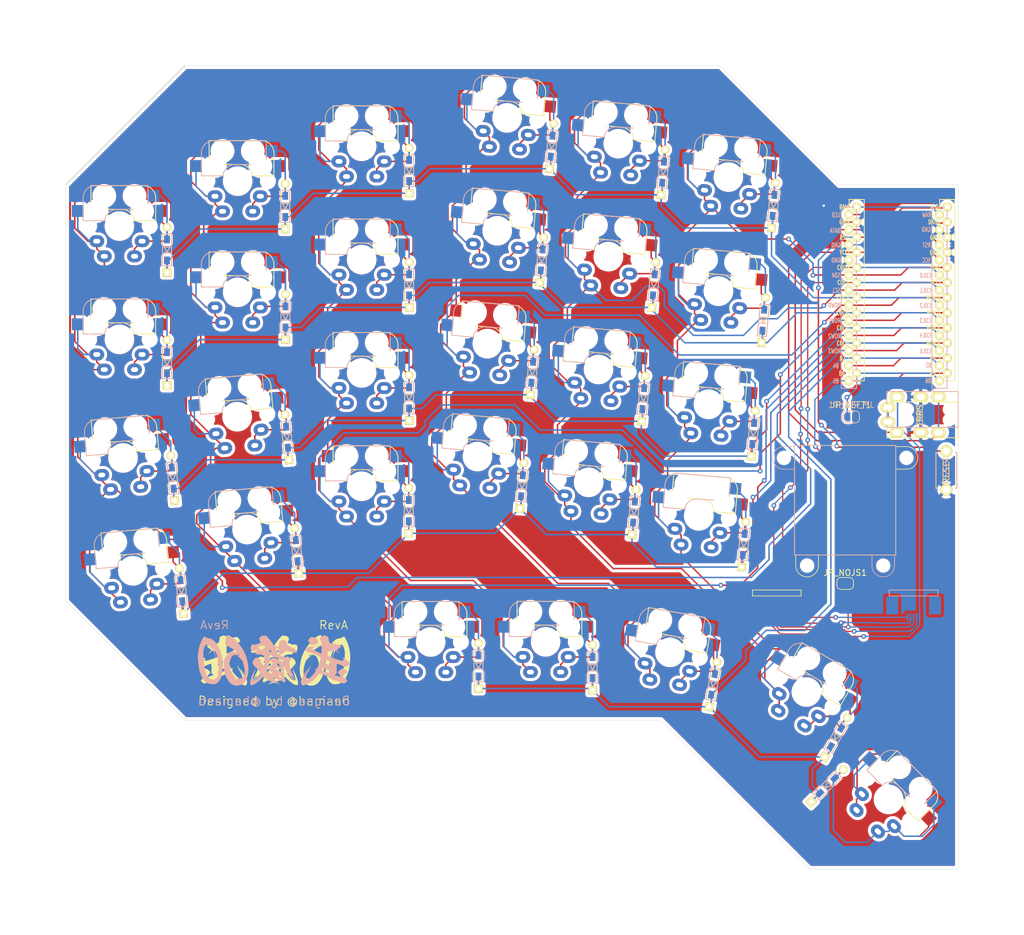
<source format=kicad_pcb>
(kicad_pcb (version 20171130) (host pcbnew 5.1.9)
  (title_block (title MUSASHI60) (rev A) (company "HAMANO Tsukasa"))
  (layers (0 F.Cu signal) (31 B.Cu signal) (34 B.Paste user) (35 F.Paste user) (36 B.SilkS user) (37 F.SilkS user) (38 B.Mask user) (39 F.Mask user) (44 Edge.Cuts user))
  (net 0 "")
  (net 1 B1)
  (net 2 "Net-(D_A3-Pad2)")
  (net 3 "Net-(D_A4-Pad2)")
  (net 4 B3)
  (net 5 F6)
  (net 6 "Net-(D_B1-Pad2)")
  (net 7 "Net-(D_B2-Pad2)")
  (net 8 F7)
  (net 9 "Net-(D_B3-Pad2)")
  (net 10 "Net-(D_B4-Pad2)")
  (net 11 D1)
  (net 12 D0)
  (net 13 RST)
  (net 14 GND)
  (net 15 "Net-(U1-Pad24)")
  (net 16 VCC)
  (net 17 B2)
  (net 18 "Net-(D_B5-Pad2)")
  (net 19 "Net-(D_C1-Pad2)")
  (net 20 "Net-(D_C2-Pad2)")
  (net 21 "Net-(D_C4-Pad2)")
  (net 22 "Net-(D_C5-Pad2)")
  (net 23 D4)
  (net 24 "Net-(D_D1-Pad2)")
  (net 25 "Net-(D_D2-Pad2)")
  (net 26 "Net-(D_D3-Pad2)")
  (net 27 "Net-(D_D4-Pad2)")
  (net 28 "Net-(D_D5-Pad2)")
  (net 29 "Net-(D_E1-Pad2)")
  (net 30 "Net-(D_E2-Pad2)")
  (net 31 "Net-(D_E3-Pad2)")
  (net 32 "Net-(D_E4-Pad2)")
  (net 33 "Net-(D_F2-Pad2)")
  (net 34 "Net-(D_F3-Pad2)")
  (net 35 C6)
  (net 36 D7)
  (net 37 E6)
  (net 38 B4)
  (net 39 B5)
  (net 40 D2)
  (net 41 D3)
  (net 42 F4)
  (net 43 F5)
  (net 44 "Net-(J1-PadA)")
  (net 45 B6)
  (net 46 "Net-(D_A1-Pad2)")
  (net 47 "Net-(D_A2-Pad2)")
  (net 48 "Net-(D_C3-Pad2)")
  (net 49 "Net-(D_A5-Pad2)")
  (net 50 "Net-(D_F4-Pad2)")
  (net 51 "Net-(D_E5-Pad2)")
  (net 52 "Net-(D_F1-Pad2)")
  (module local:Joycon_Stick_Short (layer F.Cu) (at 161 96)
    (fp_text reference U3)
    (fp_text value joystick_s)
    (pad 5 smd rect (at 10.5 19.7 270) (size 1.3 0.3) (layers B.Cu B.Paste B.Mask) (net 42 F4) (clearance 0.1))
    (pad 1 smd rect (at 12.5 19.7 270) (size 1.3 0.3) (layers B.Cu B.Paste B.Mask) (net 16 VCC) (clearance 0.1))
    (pad "" smd rect (at 7.9 17.7 90) (size 3 2) (layers B.Cu B.Paste B.Mask))
    (pad 3 smd rect (at 11.5 19.7 270) (size 1.3 0.3) (layers B.Cu B.Paste B.Mask) (net 39 B5) (clearance 0.1))
    (pad 2 smd rect (at 12 19.7 270) (size 1.3 0.3) (layers B.Cu B.Paste B.Mask) (net 43 F5) (clearance 0.1))
    (pad 4 smd rect (at 11 19.7 270) (size 1.3 0.3) (layers B.Cu B.Paste B.Mask) (net 14 GND) (clearance 0.1))
    (pad "" smd rect (at 15.1 17.7 90) (size 3 2) (layers B.Cu B.Paste B.Mask))
    (pad "" smd rect (at -7.9 17.7 270) (size 3 2) (layers F.Cu F.Paste F.Mask))
    (pad "" smd rect (at -15.1 17.7 270) (size 3 2) (layers F.Cu F.Paste F.Mask))
    (pad 5 smd rect (at -10.5 19.7 270) (size 1.3 0.3) (layers F.Cu F.Paste F.Mask) (net 42 F4) (clearance 0.1))
    (pad 1 smd rect (at -12.5 19.7 270) (size 1.3 0.3) (layers F.Cu F.Paste F.Mask) (net 16 VCC) (clearance 0.1))
    (pad 2 smd rect (at -12 19.7 270) (size 1.3 0.3) (layers F.Cu F.Paste F.Mask) (net 43 F5) (clearance 0.1))
    (pad 3 smd rect (at -11.5 19.7 270) (size 1.3 0.3) (layers F.Cu F.Paste F.Mask) (net 39 B5) (clearance 0.1))
    (pad "" np_thru_hole circle (at -10.3 -7.1 180) (size 1.4 1.4) (drill 1.4) (layers *.Cu *.Mask))
    (pad "" np_thru_hole circle (at 6.4 11 180) (size 1.4 1.4) (drill 1.4) (layers *.Cu *.Mask))
    (pad 4 smd rect (at -11 19.7 270) (size 1.3 0.3) (layers F.Cu F.Paste F.Mask) (net 14 GND) (clearance 0.1))
    (pad "" np_thru_hole circle (at -6.4 11) (size 1.4 1.4) (drill 1.4) (layers *.Cu *.Mask))
    (pad "" np_thru_hole circle (at 10.3 -7.1) (size 1.4 1.4) (drill 1.4) (layers *.Cu *.Mask))
  )
  (module local:musashi60-silk-384 (layer B.Cu) (at 65 123 180)
    (fp_text reference G_LOGO_B hide)
    (fp_text value LOGO hide)
  )
  (module local:musashi60-silk-384 (layer F.Cu) (at 65 123)
    (fp_text reference G_LOGO_F hide)
    (fp_text value LOGO hide)
  )
  (module local:CherryMX_Direct_Hotswap_Reversible (layer F.Cu) (at 168.3 146.30425 315)
    (fp_text reference SW_A5 hide)
    (fp_text value SW_PUSH hide)
    (pad 2 thru_hole oval (at 2.54 5.08 135) (size 2.5 2) (drill oval 1.2 0.8) (layers *.Cu *.Mask) (net 49 "Net-(D_A5-Pad2)"))
    (pad 2 thru_hole oval (at 3.81 2.54 135) (size 2.5 2) (drill oval 1.2 0.8) (layers *.Cu *.Mask) (net 49 "Net-(D_A5-Pad2)"))
    (pad 1 thru_hole oval (at -2.54 5.08 135) (size 2.5 2) (drill oval 1.2 0.8) (layers *.Cu *.Mask) (net 11 D1))
    (pad 1 thru_hole oval (at -3.81 2.54 135) (size 2.5 2) (drill oval 1.2 0.8) (layers *.Cu *.Mask) (net 11 D1))
    (pad 1 smd rect (at -5.7 -5.08 135) (size 2 2) (layers F.Cu F.Paste F.Mask) (net 11 D1))
    (pad "" np_thru_hole circle (at 3.81 -2.54 135) (size 3 3) (drill 3) (layers *.Cu *.Mask) (clearance 0.25))
    (pad "" np_thru_hole circle (at -2.54 -5.08 135) (size 3 3) (drill 3) (layers *.Cu *.Mask) (clearance 0.3))
    (pad 2 smd rect (at 7 -2.54 135) (size 2 2) (layers F.Cu F.Paste F.Mask) (net 49 "Net-(D_A5-Pad2)"))
    (pad 1 smd rect (at -7 -2.54 135) (size 2 2) (layers B.Cu B.Paste B.Mask) (net 11 D1))
    (pad "" np_thru_hole circle (at 2.54 -5.08 135) (size 3 3) (drill 3) (layers *.Cu *.Mask) (clearance 0.3))
    (pad "" np_thru_hole circle (at 0 0 225) (size 3.988 3.988) (drill 3.988) (layers *.Cu *.Mask) (clearance 0.25))
    (pad "" np_thru_hole circle (at -5.08 0 135) (size 1.702 1.702) (drill 1.702) (layers *.Cu *.Mask) (clearance 0.3))
    (pad "" np_thru_hole circle (at 5.08 0 135) (size 1.702 1.702) (drill 1.702) (layers *.Cu *.Mask) (clearance 0.3))
    (pad "" np_thru_hole circle (at -3.81 -2.54 135) (size 3 3) (drill 3) (layers *.Cu *.Mask) (clearance 0.25))
    (pad 2 smd rect (at 5.7 -5.08 135) (size 2 2) (layers B.Cu B.Paste B.Mask) (net 49 "Net-(D_A5-Pad2)"))
  )
  (module local:CherryMX_Direct_Hotswap_Reversible (layer F.Cu) (at 104.16619 31.745391 355)
    (fp_text reference SW_C1 hide)
    (fp_text value SW_PUSH hide)
    (pad 2 thru_hole oval (at 2.54 5.08 175) (size 2.5 2) (drill oval 1.2 0.8) (layers *.Cu *.Mask) (net 19 "Net-(D_C1-Pad2)"))
    (pad 2 thru_hole oval (at 3.81 2.54 175) (size 2.5 2) (drill oval 1.2 0.8) (layers *.Cu *.Mask) (net 19 "Net-(D_C1-Pad2)"))
    (pad 1 thru_hole oval (at -2.54 5.08 175) (size 2.5 2) (drill oval 1.2 0.8) (layers *.Cu *.Mask) (net 23 D4))
    (pad 1 thru_hole oval (at -3.81 2.54 175) (size 2.5 2) (drill oval 1.2 0.8) (layers *.Cu *.Mask) (net 23 D4))
    (pad 1 smd rect (at -5.7 -5.08 175) (size 2 2) (layers F.Cu F.Paste F.Mask) (net 23 D4))
    (pad "" np_thru_hole circle (at 3.81 -2.54 175) (size 3 3) (drill 3) (layers *.Cu *.Mask) (clearance 0.25))
    (pad "" np_thru_hole circle (at -2.54 -5.08 175) (size 3 3) (drill 3) (layers *.Cu *.Mask) (clearance 0.3))
    (pad 2 smd rect (at 7 -2.54 175) (size 2 2) (layers F.Cu F.Paste F.Mask) (net 19 "Net-(D_C1-Pad2)"))
    (pad 1 smd rect (at -7 -2.54 175) (size 2 2) (layers B.Cu B.Paste B.Mask) (net 23 D4))
    (pad "" np_thru_hole circle (at 2.54 -5.08 175) (size 3 3) (drill 3) (layers *.Cu *.Mask) (clearance 0.3))
    (pad "" np_thru_hole circle (at 0 0 265) (size 3.988 3.988) (drill 3.988) (layers *.Cu *.Mask) (clearance 0.25))
    (pad "" np_thru_hole circle (at -5.08 0 175) (size 1.702 1.702) (drill 1.702) (layers *.Cu *.Mask) (clearance 0.3))
    (pad "" np_thru_hole circle (at 5.08 0 175) (size 1.702 1.702) (drill 1.702) (layers *.Cu *.Mask) (clearance 0.3))
    (pad "" np_thru_hole circle (at -3.81 -2.54 175) (size 3 3) (drill 3) (layers *.Cu *.Mask) (clearance 0.25))
    (pad 2 smd rect (at 5.7 -5.08 175) (size 2 2) (layers B.Cu B.Paste B.Mask) (net 19 "Net-(D_C1-Pad2)"))
  )
  (module local:CherryMX_Direct_Hotswap_Reversible (layer F.Cu) (at 79.716997 93.665647)
    (fp_text reference SW_D4 hide)
    (fp_text value SW_PUSH hide)
    (pad 2 thru_hole oval (at 2.54 5.08 180) (size 2.5 2) (drill oval 1.2 0.8) (layers *.Cu *.Mask) (net 27 "Net-(D_D4-Pad2)"))
    (pad 2 thru_hole oval (at 3.81 2.54 180) (size 2.5 2) (drill oval 1.2 0.8) (layers *.Cu *.Mask) (net 27 "Net-(D_D4-Pad2)"))
    (pad 1 thru_hole oval (at -2.54 5.08 180) (size 2.5 2) (drill oval 1.2 0.8) (layers *.Cu *.Mask) (net 35 C6))
    (pad 1 thru_hole oval (at -3.81 2.54 180) (size 2.5 2) (drill oval 1.2 0.8) (layers *.Cu *.Mask) (net 35 C6))
    (pad 1 smd rect (at -5.7 -5.08 180) (size 2 2) (layers F.Cu F.Paste F.Mask) (net 35 C6))
    (pad "" np_thru_hole circle (at 3.81 -2.54 180) (size 3 3) (drill 3) (layers *.Cu *.Mask) (clearance 0.25))
    (pad "" np_thru_hole circle (at -2.54 -5.08 180) (size 3 3) (drill 3) (layers *.Cu *.Mask) (clearance 0.3))
    (pad 2 smd rect (at 7 -2.54 180) (size 2 2) (layers F.Cu F.Paste F.Mask) (net 27 "Net-(D_D4-Pad2)"))
    (pad 1 smd rect (at -7 -2.54 180) (size 2 2) (layers B.Cu B.Paste B.Mask) (net 35 C6))
    (pad "" np_thru_hole circle (at 2.54 -5.08 180) (size 3 3) (drill 3) (layers *.Cu *.Mask) (clearance 0.3))
    (pad "" np_thru_hole circle (at 0 0 270) (size 3.988 3.988) (drill 3.988) (layers *.Cu *.Mask) (clearance 0.25))
    (pad "" np_thru_hole circle (at -5.08 0 180) (size 1.702 1.702) (drill 1.702) (layers *.Cu *.Mask) (clearance 0.3))
    (pad "" np_thru_hole circle (at 5.08 0 180) (size 1.702 1.702) (drill 1.702) (layers *.Cu *.Mask) (clearance 0.3))
    (pad "" np_thru_hole circle (at -3.81 -2.54 180) (size 3 3) (drill 3) (layers *.Cu *.Mask) (clearance 0.25))
    (pad 2 smd rect (at 5.7 -5.08 180) (size 2 2) (layers B.Cu B.Paste B.Mask) (net 27 "Net-(D_D4-Pad2)"))
  )
  (module local:CherryMX_Direct_Hotswap_Reversible (layer F.Cu) (at 79.716997 74.615567)
    (fp_text reference SW_D3 hide)
    (fp_text value SW_PUSH hide)
    (pad 2 thru_hole oval (at 2.54 5.08 180) (size 2.5 2) (drill oval 1.2 0.8) (layers *.Cu *.Mask) (net 26 "Net-(D_D3-Pad2)"))
    (pad 2 thru_hole oval (at 3.81 2.54 180) (size 2.5 2) (drill oval 1.2 0.8) (layers *.Cu *.Mask) (net 26 "Net-(D_D3-Pad2)"))
    (pad 1 thru_hole oval (at -2.54 5.08 180) (size 2.5 2) (drill oval 1.2 0.8) (layers *.Cu *.Mask) (net 35 C6))
    (pad 1 thru_hole oval (at -3.81 2.54 180) (size 2.5 2) (drill oval 1.2 0.8) (layers *.Cu *.Mask) (net 35 C6))
    (pad 1 smd rect (at -5.7 -5.08 180) (size 2 2) (layers F.Cu F.Paste F.Mask) (net 35 C6))
    (pad "" np_thru_hole circle (at 3.81 -2.54 180) (size 3 3) (drill 3) (layers *.Cu *.Mask) (clearance 0.25))
    (pad "" np_thru_hole circle (at -2.54 -5.08 180) (size 3 3) (drill 3) (layers *.Cu *.Mask) (clearance 0.3))
    (pad 2 smd rect (at 7 -2.54 180) (size 2 2) (layers F.Cu F.Paste F.Mask) (net 26 "Net-(D_D3-Pad2)"))
    (pad 1 smd rect (at -7 -2.54 180) (size 2 2) (layers B.Cu B.Paste B.Mask) (net 35 C6))
    (pad "" np_thru_hole circle (at 2.54 -5.08 180) (size 3 3) (drill 3) (layers *.Cu *.Mask) (clearance 0.3))
    (pad "" np_thru_hole circle (at 0 0 270) (size 3.988 3.988) (drill 3.988) (layers *.Cu *.Mask) (clearance 0.25))
    (pad "" np_thru_hole circle (at -5.08 0 180) (size 1.702 1.702) (drill 1.702) (layers *.Cu *.Mask) (clearance 0.3))
    (pad "" np_thru_hole circle (at 5.08 0 180) (size 1.702 1.702) (drill 1.702) (layers *.Cu *.Mask) (clearance 0.3))
    (pad "" np_thru_hole circle (at -3.81 -2.54 180) (size 3 3) (drill 3) (layers *.Cu *.Mask) (clearance 0.25))
    (pad 2 smd rect (at 5.7 -5.08 180) (size 2 2) (layers B.Cu B.Paste B.Mask) (net 26 "Net-(D_D3-Pad2)"))
  )
  (module local:CherryMX_Direct_Hotswap_Reversible (layer F.Cu) (at 79.716997 55.565486)
    (fp_text reference SW_D2 hide)
    (fp_text value SW_PUSH hide)
    (pad 2 thru_hole oval (at 2.54 5.08 180) (size 2.5 2) (drill oval 1.2 0.8) (layers *.Cu *.Mask) (net 25 "Net-(D_D2-Pad2)"))
    (pad 2 thru_hole oval (at 3.81 2.54 180) (size 2.5 2) (drill oval 1.2 0.8) (layers *.Cu *.Mask) (net 25 "Net-(D_D2-Pad2)"))
    (pad 1 thru_hole oval (at -2.54 5.08 180) (size 2.5 2) (drill oval 1.2 0.8) (layers *.Cu *.Mask) (net 35 C6))
    (pad 1 thru_hole oval (at -3.81 2.54 180) (size 2.5 2) (drill oval 1.2 0.8) (layers *.Cu *.Mask) (net 35 C6))
    (pad 1 smd rect (at -5.7 -5.08 180) (size 2 2) (layers F.Cu F.Paste F.Mask) (net 35 C6))
    (pad "" np_thru_hole circle (at 3.81 -2.54 180) (size 3 3) (drill 3) (layers *.Cu *.Mask) (clearance 0.25))
    (pad "" np_thru_hole circle (at -2.54 -5.08 180) (size 3 3) (drill 3) (layers *.Cu *.Mask) (clearance 0.3))
    (pad 2 smd rect (at 7 -2.54 180) (size 2 2) (layers F.Cu F.Paste F.Mask) (net 25 "Net-(D_D2-Pad2)"))
    (pad 1 smd rect (at -7 -2.54 180) (size 2 2) (layers B.Cu B.Paste B.Mask) (net 35 C6))
    (pad "" np_thru_hole circle (at 2.54 -5.08 180) (size 3 3) (drill 3) (layers *.Cu *.Mask) (clearance 0.3))
    (pad "" np_thru_hole circle (at 0 0 270) (size 3.988 3.988) (drill 3.988) (layers *.Cu *.Mask) (clearance 0.25))
    (pad "" np_thru_hole circle (at -5.08 0 180) (size 1.702 1.702) (drill 1.702) (layers *.Cu *.Mask) (clearance 0.3))
    (pad "" np_thru_hole circle (at 5.08 0 180) (size 1.702 1.702) (drill 1.702) (layers *.Cu *.Mask) (clearance 0.3))
    (pad "" np_thru_hole circle (at -3.81 -2.54 180) (size 3 3) (drill 3) (layers *.Cu *.Mask) (clearance 0.25))
    (pad 2 smd rect (at 5.7 -5.08 180) (size 2 2) (layers B.Cu B.Paste B.Mask) (net 25 "Net-(D_D2-Pad2)"))
  )
  (module local:CherryMX_Direct_Hotswap_Reversible (layer F.Cu) (at 79.716996 36.515407)
    (fp_text reference SW_D1 hide)
    (fp_text value SW_PUSH hide)
    (pad 2 thru_hole oval (at 2.54 5.08 180) (size 2.5 2) (drill oval 1.2 0.8) (layers *.Cu *.Mask) (net 24 "Net-(D_D1-Pad2)"))
    (pad 2 thru_hole oval (at 3.81 2.54 180) (size 2.5 2) (drill oval 1.2 0.8) (layers *.Cu *.Mask) (net 24 "Net-(D_D1-Pad2)"))
    (pad 1 thru_hole oval (at -2.54 5.08 180) (size 2.5 2) (drill oval 1.2 0.8) (layers *.Cu *.Mask) (net 35 C6))
    (pad 1 thru_hole oval (at -3.81 2.54 180) (size 2.5 2) (drill oval 1.2 0.8) (layers *.Cu *.Mask) (net 35 C6))
    (pad 1 smd rect (at -5.7 -5.08 180) (size 2 2) (layers F.Cu F.Paste F.Mask) (net 35 C6))
    (pad "" np_thru_hole circle (at 3.81 -2.54 180) (size 3 3) (drill 3) (layers *.Cu *.Mask) (clearance 0.25))
    (pad "" np_thru_hole circle (at -2.54 -5.08 180) (size 3 3) (drill 3) (layers *.Cu *.Mask) (clearance 0.3))
    (pad 2 smd rect (at 7 -2.54 180) (size 2 2) (layers F.Cu F.Paste F.Mask) (net 24 "Net-(D_D1-Pad2)"))
    (pad 1 smd rect (at -7 -2.54 180) (size 2 2) (layers B.Cu B.Paste B.Mask) (net 35 C6))
    (pad "" np_thru_hole circle (at 2.54 -5.08 180) (size 3 3) (drill 3) (layers *.Cu *.Mask) (clearance 0.3))
    (pad "" np_thru_hole circle (at 0 0 270) (size 3.988 3.988) (drill 3.988) (layers *.Cu *.Mask) (clearance 0.25))
    (pad "" np_thru_hole circle (at -5.08 0 180) (size 1.702 1.702) (drill 1.702) (layers *.Cu *.Mask) (clearance 0.3))
    (pad "" np_thru_hole circle (at 5.08 0 180) (size 1.702 1.702) (drill 1.702) (layers *.Cu *.Mask) (clearance 0.3))
    (pad "" np_thru_hole circle (at -3.81 -2.54 180) (size 3 3) (drill 3) (layers *.Cu *.Mask) (clearance 0.25))
    (pad 2 smd rect (at 5.7 -5.08 180) (size 2 2) (layers B.Cu B.Paste B.Mask) (net 24 "Net-(D_D1-Pad2)"))
  )
  (module foostan:MJ-4PP-9 (layer F.Cu) (at 180 82.5 270)
    (fp_text reference J1)
    (fp_text value MJ-4PP-9 hide)
    (fp_text user TRRS (at -0.8255 6.4135 90) (layer B.SilkS) (effects (justify mirror)))
    (fp_text user TRRS (at -0.75 6.45 90) (layer F.SilkS))
    (pad "" np_thru_hole circle (at -1.75 8.5 270) (size 1.2 1.2) (drill 1.2) (layers *.Cu *.Mask F.SilkS))
    (pad "" np_thru_hole circle (at -1.75 1.5 270) (size 1.2 1.2) (drill 1.2) (layers *.Cu *.Mask F.SilkS))
    (pad D thru_hole oval (at -3.85 10.3 270) (size 1.7 2.5) (drill oval 1 1.5) (layers *.Cu *.Mask F.SilkS) (net 16 VCC) (clearance 0.15))
    (pad A thru_hole oval (at 0.35 11.8 270) (size 1.7 2.5) (drill oval 1 1.5) (layers *.Cu *.Mask F.SilkS) (net 44 "Net-(J1-PadA)") (clearance 0.15))
    (pad B thru_hole oval (at -3.85 3.3 270) (size 1.7 2.5) (drill oval 1 1.5) (layers *.Cu *.Mask F.SilkS) (net 40 D2))
    (pad C thru_hole oval (at -3.85 6.3 270) (size 1.7 2.5) (drill oval 1 1.5) (layers *.Cu *.Mask F.SilkS) (net 14 GND))
    (pad "" np_thru_hole circle (at 0 1.5 270) (size 1.2 1.2) (drill 1.2) (layers *.Cu *.Mask F.SilkS))
    (pad "" np_thru_hole circle (at 0 8.5 270) (size 1.2 1.2) (drill 1.2) (layers *.Cu *.Mask F.SilkS))
    (pad B thru_hole oval (at 2.1 3.3 270) (size 1.7 2.5) (drill oval 1 1.5) (layers *.Cu *.Mask F.SilkS) (net 40 D2))
    (pad C thru_hole oval (at 2.1 6.3 270) (size 1.7 2.5) (drill oval 1 1.5) (layers *.Cu *.Mask F.SilkS) (net 14 GND))
    (pad D thru_hole oval (at 2.1 10.3 270) (size 1.7 2.5) (drill oval 1 1.5) (layers *.Cu *.Mask F.SilkS) (net 16 VCC) (clearance 0.15))
    (pad A thru_hole oval (at -2.1 11.8 270) (size 1.7 2.5) (drill oval 1 1.5) (layers *.Cu *.Mask F.SilkS) (net 44 "Net-(J1-PadA)") (clearance 0.15))
  )
  (module foostan:D3_TH_SMD (layer F.Cu) (at 130.397652 40.874631 85)
    (fp_text reference D_B1 hide)
    (fp_text value D hide)
    (pad 2 smd rect (at 1.775 0 85) (size 1.3 0.95) (layers F.Cu F.Paste F.Mask) (net 6 "Net-(D_B1-Pad2)"))
    (pad 2 thru_hole circle (at 3.81 0 85) (size 1.397 1.397) (drill 0.8128) (layers *.Cu *.Mask F.SilkS) (net 6 "Net-(D_B1-Pad2)"))
    (pad 1 thru_hole rect (at -3.81 0 85) (size 1.397 1.397) (drill 0.8128) (layers *.Cu *.Mask F.SilkS) (net 5 F6))
    (pad 1 smd rect (at -1.775 0 85) (size 1.3 0.95) (layers B.Cu B.Paste B.Mask) (net 5 F6))
    (pad 2 smd rect (at 1.775 0 85) (size 1.3 0.95) (layers B.Cu B.Paste B.Mask) (net 6 "Net-(D_B1-Pad2)"))
    (pad 1 smd rect (at -1.775 0 85) (size 1.3 0.95) (layers F.Cu F.Paste F.Mask) (net 5 F6))
  )
  (module foostan:D3_TH_SMD (layer F.Cu) (at 148.95 46.45 85)
    (fp_text reference D_A1 hide)
    (fp_text value D hide)
    (pad 2 smd rect (at 1.775 0 85) (size 1.3 0.95) (layers F.Cu F.Paste F.Mask) (net 46 "Net-(D_A1-Pad2)"))
    (pad 2 thru_hole circle (at 3.81 0 85) (size 1.397 1.397) (drill 0.8128) (layers *.Cu *.Mask F.SilkS) (net 46 "Net-(D_A1-Pad2)"))
    (pad 1 thru_hole rect (at -3.81 0 85) (size 1.397 1.397) (drill 0.8128) (layers *.Cu *.Mask F.SilkS) (net 5 F6))
    (pad 1 smd rect (at -1.775 0 85) (size 1.3 0.95) (layers B.Cu B.Paste B.Mask) (net 5 F6))
    (pad 2 smd rect (at 1.775 0 85) (size 1.3 0.95) (layers B.Cu B.Paste B.Mask) (net 46 "Net-(D_A1-Pad2)"))
    (pad 1 smd rect (at -1.775 0 85) (size 1.3 0.95) (layers F.Cu F.Paste F.Mask) (net 5 F6))
  )
  (module foostan:D3_TH_SMD (layer F.Cu) (at 147.25 65.75 85)
    (fp_text reference D_A2 hide)
    (fp_text value D hide)
    (pad 2 smd rect (at 1.775 0 85) (size 1.3 0.95) (layers F.Cu F.Paste F.Mask) (net 47 "Net-(D_A2-Pad2)"))
    (pad 2 thru_hole circle (at 3.81 0 85) (size 1.397 1.397) (drill 0.8128) (layers *.Cu *.Mask F.SilkS) (net 47 "Net-(D_A2-Pad2)"))
    (pad 1 thru_hole rect (at -3.81 0 85) (size 1.397 1.397) (drill 0.8128) (layers *.Cu *.Mask F.SilkS) (net 8 F7))
    (pad 1 smd rect (at -1.775 0 85) (size 1.3 0.95) (layers B.Cu B.Paste B.Mask) (net 8 F7))
    (pad 2 smd rect (at 1.775 0 85) (size 1.3 0.95) (layers B.Cu B.Paste B.Mask) (net 47 "Net-(D_A2-Pad2)"))
    (pad 1 smd rect (at -1.775 0 85) (size 1.3 0.95) (layers F.Cu F.Paste F.Mask) (net 8 F7))
  )
  (module foostan:D3_TH_SMD (layer F.Cu) (at 145.55 84.8 85)
    (fp_text reference D_A3 hide)
    (fp_text value D hide)
    (pad 2 smd rect (at 1.775 0 85) (size 1.3 0.95) (layers F.Cu F.Paste F.Mask) (net 2 "Net-(D_A3-Pad2)"))
    (pad 2 thru_hole circle (at 3.81 0 85) (size 1.397 1.397) (drill 0.8128) (layers *.Cu *.Mask F.SilkS) (net 2 "Net-(D_A3-Pad2)"))
    (pad 1 thru_hole rect (at -3.81 0 85) (size 1.397 1.397) (drill 0.8128) (layers *.Cu *.Mask F.SilkS) (net 1 B1))
    (pad 1 smd rect (at -1.775 0 85) (size 1.3 0.95) (layers B.Cu B.Paste B.Mask) (net 1 B1))
    (pad 2 smd rect (at 1.775 0 85) (size 1.3 0.95) (layers B.Cu B.Paste B.Mask) (net 2 "Net-(D_A3-Pad2)"))
    (pad 1 smd rect (at -1.775 0 85) (size 1.3 0.95) (layers F.Cu F.Paste F.Mask) (net 1 B1))
  )
  (module foostan:D3_TH_SMD (layer F.Cu) (at 143.95 103.45 85)
    (fp_text reference D_A4 hide)
    (fp_text value D hide)
    (pad 2 smd rect (at 1.775 0 85) (size 1.3 0.95) (layers F.Cu F.Paste F.Mask) (net 3 "Net-(D_A4-Pad2)"))
    (pad 2 thru_hole circle (at 3.81 0 85) (size 1.397 1.397) (drill 0.8128) (layers *.Cu *.Mask F.SilkS) (net 3 "Net-(D_A4-Pad2)"))
    (pad 1 thru_hole rect (at -3.81 0 85) (size 1.397 1.397) (drill 0.8128) (layers *.Cu *.Mask F.SilkS) (net 4 B3))
    (pad 1 smd rect (at -1.775 0 85) (size 1.3 0.95) (layers B.Cu B.Paste B.Mask) (net 4 B3))
    (pad 2 smd rect (at 1.775 0 85) (size 1.3 0.95) (layers B.Cu B.Paste B.Mask) (net 3 "Net-(D_A4-Pad2)"))
    (pad 1 smd rect (at -1.775 0 85) (size 1.3 0.95) (layers F.Cu F.Paste F.Mask) (net 4 B3))
  )
  (module foostan:ResetSW (layer F.Cu) (at 178 91 270)
    (fp_text reference SW_RST1 hide)
    (fp_text value SW_PUSH)
    (fp_text user RESET (at 0.127 0 90) (layer B.SilkS) (effects (justify mirror)))
    (fp_text user RESET (at 0 0 90) (layer F.SilkS))
    (pad 1 thru_hole circle (at 3.25 0 270) (size 2 2) (drill 1.3) (layers *.Cu *.Mask F.SilkS) (net 14 GND))
    (pad 2 thru_hole circle (at -3.25 0 270) (size 2 2) (drill 1.3) (layers *.Cu *.Mask F.SilkS) (net 13 RST))
  )
  (module foostan:ProMicro_v2 (layer F.Cu) (at 170.5 61.2)
    (fp_text reference U1 hide)
    (fp_text value ProMicro_r hide)
    (fp_text user "" (at -0.5 -17.25) (layer F.SilkS))
    (fp_text user "" (at -1.2065 -16.256) (layer B.SilkS) (effects (justify mirror)))
    (fp_text user RAW (at -9.7155 -14.478) (layer F.SilkS) (effects (font (size 0.75 0.5) (thickness 0.125))))
    (fp_text user LED (at 5.5 -14.478) (layer F.SilkS) (effects (font (size 0.75 0.5) (thickness 0.125))))
    (fp_text user GND (at -9.7155 -11.938) (layer F.SilkS) (effects (font (size 0.75 0.5) (thickness 0.125))))
    (fp_text user DATA (at 5.35 -11.95) (layer F.SilkS) (effects (font (size 0.75 0.5) (thickness 0.125))))
    (fp_text user RST (at -9.7155 -9.3345) (layer F.SilkS) (effects (font (size 0.75 0.5) (thickness 0.125))))
    (fp_text user GND (at 5.5245 -9.3345) (layer F.SilkS) (effects (font (size 0.75 0.5) (thickness 0.125))))
    (fp_text user VCC (at -9.7155 -6.858) (layer F.SilkS) (effects (font (size 0.75 0.5) (thickness 0.125))))
    (fp_text user GND (at 5.461 -6.7945) (layer F.SilkS) (effects (font (size 0.75 0.5) (thickness 0.125))))
    (fp_text user COL3 (at -10 3.35) (layer F.SilkS) (effects (font (size 0.75 0.5) (thickness 0.125))))
    (fp_text user ROW0 (at 5.2 0.8) (layer F.SilkS) (effects (font (size 0.75 0.5) (thickness 0.125))))
    (fp_text user COL2 (at -9.9 0.762) (layer F.SilkS) (effects (font (size 0.75 0.5) (thickness 0.125))))
    (fp_text user SCL (at 5.461 -1.778) (layer F.SilkS) (effects (font (size 0.75 0.5) (thickness 0.125))))
    (fp_text user COL1 (at -9.85 -1.778) (layer F.SilkS) (effects (font (size 0.75 0.5) (thickness 0.125))))
    (fp_text user SDA (at 5.461 -4.318) (layer F.SilkS) (effects (font (size 0.75 0.5) (thickness 0.125))))
    (fp_text user COL0 (at -9.9 -4.3) (layer F.SilkS) (effects (font (size 0.75 0.5) (thickness 0.125))))
    (fp_text user B6 (at -10.05 13.5) (layer F.SilkS) (effects (font (size 0.75 0.5) (thickness 0.125))))
    (fp_text user B5 (at 5.2 13.5255) (layer F.SilkS) (effects (font (size 0.75 0.5) (thickness 0.125))))
    (fp_text user B4 (at 5.2 10.922) (layer F.SilkS) (effects (font (size 0.75 0.5) (thickness 0.125))))
    (fp_text user B2 (at -9.95 10.95) (layer F.SilkS) (effects (font (size 0.75 0.5) (thickness 0.125))))
    (fp_text user ROW3 (at 5.2 8.4455) (layer F.SilkS) (effects (font (size 0.75 0.5) (thickness 0.125))))
    (fp_text user COL5 (at -9.95 8.4455) (layer F.SilkS) (effects (font (size 0.75 0.5) (thickness 0.125))))
    (fp_text user ROW2 (at 5.2 5.85) (layer F.SilkS) (effects (font (size 0.75 0.5) (thickness 0.125))))
    (fp_text user COL4 (at -9.95 5.85) (layer F.SilkS) (effects (font (size 0.75 0.5) (thickness 0.125))))
    (fp_text user ROW1 (at 5.25 3.302) (layer F.SilkS) (effects (font (size 0.75 0.5) (thickness 0.125))))
    (fp_text user ROW1 (at -11.3 4.6355) (layer B.SilkS) (effects (font (size 0.75 0.5) (thickness 0.125)) (justify mirror)))
    (fp_text user COL4 (at 3.95 7.112) (layer B.SilkS) (effects (font (size 0.75 0.5) (thickness 0.125)) (justify mirror)))
    (fp_text user ROW2 (at -11.3 7.239) (layer B.SilkS) (effects (font (size 0.75 0.5) (thickness 0.125)) (justify mirror)))
    (fp_text user COL5 (at 4 9.75) (layer B.SilkS) (effects (font (size 0.75 0.5) (thickness 0.125)) (justify mirror)))
    (fp_text user ROW3 (at -11.3 9.75) (layer B.SilkS) (effects (font (size 0.75 0.5) (thickness 0.125)) (justify mirror)))
    (fp_text user B2 (at 4.5085 12.1285) (layer B.SilkS) (effects (font (size 0.75 0.5) (thickness 0.125)) (justify mirror)))
    (fp_text user B4 (at -11.049 12.2555) (layer B.SilkS) (effects (font (size 0.75 0.5) (thickness 0.125)) (justify mirror)))
    (fp_text user B5 (at -11.049 14.7955) (layer B.SilkS) (effects (font (size 0.75 0.5) (thickness 0.125)) (justify mirror)))
    (fp_text user B6 (at 4.445 14.732) (layer B.SilkS) (effects (font (size 0.75 0.5) (thickness 0.125)) (justify mirror)))
    (fp_text user COL0 (at 4 -2.95) (layer B.SilkS) (effects (font (size 0.75 0.5) (thickness 0.125)) (justify mirror)))
    (fp_text user SDA (at -11.049 -2.9845) (layer B.SilkS) (effects (font (size 0.75 0.5) (thickness 0.125)) (justify mirror)))
    (fp_text user COL1 (at 4 -0.4445) (layer B.SilkS) (effects (font (size 0.75 0.5) (thickness 0.125)) (justify mirror)))
    (fp_text user SCL (at -11.049 -0.4445) (layer B.SilkS) (effects (font (size 0.75 0.5) (thickness 0.125)) (justify mirror)))
    (fp_text user COL2 (at 4 2.1) (layer B.SilkS) (effects (font (size 0.75 0.5) (thickness 0.125)) (justify mirror)))
    (fp_text user ROW0 (at -11.3 2.032) (layer B.SilkS) (effects (font (size 0.75 0.5) (thickness 0.125)) (justify mirror)))
    (fp_text user COL3 (at 4 4.6) (layer B.SilkS) (effects (font (size 0.75 0.5) (thickness 0.125)) (justify mirror)))
    (fp_text user GND (at -11.049 -5.5245) (layer B.SilkS) (effects (font (size 0.75 0.5) (thickness 0.125)) (justify mirror)))
    (fp_text user VCC (at 4.1275 -5.5245) (layer B.SilkS) (effects (font (size 0.75 0.5) (thickness 0.125)) (justify mirror)))
    (fp_text user GND (at -11.049 -8.0645) (layer B.SilkS) (effects (font (size 0.75 0.5) (thickness 0.125)) (justify mirror)))
    (fp_text user RST (at 4.191 -8.0645) (layer B.SilkS) (effects (font (size 0.75 0.5) (thickness 0.125)) (justify mirror)))
    (fp_text user DATA (at -11.2 -10.5) (layer B.SilkS) (effects (font (size 0.75 0.5) (thickness 0.125)) (justify mirror)))
    (fp_text user GND (at 4.1275 -10.668) (layer B.SilkS) (effects (font (size 0.75 0.5) (thickness 0.125)) (justify mirror)))
    (fp_text user LED (at -11.049 -13.1445) (layer B.SilkS) (effects (font (size 0.75 0.5) (thickness 0.125)) (justify mirror)))
    (fp_text user RAW (at 4.191 -13.1445) (layer B.SilkS) (effects (font (size 0.75 0.5) (thickness 0.125)) (justify mirror)))
    (pad 24 thru_hole circle (at 6.35 -13.208) (size 1.524 1.524) (drill 0.8128) (layers *.Cu *.Mask F.SilkS) (net 15 "Net-(U1-Pad24)"))
    (pad 23 thru_hole circle (at 6.35 -10.668) (size 1.524 1.524) (drill 0.8128) (layers *.Cu *.Mask F.SilkS) (net 14 GND))
    (pad 22 thru_hole circle (at 6.35 -8.128) (size 1.524 1.524) (drill 0.8128) (layers *.Cu *.Mask F.SilkS) (net 13 RST))
    (pad 21 thru_hole circle (at 6.35 -5.588) (size 1.524 1.524) (drill 0.8128) (layers *.Cu *.Mask F.SilkS) (net 16 VCC))
    (pad 20 thru_hole circle (at 6.35 -3.048) (size 1.524 1.524) (drill 0.8128) (layers *.Cu *.Mask F.SilkS) (net 42 F4))
    (pad 19 thru_hole circle (at 6.35 -0.508) (size 1.524 1.524) (drill 0.8128) (layers *.Cu *.Mask F.SilkS) (net 43 F5))
    (pad 18 thru_hole circle (at 6.35 2.032) (size 1.524 1.524) (drill 0.8128) (layers *.Cu *.Mask F.SilkS) (net 5 F6))
    (pad 17 thru_hole circle (at 6.35 4.572) (size 1.524 1.524) (drill 0.8128) (layers *.Cu *.Mask F.SilkS) (net 8 F7))
    (pad 16 thru_hole circle (at 6.35 7.112) (size 1.524 1.524) (drill 0.8128) (layers *.Cu *.Mask F.SilkS) (net 1 B1))
    (pad 15 thru_hole circle (at 6.35 9.652) (size 1.524 1.524) (drill 0.8128) (layers *.Cu *.Mask F.SilkS) (net 4 B3))
    (pad 14 thru_hole circle (at 6.35 12.192) (size 1.524 1.524) (drill 0.8128) (layers *.Cu *.Mask F.SilkS) (net 17 B2))
    (pad 13 thru_hole circle (at 6.35 14.732) (size 1.524 1.524) (drill 0.8128) (layers *.Cu *.Mask F.SilkS) (net 45 B6))
    (pad 12 thru_hole circle (at -8.89 14.732) (size 1.524 1.524) (drill 0.8128) (layers *.Cu *.Mask F.SilkS) (net 39 B5))
    (pad 11 thru_hole circle (at -8.89 12.192) (size 1.524 1.524) (drill 0.8128) (layers *.Cu *.Mask F.SilkS) (net 38 B4))
    (pad 10 thru_hole circle (at -8.89 9.652) (size 1.524 1.524) (drill 0.8128) (layers *.Cu *.Mask F.SilkS) (net 37 E6))
    (pad 9 thru_hole circle (at -8.89 7.112) (size 1.524 1.524) (drill 0.8128) (layers *.Cu *.Mask F.SilkS) (net 36 D7))
    (pad 8 thru_hole circle (at -8.89 4.572) (size 1.524 1.524) (drill 0.8128) (layers *.Cu *.Mask F.SilkS) (net 35 C6))
    (pad 7 thru_hole circle (at -8.89 2.032) (size 1.524 1.524) (drill 0.8128) (layers *.Cu *.Mask F.SilkS) (net 23 D4))
    (pad 6 thru_hole circle (at -8.89 -0.508) (size 1.524 1.524) (drill 0.8128) (layers *.Cu *.Mask F.SilkS) (net 12 D0))
    (pad 5 thru_hole circle (at -8.89 -3.048) (size 1.524 1.524) (drill 0.8128) (layers *.Cu *.Mask F.SilkS) (net 11 D1))
    (pad 4 thru_hole circle (at -8.89 -5.588) (size 1.524 1.524) (drill 0.8128) (layers *.Cu *.Mask F.SilkS) (net 14 GND))
    (pad 3 thru_hole circle (at -8.89 -8.128) (size 1.524 1.524) (drill 0.8128) (layers *.Cu *.Mask F.SilkS) (net 14 GND))
    (pad 2 thru_hole circle (at -8.89 -10.668) (size 1.524 1.524) (drill 0.8128) (layers *.Cu *.Mask F.SilkS) (net 40 D2))
    (pad 1 thru_hole circle (at -8.89 -13.208) (size 1.524 1.524) (drill 0.8128) (layers *.Cu *.Mask F.SilkS) (net 41 D3))
    (pad 1 thru_hole circle (at 7.6564 -14.478) (size 1.524 1.524) (drill 0.8128) (layers *.Cu *.Mask F.SilkS) (net 41 D3))
    (pad 2 thru_hole circle (at 7.6564 -11.938) (size 1.524 1.524) (drill 0.8128) (layers *.Cu *.Mask F.SilkS) (net 40 D2))
    (pad 3 thru_hole circle (at 7.6564 -9.398) (size 1.524 1.524) (drill 0.8128) (layers *.Cu *.Mask F.SilkS) (net 14 GND))
    (pad 4 thru_hole circle (at 7.6564 -6.858) (size 1.524 1.524) (drill 0.8128) (layers *.Cu *.Mask F.SilkS) (net 14 GND))
    (pad 5 thru_hole circle (at 7.6564 -4.318) (size 1.524 1.524) (drill 0.8128) (layers *.Cu *.Mask F.SilkS) (net 11 D1))
    (pad 6 thru_hole circle (at 7.6564 -1.778) (size 1.524 1.524) (drill 0.8128) (layers *.Cu *.Mask F.SilkS) (net 12 D0))
    (pad 7 thru_hole circle (at 7.6564 0.762) (size 1.524 1.524) (drill 0.8128) (layers *.Cu *.Mask F.SilkS) (net 23 D4))
    (pad 8 thru_hole circle (at 7.6564 3.302) (size 1.524 1.524) (drill 0.8128) (layers *.Cu *.Mask F.SilkS) (net 35 C6))
    (pad 9 thru_hole circle (at 7.6564 5.842) (size 1.524 1.524) (drill 0.8128) (layers *.Cu *.Mask F.SilkS) (net 36 D7))
    (pad 10 thru_hole circle (at 7.6564 8.382) (size 1.524 1.524) (drill 0.8128) (layers *.Cu *.Mask F.SilkS) (net 37 E6))
    (pad 11 thru_hole circle (at 7.6564 10.922) (size 1.524 1.524) (drill 0.8128) (layers *.Cu *.Mask F.SilkS) (net 38 B4))
    (pad 12 thru_hole circle (at 7.6564 13.462) (size 1.524 1.524) (drill 0.8128) (layers *.Cu *.Mask F.SilkS) (net 39 B5))
    (pad 13 thru_hole circle (at -7.5636 13.462) (size 1.524 1.524) (drill 0.8128) (layers *.Cu *.Mask F.SilkS) (net 45 B6))
    (pad 14 thru_hole circle (at -7.5636 10.922) (size 1.524 1.524) (drill 0.8128) (layers *.Cu *.Mask F.SilkS) (net 17 B2))
    (pad 15 thru_hole circle (at -7.5636 8.382) (size 1.524 1.524) (drill 0.8128) (layers *.Cu *.Mask F.SilkS) (net 4 B3))
    (pad 16 thru_hole circle (at -7.5636 5.842) (size 1.524 1.524) (drill 0.8128) (layers *.Cu *.Mask F.SilkS) (net 1 B1))
    (pad 17 thru_hole circle (at -7.5636 3.302) (size 1.524 1.524) (drill 0.8128) (layers *.Cu *.Mask F.SilkS) (net 8 F7))
    (pad 18 thru_hole circle (at -7.5636 0.762) (size 1.524 1.524) (drill 0.8128) (layers *.Cu *.Mask F.SilkS) (net 5 F6))
    (pad 19 thru_hole circle (at -7.5636 -1.778) (size 1.524 1.524) (drill 0.8128) (layers *.Cu *.Mask F.SilkS) (net 43 F5))
    (pad 20 thru_hole circle (at -7.5636 -4.318) (size 1.524 1.524) (drill 0.8128) (layers *.Cu *.Mask F.SilkS) (net 42 F4))
    (pad 21 thru_hole circle (at -7.5636 -6.858) (size 1.524 1.524) (drill 0.8128) (layers *.Cu *.Mask F.SilkS) (net 16 VCC))
    (pad 22 thru_hole circle (at -7.5636 -9.398) (size 1.524 1.524) (drill 0.8128) (layers *.Cu *.Mask F.SilkS) (net 13 RST))
    (pad 23 thru_hole circle (at -7.5636 -11.938) (size 1.524 1.524) (drill 0.8128) (layers *.Cu *.Mask F.SilkS) (net 14 GND))
    (pad 24 thru_hole circle (at -7.5636 -14.478) (size 1.524 1.524) (drill 0.8128) (layers *.Cu *.Mask F.SilkS) (net 15 "Net-(U1-Pad24)"))
  )
  (module foostan:D3_TH_SMD (layer F.Cu) (at 158 144 45)
    (fp_text reference D_A5 hide)
    (fp_text value D hide)
    (pad 2 smd rect (at 1.775 0 45) (size 1.3 0.95) (layers F.Cu F.Paste F.Mask) (net 49 "Net-(D_A5-Pad2)"))
    (pad 2 thru_hole circle (at 3.81 0 45) (size 1.397 1.397) (drill 0.8128) (layers *.Cu *.Mask F.SilkS) (net 49 "Net-(D_A5-Pad2)"))
    (pad 1 thru_hole rect (at -3.81 0 45) (size 1.397 1.397) (drill 0.8128) (layers *.Cu *.Mask F.SilkS) (net 17 B2))
    (pad 1 smd rect (at -1.775 0 45) (size 1.3 0.95) (layers B.Cu B.Paste B.Mask) (net 17 B2))
    (pad 2 smd rect (at 1.775 0 45) (size 1.3 0.95) (layers B.Cu B.Paste B.Mask) (net 49 "Net-(D_A5-Pad2)"))
    (pad 1 smd rect (at -1.775 0 45) (size 1.3 0.95) (layers F.Cu F.Paste F.Mask) (net 17 B2))
  )
  (module foostan:D3_TH_SMD (layer F.Cu) (at 159.455763 135.862723 60)
    (fp_text reference D_B5 hide)
    (fp_text value D hide)
    (pad 2 smd rect (at 1.775 0 60) (size 1.3 0.95) (layers F.Cu F.Paste F.Mask) (net 18 "Net-(D_B5-Pad2)"))
    (pad 2 thru_hole circle (at 3.81 0 60) (size 1.397 1.397) (drill 0.8128) (layers *.Cu *.Mask F.SilkS) (net 18 "Net-(D_B5-Pad2)"))
    (pad 1 thru_hole rect (at -3.81 0 60) (size 1.397 1.397) (drill 0.8128) (layers *.Cu *.Mask F.SilkS) (net 17 B2))
    (pad 1 smd rect (at -1.775 0 60) (size 1.3 0.95) (layers B.Cu B.Paste B.Mask) (net 17 B2))
    (pad 2 smd rect (at 1.775 0 60) (size 1.3 0.95) (layers B.Cu B.Paste B.Mask) (net 18 "Net-(D_B5-Pad2)"))
    (pad 1 smd rect (at -1.775 0 60) (size 1.3 0.95) (layers F.Cu F.Paste F.Mask) (net 17 B2))
  )
  (module foostan:D3_TH_SMD (layer F.Cu) (at 128.841312 59.811046 85)
    (fp_text reference D_B2 hide)
    (fp_text value D hide)
    (pad 2 smd rect (at 1.775 0 85) (size 1.3 0.95) (layers F.Cu F.Paste F.Mask) (net 7 "Net-(D_B2-Pad2)"))
    (pad 2 thru_hole circle (at 3.81 0 85) (size 1.397 1.397) (drill 0.8128) (layers *.Cu *.Mask F.SilkS) (net 7 "Net-(D_B2-Pad2)"))
    (pad 1 thru_hole rect (at -3.81 0 85) (size 1.397 1.397) (drill 0.8128) (layers *.Cu *.Mask F.SilkS) (net 8 F7))
    (pad 1 smd rect (at -1.775 0 85) (size 1.3 0.95) (layers B.Cu B.Paste B.Mask) (net 8 F7))
    (pad 2 smd rect (at 1.775 0 85) (size 1.3 0.95) (layers B.Cu B.Paste B.Mask) (net 7 "Net-(D_B2-Pad2)"))
    (pad 1 smd rect (at -1.775 0 85) (size 1.3 0.95) (layers F.Cu F.Paste F.Mask) (net 8 F7))
  )
  (module foostan:D3_TH_SMD (layer F.Cu) (at 127.068303 78.929269 85)
    (fp_text reference D_B3 hide)
    (fp_text value D hide)
    (pad 2 smd rect (at 1.775 0 85) (size 1.3 0.95) (layers F.Cu F.Paste F.Mask) (net 9 "Net-(D_B3-Pad2)"))
    (pad 2 thru_hole circle (at 3.81 0 85) (size 1.397 1.397) (drill 0.8128) (layers *.Cu *.Mask F.SilkS) (net 9 "Net-(D_B3-Pad2)"))
    (pad 1 thru_hole rect (at -3.81 0 85) (size 1.397 1.397) (drill 0.8128) (layers *.Cu *.Mask F.SilkS) (net 1 B1))
    (pad 1 smd rect (at -1.775 0 85) (size 1.3 0.95) (layers B.Cu B.Paste B.Mask) (net 1 B1))
    (pad 2 smd rect (at 1.775 0 85) (size 1.3 0.95) (layers B.Cu B.Paste B.Mask) (net 9 "Net-(D_B3-Pad2)"))
    (pad 1 smd rect (at -1.775 0 85) (size 1.3 0.95) (layers F.Cu F.Paste F.Mask) (net 1 B1))
  )
  (module foostan:D3_TH_SMD (layer F.Cu) (at 125.5 98 85)
    (fp_text reference D_B4 hide)
    (fp_text value D hide)
    (pad 2 smd rect (at 1.775 0 85) (size 1.3 0.95) (layers F.Cu F.Paste F.Mask) (net 10 "Net-(D_B4-Pad2)"))
    (pad 2 thru_hole circle (at 3.81 0 85) (size 1.397 1.397) (drill 0.8128) (layers *.Cu *.Mask F.SilkS) (net 10 "Net-(D_B4-Pad2)"))
    (pad 1 thru_hole rect (at -3.81 0 85) (size 1.397 1.397) (drill 0.8128) (layers *.Cu *.Mask F.SilkS) (net 4 B3))
    (pad 1 smd rect (at -1.775 0 85) (size 1.3 0.95) (layers B.Cu B.Paste B.Mask) (net 4 B3))
    (pad 2 smd rect (at 1.775 0 85) (size 1.3 0.95) (layers B.Cu B.Paste B.Mask) (net 10 "Net-(D_B4-Pad2)"))
    (pad 1 smd rect (at -1.775 0 85) (size 1.3 0.95) (layers F.Cu F.Paste F.Mask) (net 4 B3))
  )
  (module foostan:D3_TH_SMD (layer F.Cu) (at 138.795877 126.970743 80)
    (fp_text reference D_C5 hide)
    (fp_text value D hide)
    (pad 2 smd rect (at 1.775 0 80) (size 1.3 0.95) (layers F.Cu F.Paste F.Mask) (net 22 "Net-(D_C5-Pad2)"))
    (pad 2 thru_hole circle (at 3.81 0 80) (size 1.397 1.397) (drill 0.8128) (layers *.Cu *.Mask F.SilkS) (net 22 "Net-(D_C5-Pad2)"))
    (pad 1 thru_hole rect (at -3.81 0 80) (size 1.397 1.397) (drill 0.8128) (layers *.Cu *.Mask F.SilkS) (net 17 B2))
    (pad 1 smd rect (at -1.775 0 80) (size 1.3 0.95) (layers B.Cu B.Paste B.Mask) (net 17 B2))
    (pad 2 smd rect (at 1.775 0 80) (size 1.3 0.95) (layers B.Cu B.Paste B.Mask) (net 22 "Net-(D_C5-Pad2)"))
    (pad 1 smd rect (at -1.775 0 80) (size 1.3 0.95) (layers F.Cu F.Paste F.Mask) (net 17 B2))
  )
  (module foostan:D3_TH_SMD (layer F.Cu) (at 111.661967 36.494895 85)
    (fp_text reference D_C1 hide)
    (fp_text value D hide)
    (pad 2 smd rect (at 1.775 0 85) (size 1.3 0.95) (layers F.Cu F.Paste F.Mask) (net 19 "Net-(D_C1-Pad2)"))
    (pad 2 thru_hole circle (at 3.81 0 85) (size 1.397 1.397) (drill 0.8128) (layers *.Cu *.Mask F.SilkS) (net 19 "Net-(D_C1-Pad2)"))
    (pad 1 thru_hole rect (at -3.81 0 85) (size 1.397 1.397) (drill 0.8128) (layers *.Cu *.Mask F.SilkS) (net 5 F6))
    (pad 1 smd rect (at -1.775 0 85) (size 1.3 0.95) (layers B.Cu B.Paste B.Mask) (net 5 F6))
    (pad 2 smd rect (at 1.775 0 85) (size 1.3 0.95) (layers B.Cu B.Paste B.Mask) (net 19 "Net-(D_C1-Pad2)"))
    (pad 1 smd rect (at -1.775 0 85) (size 1.3 0.95) (layers F.Cu F.Paste F.Mask) (net 5 F6))
  )
  (module foostan:D3_TH_SMD (layer F.Cu) (at 109.988576 55.621833 85)
    (fp_text reference D_C2 hide)
    (fp_text value D hide)
    (pad 2 smd rect (at 1.775 0 85) (size 1.3 0.95) (layers F.Cu F.Paste F.Mask) (net 20 "Net-(D_C2-Pad2)"))
    (pad 2 thru_hole circle (at 3.81 0 85) (size 1.397 1.397) (drill 0.8128) (layers *.Cu *.Mask F.SilkS) (net 20 "Net-(D_C2-Pad2)"))
    (pad 1 thru_hole rect (at -3.81 0 85) (size 1.397 1.397) (drill 0.8128) (layers *.Cu *.Mask F.SilkS) (net 8 F7))
    (pad 1 smd rect (at -1.775 0 85) (size 1.3 0.95) (layers B.Cu B.Paste B.Mask) (net 8 F7))
    (pad 2 smd rect (at 1.775 0 85) (size 1.3 0.95) (layers B.Cu B.Paste B.Mask) (net 20 "Net-(D_C2-Pad2)"))
    (pad 1 smd rect (at -1.775 0 85) (size 1.3 0.95) (layers F.Cu F.Paste F.Mask) (net 8 F7))
  )
  (module foostan:D3_TH_SMD (layer F.Cu) (at 108.4 74.5 85)
    (fp_text reference D_C3 hide)
    (fp_text value D hide)
    (pad 2 smd rect (at 1.775 0 85) (size 1.3 0.95) (layers F.Cu F.Paste F.Mask) (net 48 "Net-(D_C3-Pad2)"))
    (pad 2 thru_hole circle (at 3.81 0 85) (size 1.397 1.397) (drill 0.8128) (layers *.Cu *.Mask F.SilkS) (net 48 "Net-(D_C3-Pad2)"))
    (pad 1 thru_hole rect (at -3.81 0 85) (size 1.397 1.397) (drill 0.8128) (layers *.Cu *.Mask F.SilkS) (net 1 B1))
    (pad 1 smd rect (at -1.775 0 85) (size 1.3 0.95) (layers B.Cu B.Paste B.Mask) (net 1 B1))
    (pad 2 smd rect (at 1.775 0 85) (size 1.3 0.95) (layers B.Cu B.Paste B.Mask) (net 48 "Net-(D_C3-Pad2)"))
    (pad 1 smd rect (at -1.775 0 85) (size 1.3 0.95) (layers F.Cu F.Paste F.Mask) (net 1 B1))
  )
  (module foostan:D3_TH_SMD (layer F.Cu) (at 106.667943 93.576851 85)
    (fp_text reference D_C4 hide)
    (fp_text value D hide)
    (pad 2 smd rect (at 1.775 0 85) (size 1.3 0.95) (layers F.Cu F.Paste F.Mask) (net 21 "Net-(D_C4-Pad2)"))
    (pad 2 thru_hole circle (at 3.81 0 85) (size 1.397 1.397) (drill 0.8128) (layers *.Cu *.Mask F.SilkS) (net 21 "Net-(D_C4-Pad2)"))
    (pad 1 thru_hole rect (at -3.81 0 85) (size 1.397 1.397) (drill 0.8128) (layers *.Cu *.Mask F.SilkS) (net 4 B3))
    (pad 1 smd rect (at -1.775 0 85) (size 1.3 0.95) (layers B.Cu B.Paste B.Mask) (net 4 B3))
    (pad 2 smd rect (at 1.775 0 85) (size 1.3 0.95) (layers B.Cu B.Paste B.Mask) (net 21 "Net-(D_C4-Pad2)"))
    (pad 1 smd rect (at -1.775 0 85) (size 1.3 0.95) (layers F.Cu F.Paste F.Mask) (net 4 B3))
  )
  (module foostan:D3_TH_SMD (layer F.Cu) (at 118.528637 124.128404 90)
    (fp_text reference D_D5 hide)
    (fp_text value D hide)
    (pad 2 smd rect (at 1.775 0 90) (size 1.3 0.95) (layers F.Cu F.Paste F.Mask) (net 28 "Net-(D_D5-Pad2)"))
    (pad 2 thru_hole circle (at 3.81 0 90) (size 1.397 1.397) (drill 0.8128) (layers *.Cu *.Mask F.SilkS) (net 28 "Net-(D_D5-Pad2)"))
    (pad 1 thru_hole rect (at -3.81 0 90) (size 1.397 1.397) (drill 0.8128) (layers *.Cu *.Mask F.SilkS) (net 17 B2))
    (pad 1 smd rect (at -1.775 0 90) (size 1.3 0.95) (layers B.Cu B.Paste B.Mask) (net 17 B2))
    (pad 2 smd rect (at 1.775 0 90) (size 1.3 0.95) (layers B.Cu B.Paste B.Mask) (net 28 "Net-(D_D5-Pad2)"))
    (pad 1 smd rect (at -1.775 0 90) (size 1.3 0.95) (layers F.Cu F.Paste F.Mask) (net 17 B2))
  )
  (module Jumper:SolderJumper-2_P1.3mm_Open_RoundedPad1.0x1.5mm (layer F.Cu) (at 162 82 180)
    (fp_text reference JP_LEFT1 (at 0 2) (layer F.SilkS))
    (fp_text value Jumper)
    (pad 2 smd custom (at 0.65 0 180) (size 1 0.5) (layers F.Cu F.Mask) (net 45 B6) (options (clearance outline) (anchor rect)) (primitives (gr_circle (center 0 0.25) (end 0.5 0.25) (width 0)) (gr_circle (center 0 -0.25) (end 0.5 -0.25) (width 0)) (gr_poly (pts (xy 0 -0.75) (xy -0.5 -0.75) (xy -0.5 0.75) (xy 0 0.75)) (width 0))))
    (pad 1 smd custom (at -0.65 0 180) (size 1 0.5) (layers F.Cu F.Mask) (net 16 VCC) (options (clearance outline) (anchor rect)) (primitives (gr_circle (center 0 0.25) (end 0.5 0.25) (width 0)) (gr_circle (center 0 -0.25) (end 0.5 -0.25) (width 0)) (gr_poly (pts (xy 0 -0.75) (xy 0.5 -0.75) (xy 0.5 0.75) (xy 0 0.75)) (width 0))))
  )
  (module Jumper:SolderJumper-2_P1.3mm_Open_RoundedPad1.0x1.5mm (layer B.Cu) (at 162 82 180)
    (fp_text reference JP_RIGHT1 (at 0 2) (layer B.SilkS) (effects (justify mirror)))
    (fp_text value Jumper)
    (pad 2 smd custom (at 0.65 0 180) (size 1 0.5) (layers B.Cu B.Mask) (net 45 B6) (options (clearance outline) (anchor rect)) (primitives (gr_circle (center 0 -0.25) (end 0.5 -0.25) (width 0)) (gr_circle (center 0 0.25) (end 0.5 0.25) (width 0)) (gr_poly (pts (xy 0 0.75) (xy -0.5 0.75) (xy -0.5 -0.75) (xy 0 -0.75)) (width 0))))
    (pad 1 smd custom (at -0.65 0 180) (size 1 0.5) (layers B.Cu B.Mask) (net 14 GND) (options (clearance outline) (anchor rect)) (primitives (gr_circle (center 0 -0.25) (end 0.5 -0.25) (width 0)) (gr_circle (center 0 0.25) (end 0.5 0.25) (width 0)) (gr_poly (pts (xy 0 0.75) (xy 0.5 0.75) (xy 0.5 -0.75) (xy 0 -0.75)) (width 0))))
  )
  (module foostan:D3_TH_SMD (layer F.Cu) (at 66.87055 46.610364 90)
    (fp_text reference D_E1 hide)
    (fp_text value D hide)
    (pad 2 smd rect (at 1.775 0 90) (size 1.3 0.95) (layers F.Cu F.Paste F.Mask) (net 29 "Net-(D_E1-Pad2)"))
    (pad 2 thru_hole circle (at 3.81 0 90) (size 1.397 1.397) (drill 0.8128) (layers *.Cu *.Mask F.SilkS) (net 29 "Net-(D_E1-Pad2)"))
    (pad 1 thru_hole rect (at -3.81 0 90) (size 1.397 1.397) (drill 0.8128) (layers *.Cu *.Mask F.SilkS) (net 5 F6))
    (pad 1 smd rect (at -1.775 0 90) (size 1.3 0.95) (layers B.Cu B.Paste B.Mask) (net 5 F6))
    (pad 2 smd rect (at 1.775 0 90) (size 1.3 0.95) (layers B.Cu B.Paste B.Mask) (net 29 "Net-(D_E1-Pad2)"))
    (pad 1 smd rect (at -1.775 0 90) (size 1.3 0.95) (layers F.Cu F.Paste F.Mask) (net 5 F6))
  )
  (module foostan:D3_TH_SMD (layer F.Cu) (at 66.914959 65.195867 90)
    (fp_text reference D_E2 hide)
    (fp_text value D hide)
    (pad 2 smd rect (at 1.775 0 90) (size 1.3 0.95) (layers F.Cu F.Paste F.Mask) (net 30 "Net-(D_E2-Pad2)"))
    (pad 2 thru_hole circle (at 3.81 0 90) (size 1.397 1.397) (drill 0.8128) (layers *.Cu *.Mask F.SilkS) (net 30 "Net-(D_E2-Pad2)"))
    (pad 1 thru_hole rect (at -3.81 0 90) (size 1.397 1.397) (drill 0.8128) (layers *.Cu *.Mask F.SilkS) (net 8 F7))
    (pad 1 smd rect (at -1.775 0 90) (size 1.3 0.95) (layers B.Cu B.Paste B.Mask) (net 8 F7))
    (pad 2 smd rect (at 1.775 0 90) (size 1.3 0.95) (layers B.Cu B.Paste B.Mask) (net 30 "Net-(D_E2-Pad2)"))
    (pad 1 smd rect (at -1.775 0 90) (size 1.3 0.95) (layers F.Cu F.Paste F.Mask) (net 8 F7))
  )
  (module foostan:D3_TH_SMD (layer F.Cu) (at 67.177333 85.423143 95)
    (fp_text reference D_E3 hide)
    (fp_text value D hide)
    (pad 2 smd rect (at 1.775 0 95) (size 1.3 0.95) (layers F.Cu F.Paste F.Mask) (net 31 "Net-(D_E3-Pad2)"))
    (pad 2 thru_hole circle (at 3.81 0 95) (size 1.397 1.397) (drill 0.8128) (layers *.Cu *.Mask F.SilkS) (net 31 "Net-(D_E3-Pad2)"))
    (pad 1 thru_hole rect (at -3.81 0 95) (size 1.397 1.397) (drill 0.8128) (layers *.Cu *.Mask F.SilkS) (net 1 B1))
    (pad 1 smd rect (at -1.775 0 95) (size 1.3 0.95) (layers B.Cu B.Paste B.Mask) (net 1 B1))
    (pad 2 smd rect (at 1.775 0 95) (size 1.3 0.95) (layers B.Cu B.Paste B.Mask) (net 31 "Net-(D_E3-Pad2)"))
    (pad 1 smd rect (at -1.775 0 95) (size 1.3 0.95) (layers F.Cu F.Paste F.Mask) (net 1 B1))
  )
  (module foostan:D3_TH_SMD (layer F.Cu) (at 68.8 104.5 95)
    (fp_text reference D_E4 hide)
    (fp_text value D hide)
    (pad 2 smd rect (at 1.775 0 95) (size 1.3 0.95) (layers F.Cu F.Paste F.Mask) (net 32 "Net-(D_E4-Pad2)"))
    (pad 2 thru_hole circle (at 3.81 0 95) (size 1.397 1.397) (drill 0.8128) (layers *.Cu *.Mask F.SilkS) (net 32 "Net-(D_E4-Pad2)"))
    (pad 1 thru_hole rect (at -3.81 0 95) (size 1.397 1.397) (drill 0.8128) (layers *.Cu *.Mask F.SilkS) (net 4 B3))
    (pad 1 smd rect (at -1.775 0 95) (size 1.3 0.95) (layers B.Cu B.Paste B.Mask) (net 4 B3))
    (pad 2 smd rect (at 1.775 0 95) (size 1.3 0.95) (layers B.Cu B.Paste B.Mask) (net 32 "Net-(D_E4-Pad2)"))
    (pad 1 smd rect (at -1.775 0 95) (size 1.3 0.95) (layers F.Cu F.Paste F.Mask) (net 4 B3))
  )
  (module foostan:D3_TH_SMD (layer F.Cu) (at 87.7 40.6 90)
    (fp_text reference D_D1 hide)
    (fp_text value D hide)
    (pad 2 smd rect (at 1.775 0 90) (size 1.3 0.95) (layers F.Cu F.Paste F.Mask) (net 24 "Net-(D_D1-Pad2)"))
    (pad 2 thru_hole circle (at 3.81 0 90) (size 1.397 1.397) (drill 0.8128) (layers *.Cu *.Mask F.SilkS) (net 24 "Net-(D_D1-Pad2)"))
    (pad 1 thru_hole rect (at -3.81 0 90) (size 1.397 1.397) (drill 0.8128) (layers *.Cu *.Mask F.SilkS) (net 5 F6))
    (pad 1 smd rect (at -1.775 0 90) (size 1.3 0.95) (layers B.Cu B.Paste B.Mask) (net 5 F6))
    (pad 2 smd rect (at 1.775 0 90) (size 1.3 0.95) (layers B.Cu B.Paste B.Mask) (net 24 "Net-(D_D1-Pad2)"))
    (pad 1 smd rect (at -1.775 0 90) (size 1.3 0.95) (layers F.Cu F.Paste F.Mask) (net 5 F6))
  )
  (module foostan:D3_TH_SMD (layer F.Cu) (at 87.7 59.8 90)
    (fp_text reference D_D2 hide)
    (fp_text value D hide)
    (pad 2 smd rect (at 1.775 0 90) (size 1.3 0.95) (layers F.Cu F.Paste F.Mask) (net 25 "Net-(D_D2-Pad2)"))
    (pad 2 thru_hole circle (at 3.81 0 90) (size 1.397 1.397) (drill 0.8128) (layers *.Cu *.Mask F.SilkS) (net 25 "Net-(D_D2-Pad2)"))
    (pad 1 thru_hole rect (at -3.81 0 90) (size 1.397 1.397) (drill 0.8128) (layers *.Cu *.Mask F.SilkS) (net 8 F7))
    (pad 1 smd rect (at -1.775 0 90) (size 1.3 0.95) (layers B.Cu B.Paste B.Mask) (net 8 F7))
    (pad 2 smd rect (at 1.775 0 90) (size 1.3 0.95) (layers B.Cu B.Paste B.Mask) (net 25 "Net-(D_D2-Pad2)"))
    (pad 1 smd rect (at -1.775 0 90) (size 1.3 0.95) (layers F.Cu F.Paste F.Mask) (net 8 F7))
  )
  (module foostan:D3_TH_SMD (layer F.Cu) (at 87.69558 78.803333 90)
    (fp_text reference D_D3 hide)
    (fp_text value D hide)
    (pad 2 smd rect (at 1.775 0 90) (size 1.3 0.95) (layers F.Cu F.Paste F.Mask) (net 26 "Net-(D_D3-Pad2)"))
    (pad 2 thru_hole circle (at 3.81 0 90) (size 1.397 1.397) (drill 0.8128) (layers *.Cu *.Mask F.SilkS) (net 26 "Net-(D_D3-Pad2)"))
    (pad 1 thru_hole rect (at -3.81 0 90) (size 1.397 1.397) (drill 0.8128) (layers *.Cu *.Mask F.SilkS) (net 1 B1))
    (pad 1 smd rect (at -1.775 0 90) (size 1.3 0.95) (layers B.Cu B.Paste B.Mask) (net 1 B1))
    (pad 2 smd rect (at 1.775 0 90) (size 1.3 0.95) (layers B.Cu B.Paste B.Mask) (net 26 "Net-(D_D3-Pad2)"))
    (pad 1 smd rect (at -1.775 0 90) (size 1.3 0.95) (layers F.Cu F.Paste F.Mask) (net 1 B1))
  )
  (module foostan:D3_TH_SMD (layer F.Cu) (at 87.642248 97.770862 90)
    (fp_text reference D_D4 hide)
    (fp_text value D hide)
    (pad 2 smd rect (at 1.775 0 90) (size 1.3 0.95) (layers F.Cu F.Paste F.Mask) (net 27 "Net-(D_D4-Pad2)"))
    (pad 2 thru_hole circle (at 3.81 0 90) (size 1.397 1.397) (drill 0.8128) (layers *.Cu *.Mask F.SilkS) (net 27 "Net-(D_D4-Pad2)"))
    (pad 1 thru_hole rect (at -3.81 0 90) (size 1.397 1.397) (drill 0.8128) (layers *.Cu *.Mask F.SilkS) (net 4 B3))
    (pad 1 smd rect (at -1.775 0 90) (size 1.3 0.95) (layers B.Cu B.Paste B.Mask) (net 4 B3))
    (pad 2 smd rect (at 1.775 0 90) (size 1.3 0.95) (layers B.Cu B.Paste B.Mask) (net 27 "Net-(D_D4-Pad2)"))
    (pad 1 smd rect (at -1.775 0 90) (size 1.3 0.95) (layers F.Cu F.Paste F.Mask) (net 4 B3))
  )
  (module foostan:D3_TH_SMD (layer F.Cu) (at 47.962314 92.288545 95)
    (fp_text reference D_F3 hide)
    (fp_text value D hide)
    (pad 2 smd rect (at 1.775 0 95) (size 1.3 0.95) (layers F.Cu F.Paste F.Mask) (net 34 "Net-(D_F3-Pad2)"))
    (pad 2 thru_hole circle (at 3.81 0 95) (size 1.397 1.397) (drill 0.8128) (layers *.Cu *.Mask F.SilkS) (net 34 "Net-(D_F3-Pad2)"))
    (pad 1 thru_hole rect (at -3.81 0 95) (size 1.397 1.397) (drill 0.8128) (layers *.Cu *.Mask F.SilkS) (net 1 B1))
    (pad 1 smd rect (at -1.775 0 95) (size 1.3 0.95) (layers B.Cu B.Paste B.Mask) (net 1 B1))
    (pad 2 smd rect (at 1.775 0 95) (size 1.3 0.95) (layers B.Cu B.Paste B.Mask) (net 34 "Net-(D_F3-Pad2)"))
    (pad 1 smd rect (at -1.775 0 95) (size 1.3 0.95) (layers F.Cu F.Paste F.Mask) (net 1 B1))
  )
  (module foostan:D3_TH_SMD (layer F.Cu) (at 49.419034 111.233675 95)
    (fp_text reference D_F4 hide)
    (fp_text value D hide)
    (pad 2 smd rect (at 1.775 0 95) (size 1.3 0.95) (layers F.Cu F.Paste F.Mask) (net 50 "Net-(D_F4-Pad2)"))
    (pad 2 thru_hole circle (at 3.81 0 95) (size 1.397 1.397) (drill 0.8128) (layers *.Cu *.Mask F.SilkS) (net 50 "Net-(D_F4-Pad2)"))
    (pad 1 thru_hole rect (at -3.81 0 95) (size 1.397 1.397) (drill 0.8128) (layers *.Cu *.Mask F.SilkS) (net 4 B3))
    (pad 1 smd rect (at -1.775 0 95) (size 1.3 0.95) (layers B.Cu B.Paste B.Mask) (net 4 B3))
    (pad 2 smd rect (at 1.775 0 95) (size 1.3 0.95) (layers B.Cu B.Paste B.Mask) (net 50 "Net-(D_F4-Pad2)"))
    (pad 1 smd rect (at -1.775 0 95) (size 1.3 0.95) (layers F.Cu F.Paste F.Mask) (net 4 B3))
  )
  (module foostan:D3_TH_SMD (layer F.Cu) (at 47 72.9 90)
    (fp_text reference D_F2 hide)
    (fp_text value D hide)
    (pad 2 smd rect (at 1.775 0 90) (size 1.3 0.95) (layers F.Cu F.Paste F.Mask) (net 33 "Net-(D_F2-Pad2)"))
    (pad 2 thru_hole circle (at 3.81 0 90) (size 1.397 1.397) (drill 0.8128) (layers *.Cu *.Mask F.SilkS) (net 33 "Net-(D_F2-Pad2)"))
    (pad 1 thru_hole rect (at -3.81 0 90) (size 1.397 1.397) (drill 0.8128) (layers *.Cu *.Mask F.SilkS) (net 8 F7))
    (pad 1 smd rect (at -1.775 0 90) (size 1.3 0.95) (layers B.Cu B.Paste B.Mask) (net 8 F7))
    (pad 2 smd rect (at 1.775 0 90) (size 1.3 0.95) (layers B.Cu B.Paste B.Mask) (net 33 "Net-(D_F2-Pad2)"))
    (pad 1 smd rect (at -1.775 0 90) (size 1.3 0.95) (layers F.Cu F.Paste F.Mask) (net 8 F7))
  )
  (module local:CherryMX_Direct_Hotswap_Reversible (layer F.Cu) (at 141.370219 41.695553 355)
    (fp_text reference SW_A1 hide)
    (fp_text value SW_PUSH hide)
    (pad 2 thru_hole oval (at 2.54 5.08 175) (size 2.5 2) (drill oval 1.2 0.8) (layers *.Cu *.Mask) (net 46 "Net-(D_A1-Pad2)"))
    (pad 2 thru_hole oval (at 3.81 2.54 175) (size 2.5 2) (drill oval 1.2 0.8) (layers *.Cu *.Mask) (net 46 "Net-(D_A1-Pad2)"))
    (pad 1 thru_hole oval (at -2.54 5.08 175) (size 2.5 2) (drill oval 1.2 0.8) (layers *.Cu *.Mask) (net 11 D1))
    (pad 1 thru_hole oval (at -3.81 2.54 175) (size 2.5 2) (drill oval 1.2 0.8) (layers *.Cu *.Mask) (net 11 D1))
    (pad 1 smd rect (at -5.7 -5.08 175) (size 2 2) (layers F.Cu F.Paste F.Mask) (net 11 D1))
    (pad "" np_thru_hole circle (at 3.81 -2.54 175) (size 3 3) (drill 3) (layers *.Cu *.Mask) (clearance 0.25))
    (pad "" np_thru_hole circle (at -2.54 -5.08 175) (size 3 3) (drill 3) (layers *.Cu *.Mask) (clearance 0.3))
    (pad 2 smd rect (at 7 -2.54 175) (size 2 2) (layers F.Cu F.Paste F.Mask) (net 46 "Net-(D_A1-Pad2)"))
    (pad 1 smd rect (at -7 -2.54 175) (size 2 2) (layers B.Cu B.Paste B.Mask) (net 11 D1))
    (pad "" np_thru_hole circle (at 2.54 -5.08 175) (size 3 3) (drill 3) (layers *.Cu *.Mask) (clearance 0.3))
    (pad "" np_thru_hole circle (at 0 0 265) (size 3.988 3.988) (drill 3.988) (layers *.Cu *.Mask) (clearance 0.25))
    (pad "" np_thru_hole circle (at -5.08 0 175) (size 1.702 1.702) (drill 1.702) (layers *.Cu *.Mask) (clearance 0.3))
    (pad "" np_thru_hole circle (at 5.08 0 175) (size 1.702 1.702) (drill 1.702) (layers *.Cu *.Mask) (clearance 0.3))
    (pad "" np_thru_hole circle (at -3.81 -2.54 175) (size 3 3) (drill 3) (layers *.Cu *.Mask) (clearance 0.25))
    (pad 2 smd rect (at 5.7 -5.08 175) (size 2 2) (layers B.Cu B.Paste B.Mask) (net 46 "Net-(D_A1-Pad2)"))
  )
  (module local:CherryMX_Direct_Hotswap_Reversible (layer F.Cu) (at 139.693027 60.865945 355)
    (fp_text reference SW_A2 hide)
    (fp_text value SW_PUSH hide)
    (pad 2 thru_hole oval (at 2.54 5.08 175) (size 2.5 2) (drill oval 1.2 0.8) (layers *.Cu *.Mask) (net 47 "Net-(D_A2-Pad2)"))
    (pad 2 thru_hole oval (at 3.81 2.54 175) (size 2.5 2) (drill oval 1.2 0.8) (layers *.Cu *.Mask) (net 47 "Net-(D_A2-Pad2)"))
    (pad 1 thru_hole oval (at -2.54 5.08 175) (size 2.5 2) (drill oval 1.2 0.8) (layers *.Cu *.Mask) (net 11 D1))
    (pad 1 thru_hole oval (at -3.81 2.54 175) (size 2.5 2) (drill oval 1.2 0.8) (layers *.Cu *.Mask) (net 11 D1))
    (pad 1 smd rect (at -5.7 -5.08 175) (size 2 2) (layers F.Cu F.Paste F.Mask) (net 11 D1))
    (pad "" np_thru_hole circle (at 3.81 -2.54 175) (size 3 3) (drill 3) (layers *.Cu *.Mask) (clearance 0.25))
    (pad "" np_thru_hole circle (at -2.54 -5.08 175) (size 3 3) (drill 3) (layers *.Cu *.Mask) (clearance 0.3))
    (pad 2 smd rect (at 7 -2.54 175) (size 2 2) (layers F.Cu F.Paste F.Mask) (net 47 "Net-(D_A2-Pad2)"))
    (pad 1 smd rect (at -7 -2.54 175) (size 2 2) (layers B.Cu B.Paste B.Mask) (net 11 D1))
    (pad "" np_thru_hole circle (at 2.54 -5.08 175) (size 3 3) (drill 3) (layers *.Cu *.Mask) (clearance 0.3))
    (pad "" np_thru_hole circle (at 0 0 265) (size 3.988 3.988) (drill 3.988) (layers *.Cu *.Mask) (clearance 0.25))
    (pad "" np_thru_hole circle (at -5.08 0 175) (size 1.702 1.702) (drill 1.702) (layers *.Cu *.Mask) (clearance 0.3))
    (pad "" np_thru_hole circle (at 5.08 0 175) (size 1.702 1.702) (drill 1.702) (layers *.Cu *.Mask) (clearance 0.3))
    (pad "" np_thru_hole circle (at -3.81 -2.54 175) (size 3 3) (drill 3) (layers *.Cu *.Mask) (clearance 0.25))
    (pad 2 smd rect (at 5.7 -5.08 175) (size 2 2) (layers B.Cu B.Paste B.Mask) (net 47 "Net-(D_A2-Pad2)"))
  )
  (module local:CherryMX_Direct_Hotswap_Reversible (layer F.Cu) (at 138.028625 79.890146 355)
    (fp_text reference SW_A3 hide)
    (fp_text value SW_PUSH hide)
    (pad 2 thru_hole oval (at 2.54 5.08 175) (size 2.5 2) (drill oval 1.2 0.8) (layers *.Cu *.Mask) (net 2 "Net-(D_A3-Pad2)"))
    (pad 2 thru_hole oval (at 3.81 2.54 175) (size 2.5 2) (drill oval 1.2 0.8) (layers *.Cu *.Mask) (net 2 "Net-(D_A3-Pad2)"))
    (pad 1 thru_hole oval (at -2.54 5.08 175) (size 2.5 2) (drill oval 1.2 0.8) (layers *.Cu *.Mask) (net 11 D1))
    (pad 1 thru_hole oval (at -3.81 2.54 175) (size 2.5 2) (drill oval 1.2 0.8) (layers *.Cu *.Mask) (net 11 D1))
    (pad 1 smd rect (at -5.7 -5.08 175) (size 2 2) (layers F.Cu F.Paste F.Mask) (net 11 D1))
    (pad "" np_thru_hole circle (at 3.81 -2.54 175) (size 3 3) (drill 3) (layers *.Cu *.Mask) (clearance 0.25))
    (pad "" np_thru_hole circle (at -2.54 -5.08 175) (size 3 3) (drill 3) (layers *.Cu *.Mask) (clearance 0.3))
    (pad 2 smd rect (at 7 -2.54 175) (size 2 2) (layers F.Cu F.Paste F.Mask) (net 2 "Net-(D_A3-Pad2)"))
    (pad 1 smd rect (at -7 -2.54 175) (size 2 2) (layers B.Cu B.Paste B.Mask) (net 11 D1))
    (pad "" np_thru_hole circle (at 2.54 -5.08 175) (size 3 3) (drill 3) (layers *.Cu *.Mask) (clearance 0.3))
    (pad "" np_thru_hole circle (at 0 0 265) (size 3.988 3.988) (drill 3.988) (layers *.Cu *.Mask) (clearance 0.25))
    (pad "" np_thru_hole circle (at -5.08 0 175) (size 1.702 1.702) (drill 1.702) (layers *.Cu *.Mask) (clearance 0.3))
    (pad "" np_thru_hole circle (at 5.08 0 175) (size 1.702 1.702) (drill 1.702) (layers *.Cu *.Mask) (clearance 0.3))
    (pad "" np_thru_hole circle (at -3.81 -2.54 175) (size 3 3) (drill 3) (layers *.Cu *.Mask) (clearance 0.25))
    (pad 2 smd rect (at 5.7 -5.08 175) (size 2 2) (layers B.Cu B.Paste B.Mask) (net 2 "Net-(D_A3-Pad2)"))
  )
  (module local:CherryMX_Direct_Hotswap_Reversible (layer F.Cu) (at 136.389247 98.628319 355)
    (fp_text reference SW_A4 hide)
    (fp_text value SW_PUSH hide)
    (pad 2 thru_hole oval (at 2.54 5.08 175) (size 2.5 2) (drill oval 1.2 0.8) (layers *.Cu *.Mask) (net 3 "Net-(D_A4-Pad2)"))
    (pad 2 thru_hole oval (at 3.81 2.54 175) (size 2.5 2) (drill oval 1.2 0.8) (layers *.Cu *.Mask) (net 3 "Net-(D_A4-Pad2)"))
    (pad 1 thru_hole oval (at -2.54 5.08 175) (size 2.5 2) (drill oval 1.2 0.8) (layers *.Cu *.Mask) (net 11 D1))
    (pad 1 thru_hole oval (at -3.81 2.54 175) (size 2.5 2) (drill oval 1.2 0.8) (layers *.Cu *.Mask) (net 11 D1))
    (pad 1 smd rect (at -5.7 -5.08 175) (size 2 2) (layers F.Cu F.Paste F.Mask) (net 11 D1))
    (pad "" np_thru_hole circle (at 3.81 -2.54 175) (size 3 3) (drill 3) (layers *.Cu *.Mask) (clearance 0.25))
    (pad "" np_thru_hole circle (at -2.54 -5.08 175) (size 3 3) (drill 3) (layers *.Cu *.Mask) (clearance 0.3))
    (pad 2 smd rect (at 7 -2.54 175) (size 2 2) (layers F.Cu F.Paste F.Mask) (net 3 "Net-(D_A4-Pad2)"))
    (pad 1 smd rect (at -7 -2.54 175) (size 2 2) (layers B.Cu B.Paste B.Mask) (net 11 D1))
    (pad "" np_thru_hole circle (at 2.54 -5.08 175) (size 3 3) (drill 3) (layers *.Cu *.Mask) (clearance 0.3))
    (pad "" np_thru_hole circle (at 0 0 265) (size 3.988 3.988) (drill 3.988) (layers *.Cu *.Mask) (clearance 0.25))
    (pad "" np_thru_hole circle (at -5.08 0 175) (size 1.702 1.702) (drill 1.702) (layers *.Cu *.Mask) (clearance 0.3))
    (pad "" np_thru_hole circle (at 5.08 0 175) (size 1.702 1.702) (drill 1.702) (layers *.Cu *.Mask) (clearance 0.3))
    (pad "" np_thru_hole circle (at -3.81 -2.54 175) (size 3 3) (drill 3) (layers *.Cu *.Mask) (clearance 0.25))
    (pad 2 smd rect (at 5.7 -5.08 175) (size 2 2) (layers B.Cu B.Paste B.Mask) (net 3 "Net-(D_A4-Pad2)"))
  )
  (module local:CherryMX_Direct_Hotswap_Reversible (layer F.Cu) (at 154.47883 128.25363 330)
    (fp_text reference SW_B5 hide)
    (fp_text value SW_PUSH hide)
    (pad 2 thru_hole oval (at 2.54 5.08 150) (size 2.5 2) (drill oval 1.2 0.8) (layers *.Cu *.Mask) (net 18 "Net-(D_B5-Pad2)"))
    (pad 2 thru_hole oval (at 3.81 2.54 150) (size 2.5 2) (drill oval 1.2 0.8) (layers *.Cu *.Mask) (net 18 "Net-(D_B5-Pad2)"))
    (pad 1 thru_hole oval (at -2.54 5.08 150) (size 2.5 2) (drill oval 1.2 0.8) (layers *.Cu *.Mask) (net 12 D0))
    (pad 1 thru_hole oval (at -3.81 2.54 150) (size 2.5 2) (drill oval 1.2 0.8) (layers *.Cu *.Mask) (net 12 D0))
    (pad 1 smd rect (at -5.7 -5.08 150) (size 2 2) (layers F.Cu F.Paste F.Mask) (net 12 D0))
    (pad "" np_thru_hole circle (at 3.81 -2.54 150) (size 3 3) (drill 3) (layers *.Cu *.Mask) (clearance 0.25))
    (pad "" np_thru_hole circle (at -2.54 -5.08 150) (size 3 3) (drill 3) (layers *.Cu *.Mask) (clearance 0.3))
    (pad 2 smd rect (at 7 -2.54 150) (size 2 2) (layers F.Cu F.Paste F.Mask) (net 18 "Net-(D_B5-Pad2)"))
    (pad 1 smd rect (at -7 -2.54 150) (size 2 2) (layers B.Cu B.Paste B.Mask) (net 12 D0))
    (pad "" np_thru_hole circle (at 2.54 -5.08 150) (size 3 3) (drill 3) (layers *.Cu *.Mask) (clearance 0.3))
    (pad "" np_thru_hole circle (at 0 0 240) (size 3.988 3.988) (drill 3.988) (layers *.Cu *.Mask) (clearance 0.25))
    (pad "" np_thru_hole circle (at -5.08 0 150) (size 1.702 1.702) (drill 1.702) (layers *.Cu *.Mask) (clearance 0.3))
    (pad "" np_thru_hole circle (at 5.08 0 150) (size 1.702 1.702) (drill 1.702) (layers *.Cu *.Mask) (clearance 0.3))
    (pad "" np_thru_hole circle (at -3.81 -2.54 150) (size 3 3) (drill 3) (layers *.Cu *.Mask) (clearance 0.25))
    (pad 2 smd rect (at 5.7 -5.08 150) (size 2 2) (layers B.Cu B.Paste B.Mask) (net 18 "Net-(D_B5-Pad2)"))
  )
  (module local:CherryMX_Direct_Hotswap_Reversible (layer F.Cu) (at 122.855411 36.08344 355)
    (fp_text reference SW_B1 hide)
    (fp_text value SW_PUSH hide)
    (pad 2 thru_hole oval (at 2.54 5.08 175) (size 2.5 2) (drill oval 1.2 0.8) (layers *.Cu *.Mask) (net 6 "Net-(D_B1-Pad2)"))
    (pad 2 thru_hole oval (at 3.81 2.54 175) (size 2.5 2) (drill oval 1.2 0.8) (layers *.Cu *.Mask) (net 6 "Net-(D_B1-Pad2)"))
    (pad 1 thru_hole oval (at -2.54 5.08 175) (size 2.5 2) (drill oval 1.2 0.8) (layers *.Cu *.Mask) (net 12 D0))
    (pad 1 thru_hole oval (at -3.81 2.54 175) (size 2.5 2) (drill oval 1.2 0.8) (layers *.Cu *.Mask) (net 12 D0))
    (pad 1 smd rect (at -5.7 -5.08 175) (size 2 2) (layers F.Cu F.Paste F.Mask) (net 12 D0))
    (pad "" np_thru_hole circle (at 3.81 -2.54 175) (size 3 3) (drill 3) (layers *.Cu *.Mask) (clearance 0.25))
    (pad "" np_thru_hole circle (at -2.54 -5.08 175) (size 3 3) (drill 3) (layers *.Cu *.Mask) (clearance 0.3))
    (pad 2 smd rect (at 7 -2.54 175) (size 2 2) (layers F.Cu F.Paste F.Mask) (net 6 "Net-(D_B1-Pad2)"))
    (pad 1 smd rect (at -7 -2.54 175) (size 2 2) (layers B.Cu B.Paste B.Mask) (net 12 D0))
    (pad "" np_thru_hole circle (at 2.54 -5.08 175) (size 3 3) (drill 3) (layers *.Cu *.Mask) (clearance 0.3))
    (pad "" np_thru_hole circle (at 0 0 265) (size 3.988 3.988) (drill 3.988) (layers *.Cu *.Mask) (clearance 0.25))
    (pad "" np_thru_hole circle (at -5.08 0 175) (size 1.702 1.702) (drill 1.702) (layers *.Cu *.Mask) (clearance 0.3))
    (pad "" np_thru_hole circle (at 5.08 0 175) (size 1.702 1.702) (drill 1.702) (layers *.Cu *.Mask) (clearance 0.3))
    (pad "" np_thru_hole circle (at -3.81 -2.54 175) (size 3 3) (drill 3) (layers *.Cu *.Mask) (clearance 0.25))
    (pad 2 smd rect (at 5.7 -5.08 175) (size 2 2) (layers B.Cu B.Paste B.Mask) (net 6 "Net-(D_B1-Pad2)"))
  )
  (module local:CherryMX_Direct_Hotswap_Reversible (layer F.Cu) (at 121.195016 55.060922 355)
    (fp_text reference SW_B2 hide)
    (fp_text value SW_PUSH hide)
    (pad 2 thru_hole oval (at 2.54 5.08 175) (size 2.5 2) (drill oval 1.2 0.8) (layers *.Cu *.Mask) (net 7 "Net-(D_B2-Pad2)"))
    (pad 2 thru_hole oval (at 3.81 2.54 175) (size 2.5 2) (drill oval 1.2 0.8) (layers *.Cu *.Mask) (net 7 "Net-(D_B2-Pad2)"))
    (pad 1 thru_hole oval (at -2.54 5.08 175) (size 2.5 2) (drill oval 1.2 0.8) (layers *.Cu *.Mask) (net 12 D0))
    (pad 1 thru_hole oval (at -3.81 2.54 175) (size 2.5 2) (drill oval 1.2 0.8) (layers *.Cu *.Mask) (net 12 D0))
    (pad 1 smd rect (at -5.7 -5.08 175) (size 2 2) (layers F.Cu F.Paste F.Mask) (net 12 D0))
    (pad "" np_thru_hole circle (at 3.81 -2.54 175) (size 3 3) (drill 3) (layers *.Cu *.Mask) (clearance 0.25))
    (pad "" np_thru_hole circle (at -2.54 -5.08 175) (size 3 3) (drill 3) (layers *.Cu *.Mask) (clearance 0.3))
    (pad 2 smd rect (at 7 -2.54 175) (size 2 2) (layers F.Cu F.Paste F.Mask) (net 7 "Net-(D_B2-Pad2)"))
    (pad 1 smd rect (at -7 -2.54 175) (size 2 2) (layers B.Cu B.Paste B.Mask) (net 12 D0))
    (pad "" np_thru_hole circle (at 2.54 -5.08 175) (size 3 3) (drill 3) (layers *.Cu *.Mask) (clearance 0.3))
    (pad "" np_thru_hole circle (at 0 0 265) (size 3.988 3.988) (drill 3.988) (layers *.Cu *.Mask) (clearance 0.25))
    (pad "" np_thru_hole circle (at -5.08 0 175) (size 1.702 1.702) (drill 1.702) (layers *.Cu *.Mask) (clearance 0.3))
    (pad "" np_thru_hole circle (at 5.08 0 175) (size 1.702 1.702) (drill 1.702) (layers *.Cu *.Mask) (clearance 0.3))
    (pad "" np_thru_hole circle (at -3.81 -2.54 175) (size 3 3) (drill 3) (layers *.Cu *.Mask) (clearance 0.25))
    (pad 2 smd rect (at 5.7 -5.08 175) (size 2 2) (layers B.Cu B.Paste B.Mask) (net 7 "Net-(D_B2-Pad2)"))
  )
  (module local:CherryMX_Direct_Hotswap_Reversible (layer F.Cu) (at 119.5347 74.038431 355)
    (fp_text reference SW_B3 hide)
    (fp_text value SW_PUSH hide)
    (pad 2 thru_hole oval (at 2.54 5.08 175) (size 2.5 2) (drill oval 1.2 0.8) (layers *.Cu *.Mask) (net 9 "Net-(D_B3-Pad2)"))
    (pad 2 thru_hole oval (at 3.81 2.54 175) (size 2.5 2) (drill oval 1.2 0.8) (layers *.Cu *.Mask) (net 9 "Net-(D_B3-Pad2)"))
    (pad 1 thru_hole oval (at -2.54 5.08 175) (size 2.5 2) (drill oval 1.2 0.8) (layers *.Cu *.Mask) (net 12 D0))
    (pad 1 thru_hole oval (at -3.81 2.54 175) (size 2.5 2) (drill oval 1.2 0.8) (layers *.Cu *.Mask) (net 12 D0))
    (pad 1 smd rect (at -5.7 -5.08 175) (size 2 2) (layers F.Cu F.Paste F.Mask) (net 12 D0))
    (pad "" np_thru_hole circle (at 3.81 -2.54 175) (size 3 3) (drill 3) (layers *.Cu *.Mask) (clearance 0.25))
    (pad "" np_thru_hole circle (at -2.54 -5.08 175) (size 3 3) (drill 3) (layers *.Cu *.Mask) (clearance 0.3))
    (pad 2 smd rect (at 7 -2.54 175) (size 2 2) (layers F.Cu F.Paste F.Mask) (net 9 "Net-(D_B3-Pad2)"))
    (pad 1 smd rect (at -7 -2.54 175) (size 2 2) (layers B.Cu B.Paste B.Mask) (net 12 D0))
    (pad "" np_thru_hole circle (at 2.54 -5.08 175) (size 3 3) (drill 3) (layers *.Cu *.Mask) (clearance 0.3))
    (pad "" np_thru_hole circle (at 0 0 265) (size 3.988 3.988) (drill 3.988) (layers *.Cu *.Mask) (clearance 0.25))
    (pad "" np_thru_hole circle (at -5.08 0 175) (size 1.702 1.702) (drill 1.702) (layers *.Cu *.Mask) (clearance 0.3))
    (pad "" np_thru_hole circle (at 5.08 0 175) (size 1.702 1.702) (drill 1.702) (layers *.Cu *.Mask) (clearance 0.3))
    (pad "" np_thru_hole circle (at -3.81 -2.54 175) (size 3 3) (drill 3) (layers *.Cu *.Mask) (clearance 0.25))
    (pad 2 smd rect (at 5.7 -5.08 175) (size 2 2) (layers B.Cu B.Paste B.Mask) (net 9 "Net-(D_B3-Pad2)"))
  )
  (module local:CherryMX_Direct_Hotswap_Reversible (layer F.Cu) (at 117.874383 93.01594 355)
    (fp_text reference SW_B4 hide)
    (fp_text value SW_PUSH hide)
    (pad 2 thru_hole oval (at 2.54 5.08 175) (size 2.5 2) (drill oval 1.2 0.8) (layers *.Cu *.Mask) (net 10 "Net-(D_B4-Pad2)"))
    (pad 2 thru_hole oval (at 3.81 2.54 175) (size 2.5 2) (drill oval 1.2 0.8) (layers *.Cu *.Mask) (net 10 "Net-(D_B4-Pad2)"))
    (pad 1 thru_hole oval (at -2.54 5.08 175) (size 2.5 2) (drill oval 1.2 0.8) (layers *.Cu *.Mask) (net 12 D0))
    (pad 1 thru_hole oval (at -3.81 2.54 175) (size 2.5 2) (drill oval 1.2 0.8) (layers *.Cu *.Mask) (net 12 D0))
    (pad 1 smd rect (at -5.7 -5.08 175) (size 2 2) (layers F.Cu F.Paste F.Mask) (net 12 D0))
    (pad "" np_thru_hole circle (at 3.81 -2.54 175) (size 3 3) (drill 3) (layers *.Cu *.Mask) (clearance 0.25))
    (pad "" np_thru_hole circle (at -2.54 -5.08 175) (size 3 3) (drill 3) (layers *.Cu *.Mask) (clearance 0.3))
    (pad 2 smd rect (at 7 -2.54 175) (size 2 2) (layers F.Cu F.Paste F.Mask) (net 10 "Net-(D_B4-Pad2)"))
    (pad 1 smd rect (at -7 -2.54 175) (size 2 2) (layers B.Cu B.Paste B.Mask) (net 12 D0))
    (pad "" np_thru_hole circle (at 2.54 -5.08 175) (size 3 3) (drill 3) (layers *.Cu *.Mask) (clearance 0.3))
    (pad "" np_thru_hole circle (at 0 0 265) (size 3.988 3.988) (drill 3.988) (layers *.Cu *.Mask) (clearance 0.25))
    (pad "" np_thru_hole circle (at -5.08 0 175) (size 1.702 1.702) (drill 1.702) (layers *.Cu *.Mask) (clearance 0.3))
    (pad "" np_thru_hole circle (at 5.08 0 175) (size 1.702 1.702) (drill 1.702) (layers *.Cu *.Mask) (clearance 0.3))
    (pad "" np_thru_hole circle (at -3.81 -2.54 175) (size 3 3) (drill 3) (layers *.Cu *.Mask) (clearance 0.25))
    (pad 2 smd rect (at 5.7 -5.08 175) (size 2 2) (layers B.Cu B.Paste B.Mask) (net 10 "Net-(D_B4-Pad2)"))
  )
  (module local:CherryMX_Direct_Hotswap_Reversible (layer F.Cu) (at 131.551965 121.594126 350)
    (fp_text reference SW_C5 hide)
    (fp_text value SW_PUSH hide)
    (pad 2 thru_hole oval (at 2.54 5.08 170) (size 2.5 2) (drill oval 1.2 0.8) (layers *.Cu *.Mask) (net 22 "Net-(D_C5-Pad2)"))
    (pad 2 thru_hole oval (at 3.81 2.54 170) (size 2.5 2) (drill oval 1.2 0.8) (layers *.Cu *.Mask) (net 22 "Net-(D_C5-Pad2)"))
    (pad 1 thru_hole oval (at -2.54 5.08 170) (size 2.5 2) (drill oval 1.2 0.8) (layers *.Cu *.Mask) (net 23 D4))
    (pad 1 thru_hole oval (at -3.81 2.54 170) (size 2.5 2) (drill oval 1.2 0.8) (layers *.Cu *.Mask) (net 23 D4))
    (pad 1 smd rect (at -5.7 -5.08 170) (size 2 2) (layers F.Cu F.Paste F.Mask) (net 23 D4))
    (pad "" np_thru_hole circle (at 3.81 -2.54 170) (size 3 3) (drill 3) (layers *.Cu *.Mask) (clearance 0.25))
    (pad "" np_thru_hole circle (at -2.54 -5.08 170) (size 3 3) (drill 3) (layers *.Cu *.Mask) (clearance 0.3))
    (pad 2 smd rect (at 7 -2.54 170) (size 2 2) (layers F.Cu F.Paste F.Mask) (net 22 "Net-(D_C5-Pad2)"))
    (pad 1 smd rect (at -7 -2.54 170) (size 2 2) (layers B.Cu B.Paste B.Mask) (net 23 D4))
    (pad "" np_thru_hole circle (at 2.54 -5.08 170) (size 3 3) (drill 3) (layers *.Cu *.Mask) (clearance 0.3))
    (pad "" np_thru_hole circle (at 0 0 260) (size 3.988 3.988) (drill 3.988) (layers *.Cu *.Mask) (clearance 0.25))
    (pad "" np_thru_hole circle (at -5.08 0 170) (size 1.702 1.702) (drill 1.702) (layers *.Cu *.Mask) (clearance 0.3))
    (pad "" np_thru_hole circle (at 5.08 0 170) (size 1.702 1.702) (drill 1.702) (layers *.Cu *.Mask) (clearance 0.3))
    (pad "" np_thru_hole circle (at -3.81 -2.54 170) (size 3 3) (drill 3) (layers *.Cu *.Mask) (clearance 0.25))
    (pad 2 smd rect (at 5.7 -5.08 170) (size 2 2) (layers B.Cu B.Paste B.Mask) (net 22 "Net-(D_C5-Pad2)"))
  )
  (module local:CherryMX_Direct_Hotswap_Reversible (layer F.Cu) (at 102.505873 50.7229 355)
    (fp_text reference SW_C2 hide)
    (fp_text value SW_PUSH hide)
    (pad 2 thru_hole oval (at 2.54 5.08 175) (size 2.5 2) (drill oval 1.2 0.8) (layers *.Cu *.Mask) (net 20 "Net-(D_C2-Pad2)"))
    (pad 2 thru_hole oval (at 3.81 2.54 175) (size 2.5 2) (drill oval 1.2 0.8) (layers *.Cu *.Mask) (net 20 "Net-(D_C2-Pad2)"))
    (pad 1 thru_hole oval (at -2.54 5.08 175) (size 2.5 2) (drill oval 1.2 0.8) (layers *.Cu *.Mask) (net 23 D4))
    (pad 1 thru_hole oval (at -3.81 2.54 175) (size 2.5 2) (drill oval 1.2 0.8) (layers *.Cu *.Mask) (net 23 D4))
    (pad 1 smd rect (at -5.7 -5.08 175) (size 2 2) (layers F.Cu F.Paste F.Mask) (net 23 D4))
    (pad "" np_thru_hole circle (at 3.81 -2.54 175) (size 3 3) (drill 3) (layers *.Cu *.Mask) (clearance 0.25))
    (pad "" np_thru_hole circle (at -2.54 -5.08 175) (size 3 3) (drill 3) (layers *.Cu *.Mask) (clearance 0.3))
    (pad 2 smd rect (at 7 -2.54 175) (size 2 2) (layers F.Cu F.Paste F.Mask) (net 20 "Net-(D_C2-Pad2)"))
    (pad 1 smd rect (at -7 -2.54 175) (size 2 2) (layers B.Cu B.Paste B.Mask) (net 23 D4))
    (pad "" np_thru_hole circle (at 2.54 -5.08 175) (size 3 3) (drill 3) (layers *.Cu *.Mask) (clearance 0.3))
    (pad "" np_thru_hole circle (at 0 0 265) (size 3.988 3.988) (drill 3.988) (layers *.Cu *.Mask) (clearance 0.25))
    (pad "" np_thru_hole circle (at -5.08 0 175) (size 1.702 1.702) (drill 1.702) (layers *.Cu *.Mask) (clearance 0.3))
    (pad "" np_thru_hole circle (at 5.08 0 175) (size 1.702 1.702) (drill 1.702) (layers *.Cu *.Mask) (clearance 0.3))
    (pad "" np_thru_hole circle (at -3.81 -2.54 175) (size 3 3) (drill 3) (layers *.Cu *.Mask) (clearance 0.25))
    (pad 2 smd rect (at 5.7 -5.08 175) (size 2 2) (layers B.Cu B.Paste B.Mask) (net 20 "Net-(D_C2-Pad2)"))
  )
  (module local:CherryMX_Direct_Hotswap_Reversible (layer F.Cu) (at 100.845556 69.700409 355)
    (fp_text reference SW_C3 hide)
    (fp_text value SW_PUSH hide)
    (pad 2 thru_hole oval (at 2.54 5.08 175) (size 2.5 2) (drill oval 1.2 0.8) (layers *.Cu *.Mask) (net 48 "Net-(D_C3-Pad2)"))
    (pad 2 thru_hole oval (at 3.81 2.54 175) (size 2.5 2) (drill oval 1.2 0.8) (layers *.Cu *.Mask) (net 48 "Net-(D_C3-Pad2)"))
    (pad 1 thru_hole oval (at -2.54 5.08 175) (size 2.5 2) (drill oval 1.2 0.8) (layers *.Cu *.Mask) (net 23 D4))
    (pad 1 thru_hole oval (at -3.81 2.54 175) (size 2.5 2) (drill oval 1.2 0.8) (layers *.Cu *.Mask) (net 23 D4))
    (pad 1 smd rect (at -5.7 -5.08 175) (size 2 2) (layers F.Cu F.Paste F.Mask) (net 23 D4))
    (pad "" np_thru_hole circle (at 3.81 -2.54 175) (size 3 3) (drill 3) (layers *.Cu *.Mask) (clearance 0.25))
    (pad "" np_thru_hole circle (at -2.54 -5.08 175) (size 3 3) (drill 3) (layers *.Cu *.Mask) (clearance 0.3))
    (pad 2 smd rect (at 7 -2.54 175) (size 2 2) (layers F.Cu F.Paste F.Mask) (net 48 "Net-(D_C3-Pad2)"))
    (pad 1 smd rect (at -7 -2.54 175) (size 2 2) (layers B.Cu B.Paste B.Mask) (net 23 D4))
    (pad "" np_thru_hole circle (at 2.54 -5.08 175) (size 3 3) (drill 3) (layers *.Cu *.Mask) (clearance 0.3))
    (pad "" np_thru_hole circle (at 0 0 265) (size 3.988 3.988) (drill 3.988) (layers *.Cu *.Mask) (clearance 0.25))
    (pad "" np_thru_hole circle (at -5.08 0 175) (size 1.702 1.702) (drill 1.702) (layers *.Cu *.Mask) (clearance 0.3))
    (pad "" np_thru_hole circle (at 5.08 0 175) (size 1.702 1.702) (drill 1.702) (layers *.Cu *.Mask) (clearance 0.3))
    (pad "" np_thru_hole circle (at -3.81 -2.54 175) (size 3 3) (drill 3) (layers *.Cu *.Mask) (clearance 0.25))
    (pad 2 smd rect (at 5.7 -5.08 175) (size 2 2) (layers B.Cu B.Paste B.Mask) (net 48 "Net-(D_C3-Pad2)"))
  )
  (module local:CherryMX_Direct_Hotswap_Reversible (layer F.Cu) (at 99.185239 88.677918 355)
    (fp_text reference SW_C4 hide)
    (fp_text value SW_PUSH hide)
    (pad 2 thru_hole oval (at 2.54 5.08 175) (size 2.5 2) (drill oval 1.2 0.8) (layers *.Cu *.Mask) (net 21 "Net-(D_C4-Pad2)"))
    (pad 2 thru_hole oval (at 3.81 2.54 175) (size 2.5 2) (drill oval 1.2 0.8) (layers *.Cu *.Mask) (net 21 "Net-(D_C4-Pad2)"))
    (pad 1 thru_hole oval (at -2.54 5.08 175) (size 2.5 2) (drill oval 1.2 0.8) (layers *.Cu *.Mask) (net 23 D4))
    (pad 1 thru_hole oval (at -3.81 2.54 175) (size 2.5 2) (drill oval 1.2 0.8) (layers *.Cu *.Mask) (net 23 D4))
    (pad 1 smd rect (at -5.7 -5.08 175) (size 2 2) (layers F.Cu F.Paste F.Mask) (net 23 D4))
    (pad "" np_thru_hole circle (at 3.81 -2.54 175) (size 3 3) (drill 3) (layers *.Cu *.Mask) (clearance 0.25))
    (pad "" np_thru_hole circle (at -2.54 -5.08 175) (size 3 3) (drill 3) (layers *.Cu *.Mask) (clearance 0.3))
    (pad 2 smd rect (at 7 -2.54 175) (size 2 2) (layers F.Cu F.Paste F.Mask) (net 21 "Net-(D_C4-Pad2)"))
    (pad 1 smd rect (at -7 -2.54 175) (size 2 2) (layers B.Cu B.Paste B.Mask) (net 23 D4))
    (pad "" np_thru_hole circle (at 2.54 -5.08 175) (size 3 3) (drill 3) (layers *.Cu *.Mask) (clearance 0.3))
    (pad "" np_thru_hole circle (at 0 0 265) (size 3.988 3.988) (drill 3.988) (layers *.Cu *.Mask) (clearance 0.25))
    (pad "" np_thru_hole circle (at -5.08 0 175) (size 1.702 1.702) (drill 1.702) (layers *.Cu *.Mask) (clearance 0.3))
    (pad "" np_thru_hole circle (at 5.08 0 175) (size 1.702 1.702) (drill 1.702) (layers *.Cu *.Mask) (clearance 0.3))
    (pad "" np_thru_hole circle (at -3.81 -2.54 175) (size 3 3) (drill 3) (layers *.Cu *.Mask) (clearance 0.25))
    (pad 2 smd rect (at 5.7 -5.08 175) (size 2 2) (layers B.Cu B.Paste B.Mask) (net 21 "Net-(D_C4-Pad2)"))
  )
  (module local:CherryMX_Direct_Hotswap_Reversible (layer F.Cu) (at 110.635016 119.82429)
    (fp_text reference SW_D5 hide)
    (fp_text value SW_PUSH hide)
    (pad 2 thru_hole oval (at 2.54 5.08 180) (size 2.5 2) (drill oval 1.2 0.8) (layers *.Cu *.Mask) (net 28 "Net-(D_D5-Pad2)"))
    (pad 2 thru_hole oval (at 3.81 2.54 180) (size 2.5 2) (drill oval 1.2 0.8) (layers *.Cu *.Mask) (net 28 "Net-(D_D5-Pad2)"))
    (pad 1 thru_hole oval (at -2.54 5.08 180) (size 2.5 2) (drill oval 1.2 0.8) (layers *.Cu *.Mask) (net 35 C6))
    (pad 1 thru_hole oval (at -3.81 2.54 180) (size 2.5 2) (drill oval 1.2 0.8) (layers *.Cu *.Mask) (net 35 C6))
    (pad 1 smd rect (at -5.7 -5.08 180) (size 2 2) (layers F.Cu F.Paste F.Mask) (net 35 C6))
    (pad "" np_thru_hole circle (at 3.81 -2.54 180) (size 3 3) (drill 3) (layers *.Cu *.Mask) (clearance 0.25))
    (pad "" np_thru_hole circle (at -2.54 -5.08 180) (size 3 3) (drill 3) (layers *.Cu *.Mask) (clearance 0.3))
    (pad 2 smd rect (at 7 -2.54 180) (size 2 2) (layers F.Cu F.Paste F.Mask) (net 28 "Net-(D_D5-Pad2)"))
    (pad 1 smd rect (at -7 -2.54 180) (size 2 2) (layers B.Cu B.Paste B.Mask) (net 35 C6))
    (pad "" np_thru_hole circle (at 2.54 -5.08 180) (size 3 3) (drill 3) (layers *.Cu *.Mask) (clearance 0.3))
    (pad "" np_thru_hole circle (at 0 0 270) (size 3.988 3.988) (drill 3.988) (layers *.Cu *.Mask) (clearance 0.25))
    (pad "" np_thru_hole circle (at -5.08 0 180) (size 1.702 1.702) (drill 1.702) (layers *.Cu *.Mask) (clearance 0.3))
    (pad "" np_thru_hole circle (at 5.08 0 180) (size 1.702 1.702) (drill 1.702) (layers *.Cu *.Mask) (clearance 0.3))
    (pad "" np_thru_hole circle (at -3.81 -2.54 180) (size 3 3) (drill 3) (layers *.Cu *.Mask) (clearance 0.25))
    (pad 2 smd rect (at 5.7 -5.08 180) (size 2 2) (layers B.Cu B.Paste B.Mask) (net 28 "Net-(D_D5-Pad2)"))
  )
  (module local:CherryMX_Direct_Hotswap_Reversible (layer F.Cu) (at 58.875799 42.378788)
    (fp_text reference SW_E1 hide)
    (fp_text value SW_PUSH hide)
    (pad 2 thru_hole oval (at 2.54 5.08 180) (size 2.5 2) (drill oval 1.2 0.8) (layers *.Cu *.Mask) (net 29 "Net-(D_E1-Pad2)"))
    (pad 2 thru_hole oval (at 3.81 2.54 180) (size 2.5 2) (drill oval 1.2 0.8) (layers *.Cu *.Mask) (net 29 "Net-(D_E1-Pad2)"))
    (pad 1 thru_hole oval (at -2.54 5.08 180) (size 2.5 2) (drill oval 1.2 0.8) (layers *.Cu *.Mask) (net 36 D7))
    (pad 1 thru_hole oval (at -3.81 2.54 180) (size 2.5 2) (drill oval 1.2 0.8) (layers *.Cu *.Mask) (net 36 D7))
    (pad 1 smd rect (at -5.7 -5.08 180) (size 2 2) (layers F.Cu F.Paste F.Mask) (net 36 D7))
    (pad "" np_thru_hole circle (at 3.81 -2.54 180) (size 3 3) (drill 3) (layers *.Cu *.Mask) (clearance 0.25))
    (pad "" np_thru_hole circle (at -2.54 -5.08 180) (size 3 3) (drill 3) (layers *.Cu *.Mask) (clearance 0.3))
    (pad 2 smd rect (at 7 -2.54 180) (size 2 2) (layers F.Cu F.Paste F.Mask) (net 29 "Net-(D_E1-Pad2)"))
    (pad 1 smd rect (at -7 -2.54 180) (size 2 2) (layers B.Cu B.Paste B.Mask) (net 36 D7))
    (pad "" np_thru_hole circle (at 2.54 -5.08 180) (size 3 3) (drill 3) (layers *.Cu *.Mask) (clearance 0.3))
    (pad "" np_thru_hole circle (at 0 0 270) (size 3.988 3.988) (drill 3.988) (layers *.Cu *.Mask) (clearance 0.25))
    (pad "" np_thru_hole circle (at -5.08 0 180) (size 1.702 1.702) (drill 1.702) (layers *.Cu *.Mask) (clearance 0.3))
    (pad "" np_thru_hole circle (at 5.08 0 180) (size 1.702 1.702) (drill 1.702) (layers *.Cu *.Mask) (clearance 0.3))
    (pad "" np_thru_hole circle (at -3.81 -2.54 180) (size 3 3) (drill 3) (layers *.Cu *.Mask) (clearance 0.25))
    (pad 2 smd rect (at 5.7 -5.08 180) (size 2 2) (layers B.Cu B.Paste B.Mask) (net 29 "Net-(D_E1-Pad2)"))
  )
  (module local:CherryMX_Direct_Hotswap_Reversible (layer F.Cu) (at 58.8758 61.069538)
    (fp_text reference SW_E2 hide)
    (fp_text value SW_PUSH hide)
    (pad 2 thru_hole oval (at 2.54 5.08 180) (size 2.5 2) (drill oval 1.2 0.8) (layers *.Cu *.Mask) (net 30 "Net-(D_E2-Pad2)"))
    (pad 2 thru_hole oval (at 3.81 2.54 180) (size 2.5 2) (drill oval 1.2 0.8) (layers *.Cu *.Mask) (net 30 "Net-(D_E2-Pad2)"))
    (pad 1 thru_hole oval (at -2.54 5.08 180) (size 2.5 2) (drill oval 1.2 0.8) (layers *.Cu *.Mask) (net 36 D7))
    (pad 1 thru_hole oval (at -3.81 2.54 180) (size 2.5 2) (drill oval 1.2 0.8) (layers *.Cu *.Mask) (net 36 D7))
    (pad 1 smd rect (at -5.7 -5.08 180) (size 2 2) (layers F.Cu F.Paste F.Mask) (net 36 D7))
    (pad "" np_thru_hole circle (at 3.81 -2.54 180) (size 3 3) (drill 3) (layers *.Cu *.Mask) (clearance 0.25))
    (pad "" np_thru_hole circle (at -2.54 -5.08 180) (size 3 3) (drill 3) (layers *.Cu *.Mask) (clearance 0.3))
    (pad 2 smd rect (at 7 -2.54 180) (size 2 2) (layers F.Cu F.Paste F.Mask) (net 30 "Net-(D_E2-Pad2)"))
    (pad 1 smd rect (at -7 -2.54 180) (size 2 2) (layers B.Cu B.Paste B.Mask) (net 36 D7))
    (pad "" np_thru_hole circle (at 2.54 -5.08 180) (size 3 3) (drill 3) (layers *.Cu *.Mask) (clearance 0.3))
    (pad "" np_thru_hole circle (at 0 0 270) (size 3.988 3.988) (drill 3.988) (layers *.Cu *.Mask) (clearance 0.25))
    (pad "" np_thru_hole circle (at -5.08 0 180) (size 1.702 1.702) (drill 1.702) (layers *.Cu *.Mask) (clearance 0.3))
    (pad "" np_thru_hole circle (at 5.08 0 180) (size 1.702 1.702) (drill 1.702) (layers *.Cu *.Mask) (clearance 0.3))
    (pad "" np_thru_hole circle (at -3.81 -2.54 180) (size 3 3) (drill 3) (layers *.Cu *.Mask) (clearance 0.25))
    (pad 2 smd rect (at 5.7 -5.08 180) (size 2 2) (layers B.Cu B.Paste B.Mask) (net 30 "Net-(D_E2-Pad2)"))
  )
  (module local:CherryMX_Direct_Hotswap_Reversible (layer F.Cu) (at 58.792122 81.96762 5)
    (fp_text reference SW_E3 hide)
    (fp_text value SW_PUSH hide)
    (pad 2 thru_hole oval (at 2.54 5.08 185) (size 2.5 2) (drill oval 1.2 0.8) (layers *.Cu *.Mask) (net 31 "Net-(D_E3-Pad2)"))
    (pad 2 thru_hole oval (at 3.81 2.54 185) (size 2.5 2) (drill oval 1.2 0.8) (layers *.Cu *.Mask) (net 31 "Net-(D_E3-Pad2)"))
    (pad 1 thru_hole oval (at -2.54 5.08 185) (size 2.5 2) (drill oval 1.2 0.8) (layers *.Cu *.Mask) (net 36 D7))
    (pad 1 thru_hole oval (at -3.81 2.54 185) (size 2.5 2) (drill oval 1.2 0.8) (layers *.Cu *.Mask) (net 36 D7))
    (pad 1 smd rect (at -5.7 -5.08 185) (size 2 2) (layers F.Cu F.Paste F.Mask) (net 36 D7))
    (pad "" np_thru_hole circle (at 3.81 -2.54 185) (size 3 3) (drill 3) (layers *.Cu *.Mask) (clearance 0.25))
    (pad "" np_thru_hole circle (at -2.54 -5.08 185) (size 3 3) (drill 3) (layers *.Cu *.Mask) (clearance 0.3))
    (pad 2 smd rect (at 7 -2.54 185) (size 2 2) (layers F.Cu F.Paste F.Mask) (net 31 "Net-(D_E3-Pad2)"))
    (pad 1 smd rect (at -7 -2.54 185) (size 2 2) (layers B.Cu B.Paste B.Mask) (net 36 D7))
    (pad "" np_thru_hole circle (at 2.54 -5.08 185) (size 3 3) (drill 3) (layers *.Cu *.Mask) (clearance 0.3))
    (pad "" np_thru_hole circle (at 0 0 275) (size 3.988 3.988) (drill 3.988) (layers *.Cu *.Mask) (clearance 0.25))
    (pad "" np_thru_hole circle (at -5.08 0 185) (size 1.702 1.702) (drill 1.702) (layers *.Cu *.Mask) (clearance 0.3))
    (pad "" np_thru_hole circle (at 5.08 0 185) (size 1.702 1.702) (drill 1.702) (layers *.Cu *.Mask) (clearance 0.3))
    (pad "" np_thru_hole circle (at -3.81 -2.54 185) (size 3 3) (drill 3) (layers *.Cu *.Mask) (clearance 0.25))
    (pad 2 smd rect (at 5.7 -5.08 185) (size 2 2) (layers B.Cu B.Paste B.Mask) (net 31 "Net-(D_E3-Pad2)"))
  )
  (module local:CherryMX_Direct_Hotswap_Reversible (layer F.Cu) (at 60.452446 100.945209 5)
    (fp_text reference SW_E4 hide)
    (fp_text value SW_PUSH hide)
    (pad 2 thru_hole oval (at 2.54 5.08 185) (size 2.5 2) (drill oval 1.2 0.8) (layers *.Cu *.Mask) (net 32 "Net-(D_E4-Pad2)"))
    (pad 2 thru_hole oval (at 3.81 2.54 185) (size 2.5 2) (drill oval 1.2 0.8) (layers *.Cu *.Mask) (net 32 "Net-(D_E4-Pad2)"))
    (pad 1 thru_hole oval (at -2.54 5.08 185) (size 2.5 2) (drill oval 1.2 0.8) (layers *.Cu *.Mask) (net 36 D7))
    (pad 1 thru_hole oval (at -3.81 2.54 185) (size 2.5 2) (drill oval 1.2 0.8) (layers *.Cu *.Mask) (net 36 D7))
    (pad 1 smd rect (at -5.7 -5.08 185) (size 2 2) (layers F.Cu F.Paste F.Mask) (net 36 D7))
    (pad "" np_thru_hole circle (at 3.81 -2.54 185) (size 3 3) (drill 3) (layers *.Cu *.Mask) (clearance 0.25))
    (pad "" np_thru_hole circle (at -2.54 -5.08 185) (size 3 3) (drill 3) (layers *.Cu *.Mask) (clearance 0.3))
    (pad 2 smd rect (at 7 -2.54 185) (size 2 2) (layers F.Cu F.Paste F.Mask) (net 32 "Net-(D_E4-Pad2)"))
    (pad 1 smd rect (at -7 -2.54 185) (size 2 2) (layers B.Cu B.Paste B.Mask) (net 36 D7))
    (pad "" np_thru_hole circle (at 2.54 -5.08 185) (size 3 3) (drill 3) (layers *.Cu *.Mask) (clearance 0.3))
    (pad "" np_thru_hole circle (at 0 0 275) (size 3.988 3.988) (drill 3.988) (layers *.Cu *.Mask) (clearance 0.25))
    (pad "" np_thru_hole circle (at -5.08 0 185) (size 1.702 1.702) (drill 1.702) (layers *.Cu *.Mask) (clearance 0.3))
    (pad "" np_thru_hole circle (at 5.08 0 185) (size 1.702 1.702) (drill 1.702) (layers *.Cu *.Mask) (clearance 0.3))
    (pad "" np_thru_hole circle (at -3.81 -2.54 185) (size 3 3) (drill 3) (layers *.Cu *.Mask) (clearance 0.25))
    (pad 2 smd rect (at 5.7 -5.08 185) (size 2 2) (layers B.Cu B.Paste B.Mask) (net 32 "Net-(D_E4-Pad2)"))
  )
  (module local:CherryMX_Direct_Hotswap_Reversible (layer F.Cu) (at 39.604774 88.910718 5)
    (fp_text reference SW_F3 hide)
    (fp_text value SW_PUSH hide)
    (pad 2 thru_hole oval (at 2.54 5.08 185) (size 2.5 2) (drill oval 1.2 0.8) (layers *.Cu *.Mask) (net 34 "Net-(D_F3-Pad2)"))
    (pad 2 thru_hole oval (at 3.81 2.54 185) (size 2.5 2) (drill oval 1.2 0.8) (layers *.Cu *.Mask) (net 34 "Net-(D_F3-Pad2)"))
    (pad 1 thru_hole oval (at -2.54 5.08 185) (size 2.5 2) (drill oval 1.2 0.8) (layers *.Cu *.Mask) (net 37 E6))
    (pad 1 thru_hole oval (at -3.81 2.54 185) (size 2.5 2) (drill oval 1.2 0.8) (layers *.Cu *.Mask) (net 37 E6))
    (pad 1 smd rect (at -5.7 -5.08 185) (size 2 2) (layers F.Cu F.Paste F.Mask) (net 37 E6))
    (pad "" np_thru_hole circle (at 3.81 -2.54 185) (size 3 3) (drill 3) (layers *.Cu *.Mask) (clearance 0.25))
    (pad "" np_thru_hole circle (at -2.54 -5.08 185) (size 3 3) (drill 3) (layers *.Cu *.Mask) (clearance 0.3))
    (pad 2 smd rect (at 7 -2.54 185) (size 2 2) (layers F.Cu F.Paste F.Mask) (net 34 "Net-(D_F3-Pad2)"))
    (pad 1 smd rect (at -7 -2.54 185) (size 2 2) (layers B.Cu B.Paste B.Mask) (net 37 E6))
    (pad "" np_thru_hole circle (at 2.54 -5.08 185) (size 3 3) (drill 3) (layers *.Cu *.Mask) (clearance 0.3))
    (pad "" np_thru_hole circle (at 0 0 275) (size 3.988 3.988) (drill 3.988) (layers *.Cu *.Mask) (clearance 0.25))
    (pad "" np_thru_hole circle (at -5.08 0 185) (size 1.702 1.702) (drill 1.702) (layers *.Cu *.Mask) (clearance 0.3))
    (pad "" np_thru_hole circle (at 5.08 0 185) (size 1.702 1.702) (drill 1.702) (layers *.Cu *.Mask) (clearance 0.3))
    (pad "" np_thru_hole circle (at -3.81 -2.54 185) (size 3 3) (drill 3) (layers *.Cu *.Mask) (clearance 0.25))
    (pad 2 smd rect (at 5.7 -5.08 185) (size 2 2) (layers B.Cu B.Paste B.Mask) (net 34 "Net-(D_F3-Pad2)"))
  )
  (module local:CherryMX_Direct_Hotswap_Reversible (layer F.Cu) (at 41.265098 107.888308 5)
    (fp_text reference SW_F4 hide)
    (fp_text value SW_PUSH hide)
    (pad 2 thru_hole oval (at 2.54 5.08 185) (size 2.5 2) (drill oval 1.2 0.8) (layers *.Cu *.Mask) (net 50 "Net-(D_F4-Pad2)"))
    (pad 2 thru_hole oval (at 3.81 2.54 185) (size 2.5 2) (drill oval 1.2 0.8) (layers *.Cu *.Mask) (net 50 "Net-(D_F4-Pad2)"))
    (pad 1 thru_hole oval (at -2.54 5.08 185) (size 2.5 2) (drill oval 1.2 0.8) (layers *.Cu *.Mask) (net 37 E6))
    (pad 1 thru_hole oval (at -3.81 2.54 185) (size 2.5 2) (drill oval 1.2 0.8) (layers *.Cu *.Mask) (net 37 E6))
    (pad 1 smd rect (at -5.7 -5.08 185) (size 2 2) (layers F.Cu F.Paste F.Mask) (net 37 E6))
    (pad "" np_thru_hole circle (at 3.81 -2.54 185) (size 3 3) (drill 3) (layers *.Cu *.Mask) (clearance 0.25))
    (pad "" np_thru_hole circle (at -2.54 -5.08 185) (size 3 3) (drill 3) (layers *.Cu *.Mask) (clearance 0.3))
    (pad 2 smd rect (at 7 -2.54 185) (size 2 2) (layers F.Cu F.Paste F.Mask) (net 50 "Net-(D_F4-Pad2)"))
    (pad 1 smd rect (at -7 -2.54 185) (size 2 2) (layers B.Cu B.Paste B.Mask) (net 37 E6))
    (pad "" np_thru_hole circle (at 2.54 -5.08 185) (size 3 3) (drill 3) (layers *.Cu *.Mask) (clearance 0.3))
    (pad "" np_thru_hole circle (at 0 0 275) (size 3.988 3.988) (drill 3.988) (layers *.Cu *.Mask) (clearance 0.25))
    (pad "" np_thru_hole circle (at -5.08 0 185) (size 1.702 1.702) (drill 1.702) (layers *.Cu *.Mask) (clearance 0.3))
    (pad "" np_thru_hole circle (at 5.08 0 185) (size 1.702 1.702) (drill 1.702) (layers *.Cu *.Mask) (clearance 0.3))
    (pad "" np_thru_hole circle (at -3.81 -2.54 185) (size 3 3) (drill 3) (layers *.Cu *.Mask) (clearance 0.25))
    (pad 2 smd rect (at 5.7 -5.08 185) (size 2 2) (layers B.Cu B.Paste B.Mask) (net 50 "Net-(D_F4-Pad2)"))
  )
  (module local:CherryMX_Direct_Hotswap_Reversible (layer F.Cu) (at 39 68.98)
    (fp_text reference SW_F2 hide)
    (fp_text value SW_PUSH hide)
    (pad 2 thru_hole oval (at 2.54 5.08 180) (size 2.5 2) (drill oval 1.2 0.8) (layers *.Cu *.Mask) (net 33 "Net-(D_F2-Pad2)"))
    (pad 2 thru_hole oval (at 3.81 2.54 180) (size 2.5 2) (drill oval 1.2 0.8) (layers *.Cu *.Mask) (net 33 "Net-(D_F2-Pad2)"))
    (pad 1 thru_hole oval (at -2.54 5.08 180) (size 2.5 2) (drill oval 1.2 0.8) (layers *.Cu *.Mask) (net 37 E6))
    (pad 1 thru_hole oval (at -3.81 2.54 180) (size 2.5 2) (drill oval 1.2 0.8) (layers *.Cu *.Mask) (net 37 E6))
    (pad 1 smd rect (at -5.7 -5.08 180) (size 2 2) (layers F.Cu F.Paste F.Mask) (net 37 E6))
    (pad "" np_thru_hole circle (at 3.81 -2.54 180) (size 3 3) (drill 3) (layers *.Cu *.Mask) (clearance 0.25))
    (pad "" np_thru_hole circle (at -2.54 -5.08 180) (size 3 3) (drill 3) (layers *.Cu *.Mask) (clearance 0.3))
    (pad 2 smd rect (at 7 -2.54 180) (size 2 2) (layers F.Cu F.Paste F.Mask) (net 33 "Net-(D_F2-Pad2)"))
    (pad 1 smd rect (at -7 -2.54 180) (size 2 2) (layers B.Cu B.Paste B.Mask) (net 37 E6))
    (pad "" np_thru_hole circle (at 2.54 -5.08 180) (size 3 3) (drill 3) (layers *.Cu *.Mask) (clearance 0.3))
    (pad "" np_thru_hole circle (at 0 0 270) (size 3.988 3.988) (drill 3.988) (layers *.Cu *.Mask) (clearance 0.25))
    (pad "" np_thru_hole circle (at -5.08 0 180) (size 1.702 1.702) (drill 1.702) (layers *.Cu *.Mask) (clearance 0.3))
    (pad "" np_thru_hole circle (at 5.08 0 180) (size 1.702 1.702) (drill 1.702) (layers *.Cu *.Mask) (clearance 0.3))
    (pad "" np_thru_hole circle (at -3.81 -2.54 180) (size 3 3) (drill 3) (layers *.Cu *.Mask) (clearance 0.25))
    (pad 2 smd rect (at 5.7 -5.08 180) (size 2 2) (layers B.Cu B.Paste B.Mask) (net 33 "Net-(D_F2-Pad2)"))
  )
  (module Jumper:SolderJumper-2_P1.3mm_Open_RoundedPad1.0x1.5mm (layer F.Cu) (at 161 110)
    (fp_text reference JP_NOJS1 (at 0 -1.8) (layer F.SilkS))
    (fp_text value Jumper)
    (pad 2 smd custom (at 0.65 0) (size 1 0.5) (layers F.Cu F.Mask) (net 14 GND) (options (clearance outline) (anchor rect)) (primitives (gr_circle (center 0 0.25) (end 0.5 0.25) (width 0)) (gr_circle (center 0 -0.25) (end 0.5 -0.25) (width 0)) (gr_poly (pts (xy 0 -0.75) (xy -0.5 -0.75) (xy -0.5 0.75) (xy 0 0.75)) (width 0))))
    (pad 1 smd custom (at -0.65 0) (size 1 0.5) (layers F.Cu F.Mask) (net 39 B5) (options (clearance outline) (anchor rect)) (primitives (gr_circle (center 0 0.25) (end 0.5 0.25) (width 0)) (gr_circle (center 0 -0.25) (end 0.5 -0.25) (width 0)) (gr_poly (pts (xy 0 -0.75) (xy 0.5 -0.75) (xy 0.5 0.75) (xy 0 0.75)) (width 0))))
  )
  (module foostan:D3_TH_SMD (layer F.Cu) (at 99.35937 123.85 90)
    (fp_text reference D_E5 hide)
    (fp_text value D hide)
    (pad 2 smd rect (at 1.775 0 90) (size 1.3 0.95) (layers F.Cu F.Paste F.Mask) (net 51 "Net-(D_E5-Pad2)"))
    (pad 2 thru_hole circle (at 3.81 0 90) (size 1.397 1.397) (drill 0.8128) (layers *.Cu *.Mask F.SilkS) (net 51 "Net-(D_E5-Pad2)"))
    (pad 1 thru_hole rect (at -3.81 0 90) (size 1.397 1.397) (drill 0.8128) (layers *.Cu *.Mask F.SilkS) (net 17 B2))
    (pad 1 smd rect (at -1.775 0 90) (size 1.3 0.95) (layers B.Cu B.Paste B.Mask) (net 17 B2))
    (pad 2 smd rect (at 1.775 0 90) (size 1.3 0.95) (layers B.Cu B.Paste B.Mask) (net 51 "Net-(D_E5-Pad2)"))
    (pad 1 smd rect (at -1.775 0 90) (size 1.3 0.95) (layers F.Cu F.Paste F.Mask) (net 17 B2))
  )
  (module foostan:D3_TH_SMD (layer F.Cu) (at 47 53.93 90)
    (fp_text reference D_F1 hide)
    (fp_text value D hide)
    (pad 2 smd rect (at 1.775 0 90) (size 1.3 0.95) (layers F.Cu F.Paste F.Mask) (net 52 "Net-(D_F1-Pad2)"))
    (pad 2 thru_hole circle (at 3.81 0 90) (size 1.397 1.397) (drill 0.8128) (layers *.Cu *.Mask F.SilkS) (net 52 "Net-(D_F1-Pad2)"))
    (pad 1 thru_hole rect (at -3.81 0 90) (size 1.397 1.397) (drill 0.8128) (layers *.Cu *.Mask F.SilkS) (net 5 F6))
    (pad 1 smd rect (at -1.775 0 90) (size 1.3 0.95) (layers B.Cu B.Paste B.Mask) (net 5 F6))
    (pad 2 smd rect (at 1.775 0 90) (size 1.3 0.95) (layers B.Cu B.Paste B.Mask) (net 52 "Net-(D_F1-Pad2)"))
    (pad 1 smd rect (at -1.775 0 90) (size 1.3 0.95) (layers F.Cu F.Paste F.Mask) (net 5 F6))
  )
  (module local:CherryMX_Direct_Hotswap_Reversible (layer F.Cu) (at 91.31276 119.84426)
    (fp_text reference SW_E5 hide)
    (fp_text value SW_PUSH hide)
    (pad 2 thru_hole oval (at 2.54 5.08 180) (size 2.5 2) (drill oval 1.2 0.8) (layers *.Cu *.Mask) (net 51 "Net-(D_E5-Pad2)"))
    (pad 2 thru_hole oval (at 3.81 2.54 180) (size 2.5 2) (drill oval 1.2 0.8) (layers *.Cu *.Mask) (net 51 "Net-(D_E5-Pad2)"))
    (pad 1 thru_hole oval (at -2.54 5.08 180) (size 2.5 2) (drill oval 1.2 0.8) (layers *.Cu *.Mask) (net 36 D7))
    (pad 1 thru_hole oval (at -3.81 2.54 180) (size 2.5 2) (drill oval 1.2 0.8) (layers *.Cu *.Mask) (net 36 D7))
    (pad 1 smd rect (at -5.7 -5.08 180) (size 2 2) (layers F.Cu F.Paste F.Mask) (net 36 D7))
    (pad "" np_thru_hole circle (at 3.81 -2.54 180) (size 3 3) (drill 3) (layers *.Cu *.Mask) (clearance 0.25))
    (pad "" np_thru_hole circle (at -2.54 -5.08 180) (size 3 3) (drill 3) (layers *.Cu *.Mask) (clearance 0.3))
    (pad 2 smd rect (at 7 -2.54 180) (size 2 2) (layers F.Cu F.Paste F.Mask) (net 51 "Net-(D_E5-Pad2)"))
    (pad 1 smd rect (at -7 -2.54 180) (size 2 2) (layers B.Cu B.Paste B.Mask) (net 36 D7))
    (pad "" np_thru_hole circle (at 2.54 -5.08 180) (size 3 3) (drill 3) (layers *.Cu *.Mask) (clearance 0.3))
    (pad "" np_thru_hole circle (at 0 0 270) (size 3.988 3.988) (drill 3.988) (layers *.Cu *.Mask) (clearance 0.25))
    (pad "" np_thru_hole circle (at -5.08 0 180) (size 1.702 1.702) (drill 1.702) (layers *.Cu *.Mask) (clearance 0.3))
    (pad "" np_thru_hole circle (at 5.08 0 180) (size 1.702 1.702) (drill 1.702) (layers *.Cu *.Mask) (clearance 0.3))
    (pad "" np_thru_hole circle (at -3.81 -2.54 180) (size 3 3) (drill 3) (layers *.Cu *.Mask) (clearance 0.25))
    (pad 2 smd rect (at 5.7 -5.08 180) (size 2 2) (layers B.Cu B.Paste B.Mask) (net 51 "Net-(D_E5-Pad2)"))
  )
  (module local:CherryMX_Direct_Hotswap_Reversible (layer F.Cu) (at 39 49.93)
    (fp_text reference SW_F1 hide)
    (fp_text value SW_PUSH hide)
    (pad 2 thru_hole oval (at 2.54 5.08 180) (size 2.5 2) (drill oval 1.2 0.8) (layers *.Cu *.Mask) (net 52 "Net-(D_F1-Pad2)"))
    (pad 2 thru_hole oval (at 3.81 2.54 180) (size 2.5 2) (drill oval 1.2 0.8) (layers *.Cu *.Mask) (net 52 "Net-(D_F1-Pad2)"))
    (pad 1 thru_hole oval (at -2.54 5.08 180) (size 2.5 2) (drill oval 1.2 0.8) (layers *.Cu *.Mask) (net 37 E6))
    (pad 1 thru_hole oval (at -3.81 2.54 180) (size 2.5 2) (drill oval 1.2 0.8) (layers *.Cu *.Mask) (net 37 E6))
    (pad 1 smd rect (at -5.7 -5.08 180) (size 2 2) (layers F.Cu F.Paste F.Mask) (net 37 E6))
    (pad "" np_thru_hole circle (at 3.81 -2.54 180) (size 3 3) (drill 3) (layers *.Cu *.Mask) (clearance 0.25))
    (pad "" np_thru_hole circle (at -2.54 -5.08 180) (size 3 3) (drill 3) (layers *.Cu *.Mask) (clearance 0.3))
    (pad 2 smd rect (at 7 -2.54 180) (size 2 2) (layers F.Cu F.Paste F.Mask) (net 52 "Net-(D_F1-Pad2)"))
    (pad 1 smd rect (at -7 -2.54 180) (size 2 2) (layers B.Cu B.Paste B.Mask) (net 37 E6))
    (pad "" np_thru_hole circle (at 2.54 -5.08 180) (size 3 3) (drill 3) (layers *.Cu *.Mask) (clearance 0.3))
    (pad "" np_thru_hole circle (at 0 0 270) (size 3.988 3.988) (drill 3.988) (layers *.Cu *.Mask) (clearance 0.25))
    (pad "" np_thru_hole circle (at -5.08 0 180) (size 1.702 1.702) (drill 1.702) (layers *.Cu *.Mask) (clearance 0.3))
    (pad "" np_thru_hole circle (at 5.08 0 180) (size 1.702 1.702) (drill 1.702) (layers *.Cu *.Mask) (clearance 0.3))
    (pad "" np_thru_hole circle (at -3.81 -2.54 180) (size 3 3) (drill 3) (layers *.Cu *.Mask) (clearance 0.25))
    (pad 2 smd rect (at 5.7 -5.08 180) (size 2 2) (layers B.Cu B.Paste B.Mask) (net 52 "Net-(D_F1-Pad2)"))
  )
  (gr_line (start 30 43) (end 50 23) (layer Edge.Cuts) (width 0.15))
  (gr_line (start 140 23) (end 160 43) (layer Edge.Cuts) (width 0.05))
  (gr_line (start 160 43) (end 180 43) (layer Edge.Cuts) (width 0.05))
  (gr_line (start 30 113) (end 30 43) (layer Edge.Cuts) (width 0.05))
  (gr_line (start 155 158) (end 130 133) (layer Edge.Cuts) (width 0.05))
  (gr_line (start 50 23) (end 140 23) (layer Edge.Cuts) (width 0.05))
  (gr_text "Designed by @hamano" (at 65 129.75) (layer B.SilkS) (effects (font (size 1.5 1.5)) (justify mirror)))
  (gr_text "Designed by @hamano" (at 65 129.75) (layer F.SilkS) (effects (font (size 1.5 1.5))))
  (gr_line (start 30 113) (end 50 133) (layer Edge.Cuts) (width 0.05))
  (gr_text RevA (at 55 117) (layer B.SilkS) (effects (font (size 1.4 1.4)) (justify mirror)))
  (gr_text RevA (at 75 117) (layer F.SilkS) (effects (font (size 1.4 1.4))))
  (gr_line (start 155 158) (end 180 158) (layer Edge.Cuts) (width 0.05))
  (gr_line (start 130 133) (end 50 133) (layer Edge.Cuts) (width 0.05))
  (gr_line (start 180 43) (end 180 158) (layer Edge.Cuts) (width 0.05))
  (segment (start 48.117015 95.906685) (end 48.294377 96.084047) (width 0.25) (layer B.Cu) (net 1))
  (segment (start 48.117015 94.056791) (end 48.117015 95.906685) (width 0.25) (layer B.Cu) (net 1))
  (segment (start 48.117015 95.906685) (end 48.294377 96.084047) (width 0.25) (layer F.Cu) (net 1))
  (segment (start 48.117015 94.056791) (end 48.117015 95.906685) (width 0.25) (layer F.Cu) (net 1))
  (segment (start 67.332034 89.041283) (end 67.509396 89.218645) (width 0.25) (layer F.Cu) (net 1))
  (segment (start 67.332034 87.191389) (end 67.332034 89.041283) (width 0.25) (layer F.Cu) (net 1))
  (segment (start 67.332034 89.041283) (end 67.509396 89.218645) (width 0.25) (layer B.Cu) (net 1))
  (segment (start 67.332034 87.191389) (end 67.332034 89.041283) (width 0.25) (layer B.Cu) (net 1))
  (segment (start 48.117015 94.056791) (end 48.943209 94.056791) (width 0.25) (layer B.Cu) (net 1))
  (segment (start 53.781355 89.218645) (end 67.509396 89.218645) (width 0.25) (layer B.Cu) (net 1))
  (segment (start 48.943209 94.056791) (end 53.781355 89.218645) (width 0.25) (layer B.Cu) (net 1))
  (segment (start 87.69558 80.578333) (end 87.69558 82.613333) (width 0.25) (layer F.Cu) (net 1))
  (segment (start 87.69558 80.578333) (end 87.69558 82.613333) (width 0.25) (layer B.Cu) (net 1))
  (segment (start 108.245299 78.11814) (end 108.067937 78.295502) (width 0.25) (layer F.Cu) (net 1))
  (segment (start 108.245299 76.268246) (end 108.245299 78.11814) (width 0.25) (layer F.Cu) (net 1))
  (segment (start 108.245299 78.11814) (end 108.067937 78.295502) (width 0.25) (layer B.Cu) (net 1))
  (segment (start 108.245299 76.268246) (end 108.245299 78.11814) (width 0.25) (layer B.Cu) (net 1))
  (segment (start 87.69558 80.578333) (end 89.921667 80.578333) (width 0.25) (layer B.Cu) (net 1))
  (segment (start 92.204498 78.295502) (end 108.067937 78.295502) (width 0.25) (layer B.Cu) (net 1))
  (segment (start 89.921667 80.578333) (end 92.204498 78.295502) (width 0.25) (layer B.Cu) (net 1))
  (segment (start 126.913602 82.547409) (end 126.73624 82.724771) (width 0.25) (layer F.Cu) (net 1))
  (segment (start 126.913602 80.697515) (end 126.913602 82.547409) (width 0.25) (layer F.Cu) (net 1))
  (segment (start 126.913602 82.547409) (end 126.73624 82.724771) (width 0.25) (layer B.Cu) (net 1))
  (segment (start 126.913602 80.697515) (end 126.913602 82.547409) (width 0.25) (layer B.Cu) (net 1))
  (segment (start 145.395299 88.41814) (end 145.217937 88.595502) (width 0.25) (layer B.Cu) (net 1))
  (segment (start 145.395299 86.568246) (end 145.395299 88.41814) (width 0.25) (layer B.Cu) (net 1))
  (segment (start 126.73624 82.724771) (end 126.73624 84.73624) (width 0.25) (layer B.Cu) (net 1))
  (segment (start 130.595502 88.595502) (end 145.217937 88.595502) (width 0.25) (layer B.Cu) (net 1))
  (segment (start 126.73624 84.73624) (end 130.595502 88.595502) (width 0.25) (layer B.Cu) (net 1))
  (segment (start 175.58 67.042) (end 176.85 68.312) (width 0.25) (layer B.Cu) (net 1))
  (segment (start 162.9364 67.042) (end 175.58 67.042) (width 0.25) (layer B.Cu) (net 1))
  (segment (start 67.332034 87.191389) (end 69.308611 87.191389) (width 0.25) (layer B.Cu) (net 1))
  (segment (start 73.886667 82.613333) (end 87.69558 82.613333) (width 0.25) (layer B.Cu) (net 1))
  (segment (start 69.308611 87.191389) (end 73.886667 82.613333) (width 0.25) (layer B.Cu) (net 1))
  (segment (start 108.067937 78.295502) (end 108.067937 78.567937) (width 0.25) (layer B.Cu) (net 1))
  (segment (start 112.224771 82.724771) (end 126.73624 82.724771) (width 0.25) (layer B.Cu) (net 1))
  (segment (start 108.067937 78.567937) (end 112.224771 82.724771) (width 0.25) (layer B.Cu) (net 1))
  (segment (start 162.9364 67.042) (end 160.158 67.042) (width 0.25) (layer B.Cu) (net 1))
  (segment (start 160.158 67.042) (end 147.8 79.4) (width 0.25) (layer B.Cu) (net 1))
  (segment (start 145.217937 86.745608) (end 145.395299 86.568246) (width 0.25) (layer F.Cu) (net 1))
  (segment (start 145.217937 88.595502) (end 145.217937 86.745608) (width 0.25) (layer F.Cu) (net 1))
  (segment (start 147.8 79.4) (end 147.8 79.4) (width 0.25) (layer B.Cu) (net 1))
  (via (at 147.8 79.4) (size 0.8) (drill 0.4) (layers F.Cu B.Cu) (net 1))
  (segment (start 147.8 84.163545) (end 145.395299 86.568246) (width 0.25) (layer F.Cu) (net 1))
  (segment (start 147.8 79.4) (end 147.8 84.163545) (width 0.25) (layer F.Cu) (net 1))
  (segment (start 140.116208 84.239087) (end 141.602751 82.752544) (width 0.25) (layer F.Cu) (net 2))
  (segment (start 140.116208 85.172191) (end 140.116208 84.239087) (width 0.25) (layer F.Cu) (net 2))
  (segment (start 145.425491 82.752544) (end 145.704701 83.031754) (width 0.25) (layer F.Cu) (net 2))
  (segment (start 141.602751 82.752544) (end 145.425491 82.752544) (width 0.25) (layer F.Cu) (net 2))
  (segment (start 145.704701 81.18186) (end 145.882063 81.004498) (width 0.25) (layer F.Cu) (net 2))
  (segment (start 145.704701 83.031754) (end 145.704701 81.18186) (width 0.25) (layer F.Cu) (net 2))
  (segment (start 145.223363 80.345798) (end 145.882063 81.004498) (width 0.25) (layer F.Cu) (net 2))
  (segment (start 145.223363 77.969902) (end 145.223363 80.345798) (width 0.25) (layer F.Cu) (net 2))
  (segment (start 144.149686 75.326265) (end 144.826265 75.326265) (width 0.25) (layer B.Cu) (net 2))
  (segment (start 145.882063 76.382063) (end 145.882063 81.004498) (width 0.25) (layer B.Cu) (net 2))
  (segment (start 144.826265 75.326265) (end 145.882063 76.382063) (width 0.25) (layer B.Cu) (net 2))
  (segment (start 145.704701 81.18186) (end 145.882063 81.004498) (width 0.25) (layer B.Cu) (net 2))
  (segment (start 145.704701 83.031754) (end 145.704701 81.18186) (width 0.25) (layer B.Cu) (net 2))
  (segment (start 138.47683 102.97726) (end 139.963373 101.490717) (width 0.25) (layer F.Cu) (net 3))
  (segment (start 138.47683 103.910364) (end 138.47683 102.97726) (width 0.25) (layer F.Cu) (net 3))
  (segment (start 143.913664 101.490717) (end 144.104701 101.681754) (width 0.25) (layer F.Cu) (net 3))
  (segment (start 139.963373 101.490717) (end 143.913664 101.490717) (width 0.25) (layer F.Cu) (net 3))
  (segment (start 144.282063 101.504392) (end 144.104701 101.681754) (width 0.25) (layer F.Cu) (net 3))
  (segment (start 144.282063 99.654498) (end 144.282063 101.504392) (width 0.25) (layer F.Cu) (net 3))
  (segment (start 143.583985 98.95642) (end 144.282063 99.654498) (width 0.25) (layer F.Cu) (net 3))
  (segment (start 143.583985 96.708075) (end 143.583985 98.95642) (width 0.25) (layer F.Cu) (net 3))
  (segment (start 142.510308 94.064438) (end 142.564438 94.064438) (width 0.25) (layer B.Cu) (net 3))
  (segment (start 144.282063 95.782063) (end 144.282063 99.654498) (width 0.25) (layer B.Cu) (net 3))
  (segment (start 142.564438 94.064438) (end 144.282063 95.782063) (width 0.25) (layer B.Cu) (net 3))
  (segment (start 144.104701 99.83186) (end 144.282063 99.654498) (width 0.25) (layer B.Cu) (net 3))
  (segment (start 144.104701 101.681754) (end 144.104701 99.83186) (width 0.25) (layer B.Cu) (net 3))
  (segment (start 56.484772 108.295502) (end 69.132063 108.295502) (width 0.25) (layer B.Cu) (net 4))
  (segment (start 49.751097 115.029177) (end 56.484772 108.295502) (width 0.25) (layer B.Cu) (net 4))
  (segment (start 80.927608 108.295502) (end 87.642248 101.580862) (width 0.25) (layer B.Cu) (net 4))
  (segment (start 69.132063 108.295502) (end 80.927608 108.295502) (width 0.25) (layer B.Cu) (net 4))
  (segment (start 102.127371 101.580862) (end 106.33588 97.372353) (width 0.25) (layer B.Cu) (net 4))
  (segment (start 87.642248 101.580862) (end 102.127371 101.580862) (width 0.25) (layer B.Cu) (net 4))
  (segment (start 110.759029 101.795502) (end 125.167937 101.795502) (width 0.25) (layer B.Cu) (net 4))
  (segment (start 106.33588 97.372353) (end 110.759029 101.795502) (width 0.25) (layer B.Cu) (net 4))
  (segment (start 125.167937 101.795502) (end 125.167937 103.167937) (width 0.25) (layer B.Cu) (net 4))
  (segment (start 129.245502 107.245502) (end 143.617937 107.245502) (width 0.25) (layer B.Cu) (net 4))
  (segment (start 125.167937 103.167937) (end 129.245502 107.245502) (width 0.25) (layer B.Cu) (net 4))
  (segment (start 68.954701 108.11814) (end 69.132063 108.295502) (width 0.25) (layer B.Cu) (net 4))
  (segment (start 68.954701 106.268246) (end 68.954701 108.11814) (width 0.25) (layer B.Cu) (net 4))
  (segment (start 69.132063 106.445608) (end 68.954701 106.268246) (width 0.25) (layer F.Cu) (net 4))
  (segment (start 69.132063 108.295502) (end 69.132063 106.445608) (width 0.25) (layer F.Cu) (net 4))
  (segment (start 87.642248 99.545862) (end 87.642248 101.580862) (width 0.25) (layer F.Cu) (net 4))
  (segment (start 87.642248 99.545862) (end 87.642248 101.580862) (width 0.25) (layer B.Cu) (net 4))
  (segment (start 106.513242 97.194991) (end 106.33588 97.372353) (width 0.25) (layer B.Cu) (net 4))
  (segment (start 106.513242 95.345097) (end 106.513242 97.194991) (width 0.25) (layer B.Cu) (net 4))
  (segment (start 106.513242 97.194991) (end 106.33588 97.372353) (width 0.25) (layer F.Cu) (net 4))
  (segment (start 106.513242 95.345097) (end 106.513242 97.194991) (width 0.25) (layer F.Cu) (net 4))
  (segment (start 125.345299 101.61814) (end 125.167937 101.795502) (width 0.25) (layer F.Cu) (net 4))
  (segment (start 125.345299 99.768246) (end 125.345299 101.61814) (width 0.25) (layer F.Cu) (net 4))
  (segment (start 125.345299 101.61814) (end 125.167937 101.795502) (width 0.25) (layer B.Cu) (net 4))
  (segment (start 125.345299 99.768246) (end 125.345299 101.61814) (width 0.25) (layer B.Cu) (net 4))
  (segment (start 143.795299 107.06814) (end 143.617937 107.245502) (width 0.25) (layer B.Cu) (net 4))
  (segment (start 143.795299 105.218246) (end 143.795299 107.06814) (width 0.25) (layer B.Cu) (net 4))
  (segment (start 143.617937 105.395608) (end 143.795299 105.218246) (width 0.25) (layer F.Cu) (net 4))
  (segment (start 143.617937 107.245502) (end 143.617937 105.395608) (width 0.25) (layer F.Cu) (net 4))
  (segment (start 175.58 69.582) (end 176.85 70.852) (width 0.25) (layer B.Cu) (net 4))
  (segment (start 162.9364 69.582) (end 175.58 69.582) (width 0.25) (layer B.Cu) (net 4))
  (segment (start 49.573735 113.001921) (end 49.573735 114.851815) (width 0.25) (layer F.Cu) (net 4))
  (segment (start 49.573735 114.851815) (end 49.751097 115.029177) (width 0.25) (layer F.Cu) (net 4))
  (segment (start 49.751097 113.179283) (end 49.573735 113.001921) (width 0.25) (layer B.Cu) (net 4))
  (segment (start 49.751097 115.029177) (end 49.751097 113.179283) (width 0.25) (layer B.Cu) (net 4))
  (segment (start 162.9364 69.582) (end 160.218 69.582) (width 0.25) (layer B.Cu) (net 4))
  (segment (start 160.218 69.582) (end 149.1 80.7) (width 0.25) (layer B.Cu) (net 4))
  (segment (start 149.1 80.7) (end 148.6 81.2) (width 0.25) (layer B.Cu) (net 4))
  (segment (start 148.6 81.2) (end 148.5 81.3) (width 0.25) (layer B.Cu) (net 4))
  (via (at 145.5 95.5) (size 0.8) (drill 0.4) (layers F.Cu B.Cu) (net 4))
  (segment (start 145.717402 95.5) (end 145.5 95.5) (width 0.25) (layer B.Cu) (net 4))
  (segment (start 148.5 92.717402) (end 145.717402 95.5) (width 0.25) (layer B.Cu) (net 4))
  (segment (start 148.5 81.3) (end 148.5 92.717402) (width 0.25) (layer B.Cu) (net 4))
  (segment (start 145.5 103.513545) (end 143.795299 105.218246) (width 0.25) (layer F.Cu) (net 4))
  (segment (start 145.5 95.5) (end 145.5 103.513545) (width 0.25) (layer F.Cu) (net 4))
  (segment (start 47 55.705) (end 47 57.74) (width 0.25) (layer B.Cu) (net 5))
  (segment (start 47 55.705) (end 47 57.74) (width 0.25) (layer F.Cu) (net 5))
  (segment (start 47 55.705) (end 47.295 55.705) (width 0.25) (layer B.Cu) (net 5))
  (segment (start 52.579636 50.420364) (end 66.87055 50.420364) (width 0.25) (layer B.Cu) (net 5))
  (segment (start 47.295 55.705) (end 52.579636 50.420364) (width 0.25) (layer B.Cu) (net 5))
  (segment (start 66.87055 48.385364) (end 66.87055 50.420364) (width 0.25) (layer B.Cu) (net 5))
  (segment (start 66.87055 48.385364) (end 66.87055 50.420364) (width 0.25) (layer F.Cu) (net 5))
  (segment (start 66.87055 48.385364) (end 67.614636 48.385364) (width 0.25) (layer B.Cu) (net 5))
  (segment (start 71.59 44.41) (end 87.7 44.41) (width 0.25) (layer B.Cu) (net 5))
  (segment (start 67.614636 48.385364) (end 71.59 44.41) (width 0.25) (layer B.Cu) (net 5))
  (segment (start 87.7 44.41) (end 87.7 42.375) (width 0.25) (layer B.Cu) (net 5))
  (segment (start 87.7 44.41) (end 87.7 42.375) (width 0.25) (layer F.Cu) (net 5))
  (segment (start 111.507266 40.113035) (end 111.329904 40.290397) (width 0.25) (layer B.Cu) (net 5))
  (segment (start 111.507266 38.263141) (end 111.507266 40.113035) (width 0.25) (layer B.Cu) (net 5))
  (segment (start 111.507266 40.113035) (end 111.329904 40.290397) (width 0.25) (layer F.Cu) (net 5))
  (segment (start 111.507266 38.263141) (end 111.507266 40.113035) (width 0.25) (layer F.Cu) (net 5))
  (segment (start 87.7 42.375) (end 89.125 42.375) (width 0.25) (layer B.Cu) (net 5))
  (segment (start 91.209603 40.290397) (end 111.329904 40.290397) (width 0.25) (layer B.Cu) (net 5))
  (segment (start 89.125 42.375) (end 91.209603 40.290397) (width 0.25) (layer B.Cu) (net 5))
  (segment (start 130.242951 44.492771) (end 130.065589 44.670133) (width 0.25) (layer F.Cu) (net 5))
  (segment (start 130.242951 42.642877) (end 130.242951 44.492771) (width 0.25) (layer F.Cu) (net 5))
  (segment (start 130.242951 44.492771) (end 130.065589 44.670133) (width 0.25) (layer B.Cu) (net 5))
  (segment (start 130.242951 42.642877) (end 130.242951 44.492771) (width 0.25) (layer B.Cu) (net 5))
  (segment (start 115.70964 44.670133) (end 130.065589 44.670133) (width 0.25) (layer B.Cu) (net 5))
  (segment (start 111.329904 40.290397) (end 115.70964 44.670133) (width 0.25) (layer B.Cu) (net 5))
  (segment (start 148.795299 50.06814) (end 148.617937 50.245502) (width 0.25) (layer F.Cu) (net 5))
  (segment (start 148.795299 48.218246) (end 148.795299 50.06814) (width 0.25) (layer F.Cu) (net 5))
  (segment (start 130.065589 44.670133) (end 130.065589 46.565589) (width 0.25) (layer B.Cu) (net 5))
  (segment (start 133.745502 50.245502) (end 148.617937 50.245502) (width 0.25) (layer B.Cu) (net 5))
  (segment (start 130.065589 46.565589) (end 133.745502 50.245502) (width 0.25) (layer B.Cu) (net 5))
  (segment (start 148.795299 50.06814) (end 148.617937 50.245502) (width 0.25) (layer B.Cu) (net 5))
  (segment (start 148.795299 48.218246) (end 148.795299 50.06814) (width 0.25) (layer B.Cu) (net 5))
  (segment (start 175.58 61.962) (end 176.85 63.232) (width 0.25) (layer B.Cu) (net 5))
  (segment (start 162.9364 61.962) (end 175.58 61.962) (width 0.25) (layer B.Cu) (net 5))
  (segment (start 162.9364 61.962) (end 155.662 61.962) (width 0.25) (layer B.Cu) (net 5))
  (segment (start 148.617937 54.917937) (end 148.617937 50.245502) (width 0.25) (layer B.Cu) (net 5))
  (segment (start 155.662 61.962) (end 148.617937 54.917937) (width 0.25) (layer B.Cu) (net 5))
  (segment (start 124.942994 40.432381) (end 126.429537 38.945838) (width 0.25) (layer F.Cu) (net 6))
  (segment (start 124.942994 41.365485) (end 124.942994 40.432381) (width 0.25) (layer F.Cu) (net 6))
  (segment (start 130.391806 38.945838) (end 130.552353 39.106385) (width 0.25) (layer F.Cu) (net 6))
  (segment (start 126.429537 38.945838) (end 130.391806 38.945838) (width 0.25) (layer F.Cu) (net 6))
  (segment (start 130.729715 38.929023) (end 130.552353 39.106385) (width 0.25) (layer F.Cu) (net 6))
  (segment (start 130.729715 37.079129) (end 130.729715 38.929023) (width 0.25) (layer F.Cu) (net 6))
  (segment (start 130.050149 36.399563) (end 130.729715 37.079129) (width 0.25) (layer F.Cu) (net 6))
  (segment (start 130.050149 34.163196) (end 130.050149 36.399563) (width 0.25) (layer F.Cu) (net 6))
  (segment (start 128.976472 31.519559) (end 129.519559 31.519559) (width 0.25) (layer B.Cu) (net 6))
  (segment (start 130.729715 32.729715) (end 130.729715 37.079129) (width 0.25) (layer B.Cu) (net 6))
  (segment (start 129.519559 31.519559) (end 130.729715 32.729715) (width 0.25) (layer B.Cu) (net 6))
  (segment (start 130.552353 37.256491) (end 130.729715 37.079129) (width 0.25) (layer B.Cu) (net 6))
  (segment (start 130.552353 39.106385) (end 130.552353 37.256491) (width 0.25) (layer B.Cu) (net 6))
  (segment (start 128.996013 56.192906) (end 129.173375 56.015544) (width 0.25) (layer B.Cu) (net 7))
  (segment (start 128.996013 58.0428) (end 128.996013 56.192906) (width 0.25) (layer B.Cu) (net 7))
  (segment (start 128.389754 55.231923) (end 129.173375 56.015544) (width 0.25) (layer F.Cu) (net 7))
  (segment (start 128.389754 53.140678) (end 128.389754 55.231923) (width 0.25) (layer F.Cu) (net 7))
  (segment (start 127.316077 50.497041) (end 127.997041 50.497041) (width 0.25) (layer B.Cu) (net 7))
  (segment (start 129.173375 51.673375) (end 129.173375 56.015544) (width 0.25) (layer B.Cu) (net 7))
  (segment (start 127.997041 50.497041) (end 129.173375 51.673375) (width 0.25) (layer B.Cu) (net 7))
  (segment (start 123.282599 59.409863) (end 124.769142 57.92332) (width 0.25) (layer F.Cu) (net 7))
  (segment (start 123.282599 60.342967) (end 123.282599 59.409863) (width 0.25) (layer F.Cu) (net 7))
  (segment (start 128.876533 57.92332) (end 128.996013 58.0428) (width 0.25) (layer F.Cu) (net 7))
  (segment (start 124.769142 57.92332) (end 128.876533 57.92332) (width 0.25) (layer F.Cu) (net 7))
  (segment (start 128.996013 56.192906) (end 129.173375 56.015544) (width 0.25) (layer F.Cu) (net 7))
  (segment (start 128.996013 58.0428) (end 128.996013 56.192906) (width 0.25) (layer F.Cu) (net 7))
  (segment (start 47 74.675) (end 47 76.71) (width 0.25) (layer B.Cu) (net 8))
  (segment (start 47 74.675) (end 47 76.71) (width 0.25) (layer F.Cu) (net 8))
  (segment (start 47 74.675) (end 47 74.5) (width 0.25) (layer B.Cu) (net 8))
  (segment (start 52.494133 69.005867) (end 66.914959 69.005867) (width 0.25) (layer B.Cu) (net 8))
  (segment (start 47 74.5) (end 52.494133 69.005867) (width 0.25) (layer B.Cu) (net 8))
  (segment (start 66.914959 66.970867) (end 66.914959 69.005867) (width 0.25) (layer B.Cu) (net 8))
  (segment (start 87.7 61.575) (end 87.7 63.61) (width 0.25) (layer F.Cu) (net 8))
  (segment (start 87.7 61.575) (end 87.7 63.61) (width 0.25) (layer B.Cu) (net 8))
  (segment (start 66.914959 66.970867) (end 69.529133 66.970867) (width 0.25) (layer B.Cu) (net 8))
  (segment (start 72.89 63.61) (end 87.7 63.61) (width 0.25) (layer B.Cu) (net 8))
  (segment (start 69.529133 66.970867) (end 72.89 63.61) (width 0.25) (layer B.Cu) (net 8))
  (segment (start 66.914959 66.970867) (end 66.914959 69.005867) (width 0.25) (layer F.Cu) (net 8))
  (segment (start 109.833875 59.239973) (end 109.656513 59.417335) (width 0.25) (layer F.Cu) (net 8))
  (segment (start 109.833875 57.390079) (end 109.833875 59.239973) (width 0.25) (layer F.Cu) (net 8))
  (segment (start 109.833875 59.239973) (end 109.656513 59.417335) (width 0.25) (layer B.Cu) (net 8))
  (segment (start 109.833875 57.390079) (end 109.833875 59.239973) (width 0.25) (layer B.Cu) (net 8))
  (segment (start 87.7 61.575) (end 88.925 61.575) (width 0.25) (layer B.Cu) (net 8))
  (segment (start 91.082665 59.417335) (end 109.656513 59.417335) (width 0.25) (layer B.Cu) (net 8))
  (segment (start 88.925 61.575) (end 91.082665 59.417335) (width 0.25) (layer B.Cu) (net 8))
  (segment (start 109.656513 59.417335) (end 109.656513 59.656513) (width 0.25) (layer B.Cu) (net 8))
  (segment (start 113.606548 63.606548) (end 128.509249 63.606548) (width 0.25) (layer B.Cu) (net 8))
  (segment (start 109.656513 59.656513) (end 113.606548 63.606548) (width 0.25) (layer B.Cu) (net 8))
  (segment (start 128.686611 63.429186) (end 128.509249 63.606548) (width 0.25) (layer B.Cu) (net 8))
  (segment (start 128.686611 61.579292) (end 128.686611 63.429186) (width 0.25) (layer B.Cu) (net 8))
  (segment (start 128.686611 63.429186) (end 128.509249 63.606548) (width 0.25) (layer F.Cu) (net 8))
  (segment (start 128.686611 61.579292) (end 128.686611 63.429186) (width 0.25) (layer F.Cu) (net 8))
  (segment (start 147.095299 69.36814) (end 146.917937 69.545502) (width 0.25) (layer F.Cu) (net 8))
  (segment (start 147.095299 67.518246) (end 147.095299 69.36814) (width 0.25) (layer F.Cu) (net 8))
  (segment (start 147.095299 69.36814) (end 146.917937 69.545502) (width 0.25) (layer B.Cu) (net 8))
  (segment (start 147.095299 67.518246) (end 147.095299 69.36814) (width 0.25) (layer B.Cu) (net 8))
  (segment (start 128.509249 63.606548) (end 128.509249 64.009249) (width 0.25) (layer B.Cu) (net 8))
  (segment (start 134.045502 69.545502) (end 146.917937 69.545502) (width 0.25) (layer B.Cu) (net 8))
  (segment (start 128.509249 64.009249) (end 134.045502 69.545502) (width 0.25) (layer B.Cu) (net 8))
  (segment (start 175.58 64.502) (end 176.85 65.772) (width 0.25) (layer B.Cu) (net 8))
  (segment (start 162.9364 64.502) (end 175.58 64.502) (width 0.25) (layer B.Cu) (net 8))
  (segment (start 146.917937 69.545502) (end 147.854498 69.545502) (width 0.25) (layer B.Cu) (net 8))
  (segment (start 152.898 64.502) (end 162.9364 64.502) (width 0.25) (layer B.Cu) (net 8))
  (segment (start 147.854498 69.545502) (end 152.898 64.502) (width 0.25) (layer B.Cu) (net 8))
  (segment (start 126.729438 74.462839) (end 127.400366 75.133767) (width 0.25) (layer F.Cu) (net 9))
  (segment (start 126.729438 72.118187) (end 126.729438 74.462839) (width 0.25) (layer F.Cu) (net 9))
  (segment (start 121.622283 78.387372) (end 123.108826 76.900829) (width 0.25) (layer F.Cu) (net 9))
  (segment (start 121.622283 79.320476) (end 121.622283 78.387372) (width 0.25) (layer F.Cu) (net 9))
  (segment (start 126.96281 76.900829) (end 127.223004 77.161023) (width 0.25) (layer F.Cu) (net 9))
  (segment (start 123.108826 76.900829) (end 126.96281 76.900829) (width 0.25) (layer F.Cu) (net 9))
  (segment (start 125.655761 69.47455) (end 126.47455 69.47455) (width 0.25) (layer B.Cu) (net 9))
  (segment (start 127.400366 70.400366) (end 127.400366 75.133767) (width 0.25) (layer B.Cu) (net 9))
  (segment (start 126.47455 69.47455) (end 127.400366 70.400366) (width 0.25) (layer B.Cu) (net 9))
  (segment (start 127.223004 75.311129) (end 127.400366 75.133767) (width 0.25) (layer B.Cu) (net 9))
  (segment (start 127.223004 77.161023) (end 127.223004 75.311129) (width 0.25) (layer B.Cu) (net 9))
  (segment (start 127.223004 75.311129) (end 127.400366 75.133767) (width 0.25) (layer F.Cu) (net 9))
  (segment (start 127.223004 77.161023) (end 127.223004 75.311129) (width 0.25) (layer F.Cu) (net 9))
  (segment (start 125.069121 93.441556) (end 125.832063 94.204498) (width 0.25) (layer F.Cu) (net 10))
  (segment (start 125.069121 91.095696) (end 125.069121 93.441556) (width 0.25) (layer F.Cu) (net 10))
  (segment (start 119.961966 97.364881) (end 121.448509 95.878338) (width 0.25) (layer F.Cu) (net 10))
  (segment (start 119.961966 98.297985) (end 119.961966 97.364881) (width 0.25) (layer F.Cu) (net 10))
  (segment (start 125.301285 95.878338) (end 125.654701 96.231754) (width 0.25) (layer F.Cu) (net 10))
  (segment (start 121.448509 95.878338) (end 125.301285 95.878338) (width 0.25) (layer F.Cu) (net 10))
  (segment (start 123.995444 88.452059) (end 124.952059 88.452059) (width 0.25) (layer B.Cu) (net 10))
  (segment (start 125.832063 89.332063) (end 125.832063 94.204498) (width 0.25) (layer B.Cu) (net 10))
  (segment (start 124.952059 88.452059) (end 125.832063 89.332063) (width 0.25) (layer B.Cu) (net 10))
  (segment (start 125.654701 94.38186) (end 125.832063 94.204498) (width 0.25) (layer B.Cu) (net 10))
  (segment (start 125.654701 96.231754) (end 125.654701 94.38186) (width 0.25) (layer B.Cu) (net 10))
  (segment (start 125.654701 94.38186) (end 125.832063 94.204498) (width 0.25) (layer F.Cu) (net 10))
  (segment (start 125.654701 96.231754) (end 125.654701 94.38186) (width 0.25) (layer F.Cu) (net 10))
  (segment (start 136.352391 43.893824) (end 137.353342 43.893824) (width 0.25) (layer B.Cu) (net 11))
  (segment (start 134.618232 42.159665) (end 136.352391 43.893824) (width 0.25) (layer B.Cu) (net 11))
  (segment (start 134.618232 38.555128) (end 134.618232 42.159665) (width 0.25) (layer B.Cu) (net 11))
  (segment (start 136.13466 36.138096) (end 136.13466 36.36534) (width 0.25) (layer F.Cu) (net 11))
  (segment (start 136.13466 36.36534) (end 134.5 38) (width 0.25) (layer F.Cu) (net 11))
  (segment (start 136.352391 43.893824) (end 137.353342 43.893824) (width 0.25) (layer F.Cu) (net 11))
  (segment (start 134.5 42.041433) (end 136.352391 43.893824) (width 0.25) (layer F.Cu) (net 11))
  (segment (start 134.5 38) (end 134.5 42.041433) (width 0.25) (layer F.Cu) (net 11))
  (segment (start 137.353342 45.491055) (end 138.397133 46.534846) (width 0.25) (layer F.Cu) (net 11))
  (segment (start 137.353342 43.893824) (end 137.353342 45.491055) (width 0.25) (layer F.Cu) (net 11))
  (segment (start 134.457468 55.308488) (end 134.191512 55.308488) (width 0.25) (layer F.Cu) (net 11))
  (segment (start 134.191512 55.308488) (end 133 56.5) (width 0.25) (layer F.Cu) (net 11))
  (segment (start 134.675199 63.064216) (end 135.67615 63.064216) (width 0.25) (layer F.Cu) (net 11))
  (segment (start 133 61.389017) (end 134.675199 63.064216) (width 0.25) (layer F.Cu) (net 11))
  (segment (start 133 56.5) (end 133 61.389017) (width 0.25) (layer F.Cu) (net 11))
  (segment (start 135.67615 64.661447) (end 136.719941 65.705238) (width 0.25) (layer F.Cu) (net 11))
  (segment (start 135.67615 63.064216) (end 135.67615 64.661447) (width 0.25) (layer F.Cu) (net 11))
  (segment (start 132.793066 74.332689) (end 132.793066 69.206934) (width 0.25) (layer F.Cu) (net 11))
  (segment (start 136.294762 65.705238) (end 136.719941 65.705238) (width 0.25) (layer F.Cu) (net 11))
  (segment (start 132.793066 69.206934) (end 136.294762 65.705238) (width 0.25) (layer F.Cu) (net 11))
  (segment (start 133.010797 82.088417) (end 134.011748 82.088417) (width 0.25) (layer B.Cu) (net 11))
  (segment (start 131.276638 80.354258) (end 133.010797 82.088417) (width 0.25) (layer B.Cu) (net 11))
  (segment (start 131.276638 76.749721) (end 131.276638 80.354258) (width 0.25) (layer B.Cu) (net 11))
  (segment (start 132.793066 74.332689) (end 132.167311 74.332689) (width 0.25) (layer F.Cu) (net 11))
  (segment (start 132.167311 74.332689) (end 131 75.5) (width 0.25) (layer F.Cu) (net 11))
  (segment (start 133.010797 82.088417) (end 134.011748 82.088417) (width 0.25) (layer F.Cu) (net 11))
  (segment (start 131 80.07762) (end 133.010797 82.088417) (width 0.25) (layer F.Cu) (net 11))
  (segment (start 131 75.5) (end 131 80.07762) (width 0.25) (layer F.Cu) (net 11))
  (segment (start 134.011748 83.685648) (end 135.055539 84.729439) (width 0.25) (layer F.Cu) (net 11))
  (segment (start 134.011748 82.088417) (end 134.011748 83.685648) (width 0.25) (layer F.Cu) (net 11))
  (segment (start 131.371419 100.82659) (end 132.37237 100.82659) (width 0.25) (layer B.Cu) (net 11))
  (segment (start 129.63726 99.092431) (end 131.371419 100.82659) (width 0.25) (layer B.Cu) (net 11))
  (segment (start 129.63726 95.487894) (end 129.63726 99.092431) (width 0.25) (layer B.Cu) (net 11))
  (segment (start 131.153688 93.070862) (end 130.929138 93.070862) (width 0.25) (layer F.Cu) (net 11))
  (segment (start 130.929138 93.070862) (end 129 95) (width 0.25) (layer F.Cu) (net 11))
  (segment (start 131.371419 100.82659) (end 132.37237 100.82659) (width 0.25) (layer F.Cu) (net 11))
  (segment (start 129 98.455171) (end 131.371419 100.82659) (width 0.25) (layer F.Cu) (net 11))
  (segment (start 129 95) (end 129 98.455171) (width 0.25) (layer F.Cu) (net 11))
  (segment (start 133.416161 101.870381) (end 132.37237 100.82659) (width 0.25) (layer F.Cu) (net 11))
  (segment (start 133.416161 103.467612) (end 133.416161 101.870381) (width 0.25) (layer F.Cu) (net 11))
  (segment (start 162.911846 146.30425) (end 163.809872 145.406224) (width 0.25) (layer F.Cu) (net 11))
  (segment (start 162.911846 148.100301) (end 162.911846 146.30425) (width 0.25) (layer F.Cu) (net 11))
  (segment (start 138.397133 46.534846) (end 138.397133 47.102867) (width 0.25) (layer F.Cu) (net 11))
  (segment (start 134.457468 51.042532) (end 134.457468 55.308488) (width 0.25) (layer F.Cu) (net 11))
  (segment (start 138.397133 47.102867) (end 134.457468 51.042532) (width 0.25) (layer F.Cu) (net 11))
  (segment (start 178.1564 56.882) (end 171.618 56.882) (width 0.25) (layer F.Cu) (net 11))
  (segment (start 170.348 58.152) (end 161.61 58.152) (width 0.25) (layer F.Cu) (net 11))
  (segment (start 171.618 56.882) (end 170.348 58.152) (width 0.25) (layer F.Cu) (net 11))
  (segment (start 165.146304 139.558451) (end 162.5 142.204755) (width 0.25) (layer B.Cu) (net 11))
  (segment (start 162.5 144.096352) (end 163.809872 145.406224) (width 0.25) (layer B.Cu) (net 11))
  (segment (start 162.5 142.204755) (end 162.5 144.096352) (width 0.25) (layer B.Cu) (net 11))
  (segment (start 163 144.596352) (end 163.809872 145.406224) (width 0.25) (layer F.Cu) (net 11))
  (segment (start 163 140.5) (end 163 144.596352) (width 0.25) (layer F.Cu) (net 11))
  (segment (start 164.818361 138.681639) (end 163 140.5) (width 0.25) (layer F.Cu) (net 11))
  (segment (start 167.861594 138.681639) (end 164.818361 138.681639) (width 0.25) (layer F.Cu) (net 11))
  (segment (start 131.153688 93.070862) (end 131.153688 89.346312) (width 0.25) (layer F.Cu) (net 11))
  (segment (start 135.055539 85.444461) (end 135.055539 84.729439) (width 0.25) (layer F.Cu) (net 11))
  (segment (start 131.153688 89.346312) (end 135.055539 85.444461) (width 0.25) (layer F.Cu) (net 11))
  (segment (start 160.8 119.3) (end 168 126.5) (width 0.25) (layer F.Cu) (net 11))
  (segment (start 155.5 119.3) (end 160.8 119.3) (width 0.25) (layer F.Cu) (net 11))
  (segment (start 168 126.5) (end 168 138.543233) (width 0.25) (layer F.Cu) (net 11))
  (segment (start 147.316814 119.283186) (end 155.483186 119.283186) (width 0.25) (layer F.Cu) (net 11))
  (segment (start 168 138.543233) (end 167.861594 138.681639) (width 0.25) (layer F.Cu) (net 11))
  (segment (start 155.483186 119.283186) (end 155.5 119.3) (width 0.25) (layer F.Cu) (net 11))
  (segment (start 147.3 119.3) (end 147.316814 119.283186) (width 0.25) (layer F.Cu) (net 11))
  (segment (start 133.416161 105.416161) (end 147.3 119.3) (width 0.25) (layer F.Cu) (net 11))
  (segment (start 133.416161 103.467612) (end 133.416161 105.416161) (width 0.25) (layer F.Cu) (net 11))
  (via (at 155.6 58.2) (size 0.8) (drill 0.4) (layers F.Cu B.Cu) (net 11))
  (segment (start 155.648 58.152) (end 155.6 58.2) (width 0.25) (layer F.Cu) (net 11))
  (segment (start 161.61 58.152) (end 155.648 58.152) (width 0.25) (layer F.Cu) (net 11))
  (segment (start 155.6 56.2) (end 151.5 52.1) (width 0.25) (layer B.Cu) (net 11))
  (segment (start 155.6 58.2) (end 155.6 56.2) (width 0.25) (layer B.Cu) (net 11))
  (segment (start 151.5 52.1) (end 151.5 52.1) (width 0.25) (layer B.Cu) (net 11))
  (via (at 151.5 52.1) (size 0.8) (drill 0.4) (layers F.Cu B.Cu) (net 11))
  (segment (start 143.962287 52.1) (end 138.397133 46.534846) (width 0.25) (layer F.Cu) (net 11))
  (segment (start 151.5 52.1) (end 143.962287 52.1) (width 0.25) (layer F.Cu) (net 11))
  (segment (start 132.94104 60.620358) (end 133 60.679318) (width 0.25) (layer B.Cu) (net 11))
  (segment (start 132.94104 57.72552) (end 132.94104 60.620358) (width 0.25) (layer B.Cu) (net 11))
  (segment (start 133 60.679318) (end 133 61.7) (width 0.25) (layer B.Cu) (net 11))
  (segment (start 134.364216 63.064216) (end 135.67615 63.064216) (width 0.25) (layer B.Cu) (net 11))
  (segment (start 133 61.7) (end 134.364216 63.064216) (width 0.25) (layer B.Cu) (net 11))
  (segment (start 112.638824 87.458483) (end 112.638824 87.861176) (width 0.25) (layer F.Cu) (net 12))
  (segment (start 112.638824 87.861176) (end 110.5 90) (width 0.25) (layer F.Cu) (net 12))
  (segment (start 112.856555 95.214211) (end 113.857506 95.214211) (width 0.25) (layer F.Cu) (net 12))
  (segment (start 110.5 92.857656) (end 112.856555 95.214211) (width 0.25) (layer F.Cu) (net 12))
  (segment (start 110.5 90) (end 110.5 92.857656) (width 0.25) (layer F.Cu) (net 12))
  (segment (start 113.857506 96.811442) (end 114.901297 97.855233) (width 0.25) (layer F.Cu) (net 12))
  (segment (start 113.857506 95.214211) (end 113.857506 96.811442) (width 0.25) (layer F.Cu) (net 12))
  (segment (start 111.122396 89.875515) (end 111.122396 92.877604) (width 0.25) (layer B.Cu) (net 12))
  (segment (start 113.459003 95.214211) (end 113.857506 95.214211) (width 0.25) (layer B.Cu) (net 12))
  (segment (start 111.122396 92.877604) (end 113.459003 95.214211) (width 0.25) (layer B.Cu) (net 12))
  (segment (start 112.638824 87.458483) (end 112.638824 83.361176) (width 0.25) (layer F.Cu) (net 12))
  (segment (start 116.561614 79.438386) (end 116.561614 78.877724) (width 0.25) (layer F.Cu) (net 12))
  (segment (start 112.638824 83.361176) (end 116.561614 79.438386) (width 0.25) (layer F.Cu) (net 12))
  (segment (start 116.561614 77.280493) (end 115.517823 76.236702) (width 0.25) (layer F.Cu) (net 12))
  (segment (start 116.561614 78.877724) (end 116.561614 77.280493) (width 0.25) (layer F.Cu) (net 12))
  (segment (start 114.299141 68.480974) (end 113.519026 68.480974) (width 0.25) (layer F.Cu) (net 12))
  (segment (start 113.519026 68.480974) (end 112 70) (width 0.25) (layer F.Cu) (net 12))
  (segment (start 114.516872 76.236702) (end 115.517823 76.236702) (width 0.25) (layer F.Cu) (net 12))
  (segment (start 112 73.71983) (end 114.516872 76.236702) (width 0.25) (layer F.Cu) (net 12))
  (segment (start 112 70) (end 112 73.71983) (width 0.25) (layer F.Cu) (net 12))
  (segment (start 112.782713 70.898006) (end 112.782713 75.282713) (width 0.25) (layer B.Cu) (net 12))
  (segment (start 113.736702 76.236702) (end 115.517823 76.236702) (width 0.25) (layer B.Cu) (net 12))
  (segment (start 112.782713 75.282713) (end 113.736702 76.236702) (width 0.25) (layer B.Cu) (net 12))
  (segment (start 117.619852 30.525983) (end 117.474017 30.525983) (width 0.25) (layer F.Cu) (net 12))
  (segment (start 117.474017 30.525983) (end 115.5 32.5) (width 0.25) (layer F.Cu) (net 12))
  (segment (start 117.837583 38.281711) (end 118.838534 38.281711) (width 0.25) (layer F.Cu) (net 12))
  (segment (start 115.5 35.944128) (end 117.837583 38.281711) (width 0.25) (layer F.Cu) (net 12))
  (segment (start 115.5 32.5) (end 115.5 35.944128) (width 0.25) (layer F.Cu) (net 12))
  (segment (start 119.882325 39.325502) (end 118.838534 38.281711) (width 0.25) (layer F.Cu) (net 12))
  (segment (start 119.882325 40.922733) (end 119.882325 39.325502) (width 0.25) (layer F.Cu) (net 12))
  (segment (start 117.837583 38.281711) (end 118.838534 38.281711) (width 0.25) (layer B.Cu) (net 12))
  (segment (start 116.103424 36.547552) (end 117.837583 38.281711) (width 0.25) (layer B.Cu) (net 12))
  (segment (start 116.103424 32.943015) (end 116.103424 36.547552) (width 0.25) (layer B.Cu) (net 12))
  (segment (start 115.959457 49.503465) (end 115.959457 45.040543) (width 0.25) (layer F.Cu) (net 12))
  (segment (start 119.882325 41.117675) (end 119.882325 40.922733) (width 0.25) (layer F.Cu) (net 12))
  (segment (start 115.959457 45.040543) (end 119.882325 41.117675) (width 0.25) (layer F.Cu) (net 12))
  (segment (start 116.177188 57.259193) (end 117.178139 57.259193) (width 0.25) (layer B.Cu) (net 12))
  (segment (start 114.443029 55.525034) (end 116.177188 57.259193) (width 0.25) (layer B.Cu) (net 12))
  (segment (start 114.443029 51.920497) (end 114.443029 55.525034) (width 0.25) (layer B.Cu) (net 12))
  (segment (start 115.959457 49.503465) (end 115.959457 49.540543) (width 0.25) (layer F.Cu) (net 12))
  (segment (start 115.959457 49.540543) (end 114 51.5) (width 0.25) (layer F.Cu) (net 12))
  (segment (start 116.177188 57.259193) (end 117.178139 57.259193) (width 0.25) (layer F.Cu) (net 12))
  (segment (start 114 55.082005) (end 116.177188 57.259193) (width 0.25) (layer F.Cu) (net 12))
  (segment (start 114 51.5) (end 114 55.082005) (width 0.25) (layer F.Cu) (net 12))
  (segment (start 117.178139 58.856424) (end 118.22193 59.900215) (width 0.25) (layer F.Cu) (net 12))
  (segment (start 117.178139 57.259193) (end 117.178139 58.856424) (width 0.25) (layer F.Cu) (net 12))
  (segment (start 118.22193 59.900215) (end 118.099785 59.900215) (width 0.25) (layer F.Cu) (net 12))
  (segment (start 114.299141 63.700859) (end 114.299141 68.480974) (width 0.25) (layer F.Cu) (net 12))
  (segment (start 118.099785 59.900215) (end 114.299141 63.700859) (width 0.25) (layer F.Cu) (net 12))
  (segment (start 149.686652 122.553925) (end 147 125.240577) (width 0.25) (layer B.Cu) (net 12))
  (segment (start 147 125.639062) (end 149.909273 128.548335) (width 0.25) (layer B.Cu) (net 12))
  (segment (start 147 125.240577) (end 147 125.639062) (width 0.25) (layer B.Cu) (net 12))
  (segment (start 147.5 126.139062) (end 149.909273 128.548335) (width 0.25) (layer F.Cu) (net 12))
  (segment (start 147.5 123.5) (end 147.5 126.139062) (width 0.25) (layer F.Cu) (net 12))
  (segment (start 149.995779 121.004221) (end 147.5 123.5) (width 0.25) (layer F.Cu) (net 12))
  (segment (start 152.082485 121.004221) (end 149.995779 121.004221) (width 0.25) (layer F.Cu) (net 12))
  (segment (start 149.909273 131.212891) (end 149.739125 131.383039) (width 0.25) (layer F.Cu) (net 12))
  (segment (start 149.909273 128.548335) (end 149.909273 131.212891) (width 0.25) (layer F.Cu) (net 12))
  (segment (start 147.004221 121.004221) (end 152.082485 121.004221) (width 0.25) (layer F.Cu) (net 12))
  (segment (start 133.5 107.5) (end 147.004221 121.004221) (width 0.25) (layer F.Cu) (net 12))
  (segment (start 114.901297 100.401297) (end 122 107.5) (width 0.25) (layer F.Cu) (net 12))
  (segment (start 122 107.5) (end 133.5 107.5) (width 0.25) (layer F.Cu) (net 12))
  (segment (start 114.901297 97.855233) (end 114.901297 100.401297) (width 0.25) (layer F.Cu) (net 12))
  (segment (start 161.61 60.692) (end 169.308 60.692) (width 0.25) (layer F.Cu) (net 12))
  (segment (start 170.578 59.422) (end 178.1564 59.422) (width 0.25) (layer F.Cu) (net 12))
  (segment (start 169.308 60.692) (end 170.578 59.422) (width 0.25) (layer F.Cu) (net 12))
  (via (at 157.4 63.3) (size 0.8) (drill 0.4) (layers F.Cu B.Cu) (net 12))
  (segment (start 160.008 60.692) (end 157.4 63.3) (width 0.25) (layer F.Cu) (net 12))
  (segment (start 161.61 60.692) (end 160.008 60.692) (width 0.25) (layer F.Cu) (net 12))
  (segment (start 127.6 60) (end 125.2 62.4) (width 0.25) (layer B.Cu) (net 12))
  (segment (start 130.6 61) (end 129.6 60) (width 0.25) (layer B.Cu) (net 12))
  (segment (start 130.6 63.4) (end 130.6 61) (width 0.25) (layer B.Cu) (net 12))
  (segment (start 135.5 68.3) (end 130.6 63.4) (width 0.25) (layer B.Cu) (net 12))
  (segment (start 143.9 68.3) (end 135.5 68.3) (width 0.25) (layer B.Cu) (net 12))
  (segment (start 146.7 65.5) (end 143.9 68.3) (width 0.25) (layer B.Cu) (net 12))
  (segment (start 149.6 65.5) (end 146.7 65.5) (width 0.25) (layer B.Cu) (net 12))
  (segment (start 129.6 60) (end 127.6 60) (width 0.25) (layer B.Cu) (net 12))
  (segment (start 151.4 63.7) (end 149.6 65.5) (width 0.25) (layer B.Cu) (net 12))
  (segment (start 157 63.7) (end 151.4 63.7) (width 0.25) (layer B.Cu) (net 12))
  (segment (start 120.721715 62.4) (end 118.22193 59.900215) (width 0.25) (layer B.Cu) (net 12))
  (segment (start 125.2 62.4) (end 120.721715 62.4) (width 0.25) (layer B.Cu) (net 12))
  (segment (start 157.4 63.3) (end 157 63.7) (width 0.25) (layer B.Cu) (net 12))
  (segment (start 175.58 51.802) (end 176.85 53.072) (width 0.25) (layer F.Cu) (net 13))
  (segment (start 162.9364 51.802) (end 175.58 51.802) (width 0.25) (layer F.Cu) (net 13))
  (segment (start 162.9364 51.802) (end 160.398 51.802) (width 0.25) (layer B.Cu) (net 13))
  (segment (start 160.398 51.802) (end 156.5 55.7) (width 0.25) (layer B.Cu) (net 13))
  (via (at 156.5 60.3) (size 0.8) (drill 0.4) (layers F.Cu B.Cu) (net 13))
  (segment (start 156.5 55.7) (end 156.5 60.3) (width 0.25) (layer B.Cu) (net 13))
  (segment (start 178 87.75) (end 175.15 87.75) (width 0.25) (layer F.Cu) (net 13))
  (segment (start 175.15 87.75) (end 174.5 87.1) (width 0.25) (layer F.Cu) (net 13))
  (via (at 159.6 86.9) (size 0.8) (drill 0.4) (layers F.Cu B.Cu) (net 13))
  (segment (start 159.8 87.1) (end 159.6 86.9) (width 0.25) (layer F.Cu) (net 13))
  (segment (start 174.5 87.1) (end 159.8 87.1) (width 0.25) (layer F.Cu) (net 13))
  (via (at 157 83.4) (size 0.8) (drill 0.4) (layers F.Cu B.Cu) (net 13))
  (segment (start 159.6 86) (end 157 83.4) (width 0.25) (layer B.Cu) (net 13))
  (segment (start 159.6 86.9) (end 159.6 86) (width 0.25) (layer B.Cu) (net 13))
  (segment (start 156.5 62.62116) (end 156.5 60.3) (width 0.25) (layer F.Cu) (net 13))
  (segment (start 156.5 82.9) (end 156.5 62.62116) (width 0.25) (layer F.Cu) (net 13))
  (segment (start 157 83.4) (end 156.5 82.9) (width 0.25) (layer F.Cu) (net 13))
  (segment (start 162.783401 49.414999) (end 162.9364 49.262) (width 0.25) (layer B.Cu) (net 14))
  (via (at 160.3 116.6) (size 0.8) (drill 0.4) (layers F.Cu B.Cu) (net 14))
  (segment (start 160.219999 116.680001) (end 160.3 116.6) (width 0.2) (layer F.Cu) (net 14))
  (segment (start 150.085999 116.680001) (end 160.219999 116.680001) (width 0.2) (layer F.Cu) (net 14))
  (segment (start 150 116.594002) (end 150.085999 116.680001) (width 0.2) (layer F.Cu) (net 14))
  (segment (start 150 115.7) (end 150 116.594002) (width 0.2) (layer F.Cu) (net 14))
  (segment (start 160.3 116.6) (end 166.3 116.6) (width 0.2) (layer B.Cu) (net 14))
  (segment (start 172 116.594002) (end 172 115.7) (width 0.2) (layer B.Cu) (net 14))
  (segment (start 171.914001 116.680001) (end 172 116.594002) (width 0.2) (layer B.Cu) (net 14))
  (segment (start 166.380001 116.680001) (end 171.914001 116.680001) (width 0.2) (layer B.Cu) (net 14))
  (segment (start 166.3 116.6) (end 166.380001 116.680001) (width 0.2) (layer B.Cu) (net 14))
  (segment (start 164.028 53.072) (end 161.61 53.072) (width 0.2) (layer B.Cu) (net 14))
  (segment (start 164.8 52.3) (end 164.028 53.072) (width 0.2) (layer B.Cu) (net 14))
  (segment (start 164.8 51.1256) (end 164.8 52.3) (width 0.2) (layer B.Cu) (net 14))
  (segment (start 162.9364 49.262) (end 164.8 51.1256) (width 0.2) (layer B.Cu) (net 14))
  (via (at 157.4 46.5) (size 0.8) (drill 0.4) (layers F.Cu B.Cu) (net 14))
  (segment (start 160.162 49.262) (end 157.4 46.5) (width 0.25) (layer F.Cu) (net 14))
  (segment (start 162.9364 49.262) (end 160.162 49.262) (width 0.25) (layer F.Cu) (net 14))
  (segment (start 175.58 46.722) (end 176.85 47.992) (width 0.25) (layer B.Cu) (net 15))
  (segment (start 162.9364 46.722) (end 175.58 46.722) (width 0.25) (layer B.Cu) (net 15))
  (segment (start 175.58 54.342) (end 176.85 55.612) (width 0.25) (layer F.Cu) (net 16))
  (segment (start 162.9364 54.342) (end 175.58 54.342) (width 0.25) (layer F.Cu) (net 16))
  (segment (start 169.80501 78.75501) (end 169.80501 84.49499) (width 0.25) (layer B.Cu) (net 16))
  (segment (start 169.80501 84.49499) (end 169.7 84.6) (width 0.25) (layer B.Cu) (net 16))
  (segment (start 169.7 78.65) (end 169.80501 78.75501) (width 0.25) (layer B.Cu) (net 16))
  (segment (start 148.5 116.918376) (end 150.081624 118.5) (width 0.2) (layer F.Cu) (net 16))
  (segment (start 148.5 115.7) (end 148.5 116.918376) (width 0.2) (layer F.Cu) (net 16))
  (segment (start 150.081624 118.5) (end 157 118.5) (width 0.2) (layer F.Cu) (net 16))
  (segment (start 157 118.5) (end 160.1 118.5) (width 0.2) (layer F.Cu) (net 16))
  (segment (start 160.1 118.5) (end 160.8 118.5) (width 0.2) (layer F.Cu) (net 16))
  (segment (start 160.8 118.5) (end 161.6 118.5) (width 0.2) (layer F.Cu) (net 16))
  (segment (start 161.6 118.5) (end 162 118.9) (width 0.2) (layer F.Cu) (net 16))
  (via (at 164.1 118.9) (size 0.8) (drill 0.4) (layers F.Cu B.Cu) (net 16))
  (segment (start 162 118.9) (end 164.1 118.9) (width 0.2) (layer F.Cu) (net 16))
  (segment (start 164.1 118.9) (end 171.708124 118.9) (width 0.2) (layer B.Cu) (net 16))
  (segment (start 173.5 117.108124) (end 173.5 115.7) (width 0.2) (layer B.Cu) (net 16))
  (segment (start 171.708124 118.9) (end 173.5 117.108124) (width 0.2) (layer B.Cu) (net 16))
  (segment (start 169.7 84.6) (end 169.8 84.6) (width 0.25) (layer B.Cu) (net 16))
  (segment (start 169.7 84.6) (end 170.1 84.6) (width 0.25) (layer B.Cu) (net 16))
  (segment (start 169.7 84.6) (end 170.9 84.6) (width 0.2) (layer B.Cu) (net 16))
  (segment (start 173.5 87.2) (end 173.5 115.7) (width 0.2) (layer B.Cu) (net 16))
  (segment (start 170.9 84.6) (end 173.5 87.2) (width 0.2) (layer B.Cu) (net 16))
  (segment (start 165.25 84.6) (end 162.65 82) (width 0.25) (layer F.Cu) (net 16))
  (segment (start 169.7 84.6) (end 165.25 84.6) (width 0.25) (layer F.Cu) (net 16))
  (segment (start 165.25 84.6) (end 156.4 84.6) (width 0.25) (layer F.Cu) (net 16))
  (segment (start 156.4 84.6) (end 152.6 80.8) (width 0.25) (layer F.Cu) (net 16))
  (segment (start 152.6 80.8) (end 152.6 57.1) (width 0.25) (layer F.Cu) (net 16))
  (segment (start 155.358 54.342) (end 162.9364 54.342) (width 0.25) (layer F.Cu) (net 16))
  (segment (start 152.6 57.1) (end 155.358 54.342) (width 0.25) (layer F.Cu) (net 16))
  (segment (start 118.250233 127.66) (end 118.528637 127.938404) (width 0.25) (layer B.Cu) (net 17))
  (segment (start 99.35937 127.66) (end 118.250233 127.66) (width 0.25) (layer B.Cu) (net 17))
  (segment (start 121.313094 130.722861) (end 138.134277 130.722861) (width 0.25) (layer B.Cu) (net 17))
  (segment (start 118.528637 127.938404) (end 121.313094 130.722861) (width 0.25) (layer B.Cu) (net 17))
  (segment (start 146.573696 139.16228) (end 157.550763 139.16228) (width 0.25) (layer B.Cu) (net 17))
  (segment (start 138.134277 130.722861) (end 146.573696 139.16228) (width 0.25) (layer B.Cu) (net 17))
  (segment (start 99.35937 125.625) (end 99.35937 127.66) (width 0.25) (layer B.Cu) (net 17))
  (segment (start 99.35937 125.625) (end 99.35937 127.66) (width 0.25) (layer F.Cu) (net 17))
  (segment (start 118.528637 125.903404) (end 118.528637 127.938404) (width 0.25) (layer F.Cu) (net 17))
  (segment (start 118.528637 125.903404) (end 118.528637 127.938404) (width 0.25) (layer B.Cu) (net 17))
  (segment (start 138.487651 130.369487) (end 138.134277 130.722861) (width 0.25) (layer F.Cu) (net 17))
  (segment (start 138.487651 128.718777) (end 138.487651 130.369487) (width 0.25) (layer F.Cu) (net 17))
  (segment (start 138.487651 130.369487) (end 138.134277 130.722861) (width 0.25) (layer B.Cu) (net 17))
  (segment (start 138.487651 128.718777) (end 138.487651 130.369487) (width 0.25) (layer B.Cu) (net 17))
  (segment (start 158.568263 138.14478) (end 157.550763 139.16228) (width 0.25) (layer F.Cu) (net 17))
  (segment (start 158.568263 137.399918) (end 158.568263 138.14478) (width 0.25) (layer F.Cu) (net 17))
  (segment (start 175.58 72.122) (end 176.85 73.392) (width 0.25) (layer B.Cu) (net 17))
  (segment (start 162.9364 72.122) (end 175.58 72.122) (width 0.25) (layer B.Cu) (net 17))
  (segment (start 156.744885 145.255115) (end 155.305923 146.694077) (width 0.25) (layer B.Cu) (net 17))
  (segment (start 156.744885 145.255115) (end 155.305923 146.694077) (width 0.25) (layer F.Cu) (net 17))
  (segment (start 157.550763 139.16228) (end 155.5 141.213043) (width 0.25) (layer B.Cu) (net 17))
  (segment (start 155.5 144.01023) (end 156.744885 145.255115) (width 0.25) (layer B.Cu) (net 17))
  (segment (start 155.5 141.213043) (end 155.5 144.01023) (width 0.25) (layer B.Cu) (net 17))
  (segment (start 158.568263 138.14478) (end 157.550763 139.16228) (width 0.25) (layer B.Cu) (net 17))
  (segment (start 158.568263 137.399918) (end 158.568263 138.14478) (width 0.25) (layer B.Cu) (net 17))
  (segment (start 144.3 121.3) (end 144.3 122.906428) (width 0.25) (layer B.Cu) (net 17))
  (segment (start 147.7 117.9) (end 144.3 121.3) (width 0.25) (layer B.Cu) (net 17))
  (segment (start 158.6 113.5) (end 154.2 117.9) (width 0.25) (layer B.Cu) (net 17))
  (segment (start 144.3 122.906428) (end 138.487651 128.718777) (width 0.25) (layer B.Cu) (net 17))
  (segment (start 158.6 92.5) (end 158.6 113.5) (width 0.25) (layer B.Cu) (net 17))
  (segment (start 154.2 117.9) (end 147.7 117.9) (width 0.25) (layer B.Cu) (net 17))
  (segment (start 151.5 81.1) (end 151.5 85.4) (width 0.25) (layer B.Cu) (net 17))
  (segment (start 160.478 72.122) (end 151.5 81.1) (width 0.25) (layer B.Cu) (net 17))
  (segment (start 151.5 85.4) (end 158.6 92.5) (width 0.25) (layer B.Cu) (net 17))
  (segment (start 162.9364 72.122) (end 160.478 72.122) (width 0.25) (layer B.Cu) (net 17))
  (segment (start 154.943683 133.923039) (end 156.508387 132.358335) (width 0.25) (layer F.Cu) (net 18))
  (segment (start 154.138535 133.923039) (end 154.943683 133.923039) (width 0.25) (layer F.Cu) (net 18))
  (segment (start 158.37607 132.358335) (end 160.343263 134.325528) (width 0.25) (layer F.Cu) (net 18))
  (segment (start 156.508387 132.358335) (end 158.37607 132.358335) (width 0.25) (layer F.Cu) (net 18))
  (segment (start 160.343263 133.580666) (end 161.360763 132.563166) (width 0.25) (layer F.Cu) (net 18))
  (segment (start 160.343263 134.325528) (end 160.343263 133.580666) (width 0.25) (layer F.Cu) (net 18))
  (segment (start 161.811008 132.112921) (end 161.360763 132.563166) (width 0.25) (layer F.Cu) (net 18))
  (segment (start 161.811008 129.553925) (end 161.811008 132.112921) (width 0.25) (layer F.Cu) (net 18))
  (segment (start 161.955175 126.704221) (end 163 127.749046) (width 0.25) (layer B.Cu) (net 18))
  (segment (start 163 130.923929) (end 161.360763 132.563166) (width 0.25) (layer B.Cu) (net 18))
  (segment (start 163 127.749046) (end 163 130.923929) (width 0.25) (layer B.Cu) (net 18))
  (segment (start 160.343263 133.580666) (end 161.360763 132.563166) (width 0.25) (layer B.Cu) (net 18))
  (segment (start 160.343263 134.325528) (end 160.343263 133.580666) (width 0.25) (layer B.Cu) (net 18))
  (segment (start 106.253773 37.027436) (end 106.253773 36.094332) (width 0.25) (layer B.Cu) (net 19))
  (segment (start 111.697808 34.607789) (end 111.816668 34.726649) (width 0.25) (layer B.Cu) (net 19))
  (segment (start 111.816668 32.876755) (end 111.99403 32.699393) (width 0.25) (layer B.Cu) (net 19))
  (segment (start 111.816668 34.726649) (end 111.816668 32.876755) (width 0.25) (layer B.Cu) (net 19))
  (segment (start 111.360928 32.066291) (end 111.99403 32.699393) (width 0.25) (layer F.Cu) (net 19))
  (segment (start 111.360928 29.825147) (end 111.360928 32.066291) (width 0.25) (layer F.Cu) (net 19))
  (segment (start 110.287251 27.18151) (end 111.18151 27.18151) (width 0.25) (layer B.Cu) (net 19))
  (segment (start 111.99403 27.99403) (end 111.99403 32.699393) (width 0.25) (layer B.Cu) (net 19))
  (segment (start 111.18151 27.18151) (end 111.99403 27.99403) (width 0.25) (layer B.Cu) (net 19))
  (segment (start 106.253773 36.094332) (end 107.740316 34.607789) (width 0.25) (layer F.Cu) (net 19))
  (segment (start 106.253773 37.027436) (end 106.253773 36.094332) (width 0.25) (layer F.Cu) (net 19))
  (segment (start 111.697808 34.607789) (end 111.816668 34.726649) (width 0.25) (layer F.Cu) (net 19))
  (segment (start 107.740316 34.607789) (end 111.697808 34.607789) (width 0.25) (layer F.Cu) (net 19))
  (segment (start 111.816668 32.876755) (end 111.99403 32.699393) (width 0.25) (layer F.Cu) (net 19))
  (segment (start 111.816668 34.726649) (end 111.816668 32.876755) (width 0.25) (layer F.Cu) (net 19))
  (segment (start 104.593456 55.071841) (end 106.079999 53.585298) (width 0.25) (layer F.Cu) (net 20))
  (segment (start 104.593456 56.004945) (end 104.593456 55.071841) (width 0.25) (layer F.Cu) (net 20))
  (segment (start 109.874988 53.585298) (end 110.143277 53.853587) (width 0.25) (layer F.Cu) (net 20))
  (segment (start 106.079999 53.585298) (end 109.874988 53.585298) (width 0.25) (layer F.Cu) (net 20))
  (segment (start 110.143277 52.003693) (end 110.320639 51.826331) (width 0.25) (layer F.Cu) (net 20))
  (segment (start 110.143277 53.853587) (end 110.143277 52.003693) (width 0.25) (layer F.Cu) (net 20))
  (segment (start 109.700611 51.206303) (end 110.320639 51.826331) (width 0.25) (layer F.Cu) (net 20))
  (segment (start 109.700611 48.802656) (end 109.700611 51.206303) (width 0.25) (layer F.Cu) (net 20))
  (segment (start 108.626934 46.159019) (end 109.159019 46.159019) (width 0.25) (layer B.Cu) (net 20))
  (segment (start 110.320639 47.320639) (end 110.320639 51.826331) (width 0.25) (layer B.Cu) (net 20))
  (segment (start 109.159019 46.159019) (end 110.320639 47.320639) (width 0.25) (layer B.Cu) (net 20))
  (segment (start 110.143277 52.003693) (end 110.320639 51.826331) (width 0.25) (layer B.Cu) (net 20))
  (segment (start 110.143277 53.853587) (end 110.143277 52.003693) (width 0.25) (layer B.Cu) (net 20))
  (segment (start 101.272822 93.026859) (end 102.759365 91.540316) (width 0.25) (layer F.Cu) (net 21))
  (segment (start 101.272822 93.959963) (end 101.272822 93.026859) (width 0.25) (layer F.Cu) (net 21))
  (segment (start 106.554355 91.540316) (end 106.822644 91.808605) (width 0.25) (layer F.Cu) (net 21))
  (segment (start 102.759365 91.540316) (end 106.554355 91.540316) (width 0.25) (layer F.Cu) (net 21))
  (segment (start 106.822644 89.958711) (end 107.000006 89.781349) (width 0.25) (layer F.Cu) (net 21))
  (segment (start 106.822644 91.808605) (end 106.822644 89.958711) (width 0.25) (layer F.Cu) (net 21))
  (segment (start 106.379977 89.16132) (end 107.000006 89.781349) (width 0.25) (layer F.Cu) (net 21))
  (segment (start 106.379977 86.757674) (end 106.379977 89.16132) (width 0.25) (layer F.Cu) (net 21))
  (segment (start 105.3063 84.114037) (end 105.3063 84.3063) (width 0.25) (layer B.Cu) (net 21))
  (segment (start 107.000006 86.000006) (end 107.000006 89.781349) (width 0.25) (layer B.Cu) (net 21))
  (segment (start 105.3063 84.3063) (end 107.000006 86.000006) (width 0.25) (layer B.Cu) (net 21))
  (segment (start 106.822644 89.958711) (end 107.000006 89.781349) (width 0.25) (layer B.Cu) (net 21))
  (segment (start 106.822644 91.808605) (end 106.822644 89.958711) (width 0.25) (layer B.Cu) (net 21))
  (segment (start 138.047502 117.581097) (end 138.047502 118.047502) (width 0.25) (layer B.Cu) (net 22))
  (segment (start 139.457477 119.457477) (end 139.457477 123.218625) (width 0.25) (layer B.Cu) (net 22))
  (segment (start 138.047502 118.047502) (end 139.457477 119.457477) (width 0.25) (layer B.Cu) (net 22))
  (segment (start 138.886686 122.647834) (end 139.457477 123.218625) (width 0.25) (layer F.Cu) (net 22))
  (segment (start 138.886686 120.308252) (end 138.886686 122.647834) (width 0.25) (layer F.Cu) (net 22))
  (segment (start 139.104103 123.571999) (end 139.457477 123.218625) (width 0.25) (layer F.Cu) (net 22))
  (segment (start 139.104103 125.222709) (end 139.104103 123.571999) (width 0.25) (layer F.Cu) (net 22))
  (segment (start 133.171244 126.448909) (end 134.863016 124.757137) (width 0.25) (layer F.Cu) (net 22))
  (segment (start 133.171244 127.038016) (end 133.171244 126.448909) (width 0.25) (layer F.Cu) (net 22))
  (segment (start 138.638531 124.757137) (end 139.104103 125.222709) (width 0.25) (layer F.Cu) (net 22))
  (segment (start 134.863016 124.757137) (end 138.638531 124.757137) (width 0.25) (layer F.Cu) (net 22))
  (segment (start 139.104103 123.571999) (end 139.457477 123.218625) (width 0.25) (layer B.Cu) (net 22))
  (segment (start 139.104103 125.222709) (end 139.104103 123.571999) (width 0.25) (layer B.Cu) (net 22))
  (segment (start 92.433252 85.537493) (end 92.433252 89.933252) (width 0.25) (layer B.Cu) (net 23))
  (segment (start 93.376189 90.876189) (end 95.168362 90.876189) (width 0.25) (layer B.Cu) (net 23))
  (segment (start 92.433252 89.933252) (end 93.376189 90.876189) (width 0.25) (layer B.Cu) (net 23))
  (segment (start 101.193104 36.584684) (end 100.415316 36.584684) (width 0.25) (layer F.Cu) (net 23))
  (segment (start 97.270314 39.729686) (end 97.270314 45.165443) (width 0.25) (layer F.Cu) (net 23))
  (segment (start 100.415316 36.584684) (end 97.270314 39.729686) (width 0.25) (layer F.Cu) (net 23))
  (segment (start 101.193104 34.987453) (end 100.149313 33.943662) (width 0.25) (layer F.Cu) (net 23))
  (segment (start 101.193104 36.584684) (end 101.193104 34.987453) (width 0.25) (layer F.Cu) (net 23))
  (segment (start 98.930631 26.187934) (end 98.812066 26.187934) (width 0.25) (layer F.Cu) (net 23))
  (segment (start 98.812066 26.187934) (end 97 28) (width 0.25) (layer F.Cu) (net 23))
  (segment (start 99.148362 33.943662) (end 100.149313 33.943662) (width 0.25) (layer F.Cu) (net 23))
  (segment (start 97 31.7953) (end 99.148362 33.943662) (width 0.25) (layer F.Cu) (net 23))
  (segment (start 97 28) (end 97 31.7953) (width 0.25) (layer F.Cu) (net 23))
  (segment (start 99.148362 33.943662) (end 100.149313 33.943662) (width 0.25) (layer B.Cu) (net 23))
  (segment (start 97.414203 32.209503) (end 99.148362 33.943662) (width 0.25) (layer B.Cu) (net 23))
  (segment (start 97.414203 28.604966) (end 97.414203 32.209503) (width 0.25) (layer B.Cu) (net 23))
  (segment (start 97.270314 45.165443) (end 96.834557 45.165443) (width 0.25) (layer F.Cu) (net 23))
  (segment (start 97.270314 45.165443) (end 96.334557 45.165443) (width 0.25) (layer F.Cu) (net 23))
  (segment (start 96.334557 45.165443) (end 95 46.5) (width 0.25) (layer F.Cu) (net 23))
  (segment (start 97.488045 52.921171) (end 98.488996 52.921171) (width 0.25) (layer F.Cu) (net 23))
  (segment (start 95 50.433126) (end 97.488045 52.921171) (width 0.25) (layer F.Cu) (net 23))
  (segment (start 95 46.5) (end 95 50.433126) (width 0.25) (layer F.Cu) (net 23))
  (segment (start 97.488045 52.921171) (end 98.488996 52.921171) (width 0.25) (layer B.Cu) (net 23))
  (segment (start 95.753886 51.187012) (end 97.488045 52.921171) (width 0.25) (layer B.Cu) (net 23))
  (segment (start 95.753886 47.582475) (end 95.753886 51.187012) (width 0.25) (layer B.Cu) (net 23))
  (segment (start 99.532787 53.964962) (end 98.488996 52.921171) (width 0.25) (layer F.Cu) (net 23))
  (segment (start 99.532787 55.562193) (end 99.532787 53.964962) (width 0.25) (layer F.Cu) (net 23))
  (segment (start 99.532787 55.562193) (end 98.937807 55.562193) (width 0.25) (layer F.Cu) (net 23))
  (segment (start 95.609997 58.890003) (end 95.609997 64.142952) (width 0.25) (layer F.Cu) (net 23))
  (segment (start 98.937807 55.562193) (end 95.609997 58.890003) (width 0.25) (layer F.Cu) (net 23))
  (segment (start 95.609997 64.142952) (end 95.357048 64.142952) (width 0.25) (layer F.Cu) (net 23))
  (segment (start 95.357048 64.142952) (end 93 66.5) (width 0.25) (layer F.Cu) (net 23))
  (segment (start 95.827728 71.89868) (end 96.828679 71.89868) (width 0.25) (layer F.Cu) (net 23))
  (segment (start 93 69.070952) (end 95.827728 71.89868) (width 0.25) (layer F.Cu) (net 23))
  (segment (start 93 66.5) (end 93 69.070952) (width 0.25) (layer F.Cu) (net 23))
  (segment (start 96.828679 73.495911) (end 97.87247 74.539702) (width 0.25) (layer F.Cu) (net 23))
  (segment (start 96.828679 71.89868) (end 96.828679 73.495911) (width 0.25) (layer F.Cu) (net 23))
  (segment (start 97.87247 74.539702) (end 97.460298 74.539702) (width 0.25) (layer F.Cu) (net 23))
  (segment (start 93.94968 78.05032) (end 93.94968 83.120461) (width 0.25) (layer F.Cu) (net 23))
  (segment (start 97.460298 74.539702) (end 93.94968 78.05032) (width 0.25) (layer F.Cu) (net 23))
  (segment (start 93.94968 83.120461) (end 93.879539 83.120461) (width 0.25) (layer F.Cu) (net 23))
  (segment (start 93.879539 83.120461) (end 91.5 85.5) (width 0.25) (layer F.Cu) (net 23))
  (segment (start 94.167411 90.876189) (end 95.168362 90.876189) (width 0.25) (layer F.Cu) (net 23))
  (segment (start 91.5 88.208778) (end 94.167411 90.876189) (width 0.25) (layer F.Cu) (net 23))
  (segment (start 91.5 85.5) (end 91.5 88.208778) (width 0.25) (layer F.Cu) (net 23))
  (segment (start 95.168362 92.47342) (end 96.212153 93.517211) (width 0.25) (layer F.Cu) (net 23))
  (segment (start 95.168362 90.876189) (end 95.168362 92.47342) (width 0.25) (layer F.Cu) (net 23))
  (segment (start 126.820694 115.601508) (end 126.398492 115.601508) (width 0.25) (layer F.Cu) (net 23))
  (segment (start 126.398492 115.601508) (end 124.5 117.5) (width 0.25) (layer F.Cu) (net 23))
  (segment (start 124.5 120.575157) (end 127.358781 123.433938) (width 0.25) (layer F.Cu) (net 23))
  (segment (start 124.5 117.5) (end 124.5 120.575157) (width 0.25) (layer F.Cu) (net 23))
  (segment (start 125.099377 117.877177) (end 124.622823 117.877177) (width 0.25) (layer B.Cu) (net 23))
  (segment (start 124.622823 117.877177) (end 124 118.5) (width 0.25) (layer B.Cu) (net 23))
  (segment (start 124 120.075157) (end 127.358781 123.433938) (width 0.25) (layer B.Cu) (net 23))
  (segment (start 124 118.5) (end 124 120.075157) (width 0.25) (layer B.Cu) (net 23))
  (segment (start 128.168421 124.243578) (end 127.358781 123.433938) (width 0.25) (layer F.Cu) (net 23))
  (segment (start 128.168421 126.155883) (end 128.168421 124.243578) (width 0.25) (layer F.Cu) (net 23))
  (segment (start 96.212153 93.517211) (end 112.694942 110) (width 0.25) (layer F.Cu) (net 23))
  (segment (start 121.219186 110) (end 126.820694 115.601508) (width 0.25) (layer F.Cu) (net 23))
  (segment (start 112.694942 110) (end 121.219186 110) (width 0.25) (layer F.Cu) (net 23))
  (segment (start 161.61 63.232) (end 168.768 63.232) (width 0.25) (layer F.Cu) (net 23))
  (segment (start 170.038 61.962) (end 178.1564 61.962) (width 0.25) (layer F.Cu) (net 23))
  (segment (start 168.768 63.232) (end 170.038 61.962) (width 0.25) (layer F.Cu) (net 23))
  (segment (start 95.827728 71.89868) (end 96.828679 71.89868) (width 0.25) (layer B.Cu) (net 23))
  (segment (start 94.093569 70.164521) (end 95.827728 71.89868) (width 0.25) (layer B.Cu) (net 23))
  (segment (start 94.093569 66.559984) (end 94.093569 70.164521) (width 0.25) (layer B.Cu) (net 23))
  (via (at 157.5 66.1) (size 0.8) (drill 0.4) (layers F.Cu B.Cu) (net 23))
  (segment (start 160.368 63.232) (end 157.5 66.1) (width 0.25) (layer F.Cu) (net 23))
  (segment (start 161.61 63.232) (end 160.368 63.232) (width 0.25) (layer F.Cu) (net 23))
  (segment (start 94.093569 63.506431) (end 94.093569 66.559984) (width 0.25) (layer B.Cu) (net 23))
  (segment (start 126.4 64.9) (end 110.5 64.9) (width 0.25) (layer B.Cu) (net 23))
  (segment (start 96 61.6) (end 94.093569 63.506431) (width 0.25) (layer B.Cu) (net 23))
  (segment (start 152 71.6) (end 133.1 71.6) (width 0.25) (layer B.Cu) (net 23))
  (segment (start 107.2 61.6) (end 96 61.6) (width 0.25) (layer B.Cu) (net 23))
  (segment (start 110.5 64.9) (end 107.2 61.6) (width 0.25) (layer B.Cu) (net 23))
  (segment (start 133.1 71.6) (end 126.4 64.9) (width 0.25) (layer B.Cu) (net 23))
  (segment (start 157.5 66.1) (end 152 71.6) (width 0.25) (layer B.Cu) (net 23))
  (segment (start 85.416996 31.435407) (end 86.435407 31.435407) (width 0.25) (layer B.Cu) (net 24))
  (segment (start 87.7 32.7) (end 87.7 36.79) (width 0.25) (layer B.Cu) (net 24))
  (segment (start 86.435407 31.435407) (end 87.7 32.7) (width 0.25) (layer B.Cu) (net 24))
  (segment (start 87.7 38.825) (end 87.7 36.79) (width 0.25) (layer B.Cu) (net 24))
  (segment (start 82.256996 40.325407) (end 83.526996 39.055407) (width 0.25) (layer F.Cu) (net 24))
  (segment (start 82.256996 41.595407) (end 82.256996 40.325407) (width 0.25) (layer F.Cu) (net 24))
  (segment (start 87.469593 39.055407) (end 87.7 38.825) (width 0.25) (layer F.Cu) (net 24))
  (segment (start 83.526996 39.055407) (end 87.469593 39.055407) (width 0.25) (layer F.Cu) (net 24))
  (segment (start 86.716996 35.806996) (end 87.7 36.79) (width 0.25) (layer F.Cu) (net 24))
  (segment (start 86.716996 33.975407) (end 86.716996 35.806996) (width 0.25) (layer F.Cu) (net 24))
  (segment (start 87.7 38.825) (end 87.7 36.79) (width 0.25) (layer F.Cu) (net 24))
  (segment (start 86.716997 55.006997) (end 87.7 55.99) (width 0.25) (layer F.Cu) (net 25))
  (segment (start 86.716997 53.025486) (end 86.716997 55.006997) (width 0.25) (layer F.Cu) (net 25))
  (segment (start 82.256997 59.375486) (end 83.526997 58.105486) (width 0.25) (layer F.Cu) (net 25))
  (segment (start 82.256997 60.645486) (end 82.256997 59.375486) (width 0.25) (layer F.Cu) (net 25))
  (segment (start 87.619514 58.105486) (end 87.7 58.025) (width 0.25) (layer F.Cu) (net 25))
  (segment (start 83.526997 58.105486) (end 87.619514 58.105486) (width 0.25) (layer F.Cu) (net 25))
  (segment (start 85.416997 50.485486) (end 85.985486 50.485486) (width 0.25) (layer B.Cu) (net 25))
  (segment (start 87.7 52.2) (end 87.7 55.99) (width 0.25) (layer B.Cu) (net 25))
  (segment (start 85.985486 50.485486) (end 87.7 52.2) (width 0.25) (layer B.Cu) (net 25))
  (segment (start 87.7 58.025) (end 87.7 55.99) (width 0.25) (layer B.Cu) (net 25))
  (segment (start 87.7 58.025) (end 87.7 55.99) (width 0.25) (layer F.Cu) (net 25))
  (segment (start 82.256997 78.425567) (end 83.526997 77.155567) (width 0.25) (layer F.Cu) (net 26))
  (segment (start 82.256997 79.695567) (end 82.256997 78.425567) (width 0.25) (layer F.Cu) (net 26))
  (segment (start 87.568346 77.155567) (end 87.69558 77.028333) (width 0.25) (layer F.Cu) (net 26))
  (segment (start 83.526997 77.155567) (end 87.568346 77.155567) (width 0.25) (layer F.Cu) (net 26))
  (segment (start 86.716997 74.01475) (end 87.69558 74.993333) (width 0.25) (layer F.Cu) (net 26))
  (segment (start 86.716997 72.075567) (end 86.716997 74.01475) (width 0.25) (layer F.Cu) (net 26))
  (segment (start 85.416997 69.535567) (end 86.535567 69.535567) (width 0.25) (layer B.Cu) (net 26))
  (segment (start 87.69558 70.69558) (end 87.69558 74.993333) (width 0.25) (layer B.Cu) (net 26))
  (segment (start 86.535567 69.535567) (end 87.69558 70.69558) (width 0.25) (layer B.Cu) (net 26))
  (segment (start 87.69558 77.028333) (end 87.69558 74.993333) (width 0.25) (layer B.Cu) (net 26))
  (segment (start 87.69558 77.028333) (end 87.69558 74.993333) (width 0.25) (layer F.Cu) (net 26))
  (segment (start 85.416997 88.585647) (end 86.585647 88.585647) (width 0.25) (layer B.Cu) (net 27))
  (segment (start 87.642248 89.642248) (end 87.642248 93.960862) (width 0.25) (layer B.Cu) (net 27))
  (segment (start 86.585647 88.585647) (end 87.642248 89.642248) (width 0.25) (layer B.Cu) (net 27))
  (segment (start 86.716997 93.035611) (end 87.642248 93.960862) (width 0.25) (layer F.Cu) (net 27))
  (segment (start 86.716997 91.125647) (end 86.716997 93.035611) (width 0.25) (layer F.Cu) (net 27))
  (segment (start 82.256997 97.475647) (end 83.526997 96.205647) (width 0.25) (layer F.Cu) (net 27))
  (segment (start 82.256997 98.745647) (end 82.256997 97.475647) (width 0.25) (layer F.Cu) (net 27))
  (segment (start 87.432463 96.205647) (end 87.642248 95.995862) (width 0.25) (layer F.Cu) (net 27))
  (segment (start 83.526997 96.205647) (end 87.432463 96.205647) (width 0.25) (layer F.Cu) (net 27))
  (segment (start 87.642248 95.995862) (end 87.642248 93.960862) (width 0.25) (layer F.Cu) (net 27))
  (segment (start 87.642248 95.995862) (end 87.642248 93.960862) (width 0.25) (layer B.Cu) (net 27))
  (segment (start 118.528637 122.353404) (end 118.528637 120.318404) (width 0.25) (layer B.Cu) (net 28))
  (segment (start 116.335016 114.74429) (end 116.74429 114.74429) (width 0.25) (layer B.Cu) (net 28))
  (segment (start 118.528637 116.528637) (end 118.528637 120.318404) (width 0.25) (layer B.Cu) (net 28))
  (segment (start 116.74429 114.74429) (end 118.528637 116.528637) (width 0.25) (layer B.Cu) (net 28))
  (segment (start 117.635016 119.424783) (end 118.528637 120.318404) (width 0.25) (layer F.Cu) (net 28))
  (segment (start 117.635016 117.28429) (end 117.635016 119.424783) (width 0.25) (layer F.Cu) (net 28))
  (segment (start 118.528637 122.353404) (end 118.528637 120.318404) (width 0.25) (layer F.Cu) (net 28))
  (segment (start 113.175016 123.63429) (end 114.445016 122.36429) (width 0.25) (layer F.Cu) (net 28))
  (segment (start 113.175016 124.90429) (end 113.175016 123.63429) (width 0.25) (layer F.Cu) (net 28))
  (segment (start 118.517751 122.36429) (end 118.528637 122.353404) (width 0.25) (layer F.Cu) (net 28))
  (segment (start 114.445016 122.36429) (end 118.517751 122.36429) (width 0.25) (layer F.Cu) (net 28))
  (segment (start 61.415799 46.188788) (end 62.685799 44.918788) (width 0.25) (layer F.Cu) (net 29))
  (segment (start 61.415799 47.458788) (end 61.415799 46.188788) (width 0.25) (layer F.Cu) (net 29))
  (segment (start 66.787126 44.918788) (end 66.87055 44.835364) (width 0.25) (layer F.Cu) (net 29))
  (segment (start 62.685799 44.918788) (end 66.787126 44.918788) (width 0.25) (layer F.Cu) (net 29))
  (segment (start 66.87055 42.800364) (end 66.87055 44.835364) (width 0.25) (layer F.Cu) (net 29))
  (segment (start 66.87055 40.833539) (end 65.875799 39.838788) (width 0.25) (layer F.Cu) (net 29))
  (segment (start 66.87055 42.800364) (end 66.87055 40.833539) (width 0.25) (layer F.Cu) (net 29))
  (segment (start 64.575799 37.298788) (end 66.298788 37.298788) (width 0.25) (layer B.Cu) (net 29))
  (segment (start 66.87055 37.87055) (end 66.87055 42.800364) (width 0.25) (layer B.Cu) (net 29))
  (segment (start 66.298788 37.298788) (end 66.87055 37.87055) (width 0.25) (layer B.Cu) (net 29))
  (segment (start 66.87055 44.835364) (end 66.87055 42.800364) (width 0.25) (layer B.Cu) (net 29))
  (segment (start 66.914959 63.420867) (end 66.914959 61.385867) (width 0.25) (layer B.Cu) (net 30))
  (segment (start 61.4158 64.879538) (end 62.6858 63.609538) (width 0.25) (layer F.Cu) (net 30))
  (segment (start 61.4158 66.149538) (end 61.4158 64.879538) (width 0.25) (layer F.Cu) (net 30))
  (segment (start 62.874471 63.420867) (end 62.6858 63.609538) (width 0.25) (layer F.Cu) (net 30))
  (segment (start 66.914959 63.420867) (end 62.874471 63.420867) (width 0.25) (layer F.Cu) (net 30))
  (segment (start 66.914959 59.568697) (end 65.8758 58.529538) (width 0.25) (layer F.Cu) (net 30))
  (segment (start 66.914959 61.385867) (end 66.914959 59.568697) (width 0.25) (layer F.Cu) (net 30))
  (segment (start 64.5758 55.989538) (end 65.489538 55.989538) (width 0.25) (layer B.Cu) (net 30))
  (segment (start 66.914959 57.414959) (end 66.914959 61.385867) (width 0.25) (layer B.Cu) (net 30))
  (segment (start 65.489538 55.989538) (end 66.914959 57.414959) (width 0.25) (layer B.Cu) (net 30))
  (segment (start 66.914959 63.420867) (end 66.914959 61.385867) (width 0.25) (layer F.Cu) (net 30))
  (segment (start 61.765208 85.209682) (end 62.808999 84.165891) (width 0.25) (layer F.Cu) (net 31))
  (segment (start 61.765208 86.806913) (end 61.765208 85.209682) (width 0.25) (layer F.Cu) (net 31))
  (segment (start 66.511638 84.165891) (end 67.022632 83.654897) (width 0.25) (layer F.Cu) (net 31))
  (segment (start 62.808999 84.165891) (end 66.511638 84.165891) (width 0.25) (layer F.Cu) (net 31))
  (segment (start 67.022632 81.805003) (end 66.84527 81.627641) (width 0.25) (layer F.Cu) (net 31))
  (segment (start 67.022632 83.654897) (end 67.022632 81.805003) (width 0.25) (layer F.Cu) (net 31))
  (segment (start 67.022632 81.805003) (end 66.84527 81.627641) (width 0.25) (layer B.Cu) (net 31))
  (segment (start 67.022632 83.654897) (end 67.022632 81.805003) (width 0.25) (layer B.Cu) (net 31))
  (segment (start 64.027681 76.410163) (end 64.910163 76.410163) (width 0.25) (layer B.Cu) (net 31))
  (segment (start 66.84527 78.34527) (end 66.84527 81.627641) (width 0.25) (layer B.Cu) (net 31))
  (segment (start 64.910163 76.410163) (end 66.84527 78.34527) (width 0.25) (layer B.Cu) (net 31))
  (segment (start 65.544109 80.32648) (end 66.84527 81.627641) (width 0.25) (layer F.Cu) (net 31))
  (segment (start 65.544109 78.827195) (end 65.544109 80.32648) (width 0.25) (layer F.Cu) (net 31))
  (segment (start 63.425532 104.187271) (end 64.469323 103.14348) (width 0.25) (layer F.Cu) (net 32))
  (segment (start 63.425532 105.784502) (end 63.425532 104.187271) (width 0.25) (layer F.Cu) (net 32))
  (segment (start 68.233573 103.14348) (end 68.645299 102.731754) (width 0.25) (layer F.Cu) (net 32))
  (segment (start 64.469323 103.14348) (end 68.233573 103.14348) (width 0.25) (layer F.Cu) (net 32))
  (segment (start 68.645299 100.88186) (end 68.467937 100.704498) (width 0.25) (layer F.Cu) (net 32))
  (segment (start 68.645299 102.731754) (end 68.645299 100.88186) (width 0.25) (layer F.Cu) (net 32))
  (segment (start 67.204433 99.440994) (end 68.467937 100.704498) (width 0.25) (layer F.Cu) (net 32))
  (segment (start 67.204433 97.804784) (end 67.204433 99.440994) (width 0.25) (layer F.Cu) (net 32))
  (segment (start 68.467937 98.167684) (end 68.467937 100.704498) (width 0.25) (layer B.Cu) (net 32))
  (segment (start 65.688005 95.387752) (end 68.467937 98.167684) (width 0.25) (layer B.Cu) (net 32))
  (segment (start 68.645299 100.88186) (end 68.467937 100.704498) (width 0.25) (layer B.Cu) (net 32))
  (segment (start 68.645299 102.731754) (end 68.645299 100.88186) (width 0.25) (layer B.Cu) (net 32))
  (segment (start 41.54 72.79) (end 42.81 71.52) (width 0.25) (layer F.Cu) (net 33))
  (segment (start 41.54 74.06) (end 41.54 72.79) (width 0.25) (layer F.Cu) (net 33))
  (segment (start 46.605 71.52) (end 47 71.125) (width 0.25) (layer F.Cu) (net 33))
  (segment (start 42.81 71.52) (end 46.605 71.52) (width 0.25) (layer F.Cu) (net 33))
  (segment (start 47 71.125) (end 47 69.09) (width 0.25) (layer F.Cu) (net 33))
  (segment (start 44.8 64) (end 44.7 63.9) (width 0.25) (layer B.Cu) (net 33))
  (segment (start 47 71.125) (end 47 69.09) (width 0.25) (layer B.Cu) (net 33))
  (segment (start 44.7 63.9) (end 45.9 63.9) (width 0.25) (layer B.Cu) (net 33))
  (segment (start 47 65) (end 47 69.09) (width 0.25) (layer B.Cu) (net 33))
  (segment (start 45.9 63.9) (end 47 65) (width 0.25) (layer B.Cu) (net 33))
  (segment (start 46 68.09) (end 47 69.09) (width 0.25) (layer F.Cu) (net 33))
  (segment (start 46 66.44) (end 46 68.09) (width 0.25) (layer F.Cu) (net 33))
  (segment (start 42.57786 92.15278) (end 43.621651 91.108989) (width 0.25) (layer F.Cu) (net 34))
  (segment (start 42.57786 93.750011) (end 42.57786 92.15278) (width 0.25) (layer F.Cu) (net 34))
  (segment (start 47.218923 91.108989) (end 47.807613 90.520299) (width 0.25) (layer F.Cu) (net 34))
  (segment (start 43.621651 91.108989) (end 47.218923 91.108989) (width 0.25) (layer F.Cu) (net 34))
  (segment (start 47.807613 88.670405) (end 47.630251 88.493043) (width 0.25) (layer F.Cu) (net 34))
  (segment (start 47.807613 90.520299) (end 47.807613 88.670405) (width 0.25) (layer F.Cu) (net 34))
  (segment (start 47.630251 87.043783) (end 46.356761 85.770293) (width 0.25) (layer F.Cu) (net 34))
  (segment (start 47.630251 88.493043) (end 47.630251 87.043783) (width 0.25) (layer F.Cu) (net 34))
  (segment (start 44.987072 83.5) (end 44.840333 83.353261) (width 0.25) (layer B.Cu) (net 34))
  (segment (start 47.807613 88.670405) (end 47.630251 88.493043) (width 0.25) (layer B.Cu) (net 34))
  (segment (start 47.807613 90.520299) (end 47.807613 88.670405) (width 0.25) (layer B.Cu) (net 34))
  (segment (start 47.630251 86.143179) (end 47.630251 88.493043) (width 0.25) (layer B.Cu) (net 34))
  (segment (start 44.840333 83.353261) (end 47.630251 86.143179) (width 0.25) (layer B.Cu) (net 34))
  (segment (start 74.016997 88.585647) (end 72.914353 88.585647) (width 0.25) (layer F.Cu) (net 35))
  (segment (start 72.914353 88.585647) (end 72.5 89) (width 0.25) (layer F.Cu) (net 35))
  (segment (start 74.406997 96.205647) (end 75.906997 96.205647) (width 0.25) (layer F.Cu) (net 35))
  (segment (start 72.5 94.29865) (end 74.406997 96.205647) (width 0.25) (layer F.Cu) (net 35))
  (segment (start 72.5 89) (end 72.5 94.29865) (width 0.25) (layer F.Cu) (net 35))
  (segment (start 75.906997 97.475647) (end 77.176997 98.745647) (width 0.25) (layer F.Cu) (net 35))
  (segment (start 75.906997 96.205647) (end 75.906997 97.475647) (width 0.25) (layer F.Cu) (net 35))
  (segment (start 74.406997 96.205647) (end 75.906997 96.205647) (width 0.25) (layer B.Cu) (net 35))
  (segment (start 72.716997 94.515647) (end 74.406997 96.205647) (width 0.25) (layer B.Cu) (net 35))
  (segment (start 72.716997 91.125647) (end 72.716997 94.515647) (width 0.25) (layer B.Cu) (net 35))
  (segment (start 74.016997 69.535567) (end 73.964433 69.535567) (width 0.25) (layer F.Cu) (net 35))
  (segment (start 73.964433 69.535567) (end 72.5 71) (width 0.25) (layer F.Cu) (net 35))
  (segment (start 74.406997 77.155567) (end 75.906997 77.155567) (width 0.25) (layer F.Cu) (net 35))
  (segment (start 72.5 75.24857) (end 74.406997 77.155567) (width 0.25) (layer F.Cu) (net 35))
  (segment (start 72.5 71) (end 72.5 75.24857) (width 0.25) (layer F.Cu) (net 35))
  (segment (start 75.906997 78.425567) (end 77.176997 79.695567) (width 0.25) (layer F.Cu) (net 35))
  (segment (start 75.906997 77.155567) (end 75.906997 78.425567) (width 0.25) (layer F.Cu) (net 35))
  (segment (start 74.406997 77.155567) (end 75.906997 77.155567) (width 0.25) (layer B.Cu) (net 35))
  (segment (start 72.716997 75.465567) (end 74.406997 77.155567) (width 0.25) (layer B.Cu) (net 35))
  (segment (start 72.716997 72.075567) (end 72.716997 75.465567) (width 0.25) (layer B.Cu) (net 35))
  (segment (start 74.016997 50.485486) (end 73.514514 50.485486) (width 0.25) (layer F.Cu) (net 35))
  (segment (start 73.514514 50.485486) (end 72.5 51.5) (width 0.25) (layer F.Cu) (net 35))
  (segment (start 74.406997 58.105486) (end 75.906997 58.105486) (width 0.25) (layer F.Cu) (net 35))
  (segment (start 72.5 56.198489) (end 74.406997 58.105486) (width 0.25) (layer F.Cu) (net 35))
  (segment (start 72.5 51.5) (end 72.5 56.198489) (width 0.25) (layer F.Cu) (net 35))
  (segment (start 75.906997 59.375486) (end 77.176997 60.645486) (width 0.25) (layer F.Cu) (net 35))
  (segment (start 75.906997 58.105486) (end 75.906997 59.375486) (width 0.25) (layer F.Cu) (net 35))
  (segment (start 74.016997 63.805486) (end 77.176997 60.645486) (width 0.25) (layer F.Cu) (net 35))
  (segment (start 74.016997 69.535567) (end 74.016997 63.805486) (width 0.25) (layer F.Cu) (net 35))
  (segment (start 74.406997 58.105486) (end 75.906997 58.105486) (width 0.25) (layer B.Cu) (net 35))
  (segment (start 72.716997 56.415486) (end 74.406997 58.105486) (width 0.25) (layer B.Cu) (net 35))
  (segment (start 72.716997 53.025486) (end 72.716997 56.415486) (width 0.25) (layer B.Cu) (net 35))
  (segment (start 72.716996 33.975407) (end 72.716996 38.216996) (width 0.25) (layer B.Cu) (net 35))
  (segment (start 73.555407 39.055407) (end 75.906996 39.055407) (width 0.25) (layer B.Cu) (net 35))
  (segment (start 72.716996 38.216996) (end 73.555407 39.055407) (width 0.25) (layer B.Cu) (net 35))
  (segment (start 74.016996 31.435407) (end 74.016996 31.483004) (width 0.25) (layer F.Cu) (net 35))
  (segment (start 74.016996 31.483004) (end 72.5 33) (width 0.25) (layer F.Cu) (net 35))
  (segment (start 72.5 37.148411) (end 74.406996 39.055407) (width 0.25) (layer F.Cu) (net 35))
  (segment (start 74.406996 39.055407) (end 75.906996 39.055407) (width 0.25) (layer F.Cu) (net 35))
  (segment (start 72.5 33) (end 72.5 37.148411) (width 0.25) (layer F.Cu) (net 35))
  (segment (start 77.176996 40.325407) (end 75.906996 39.055407) (width 0.25) (layer F.Cu) (net 35))
  (segment (start 77.176996 41.595407) (end 77.176996 40.325407) (width 0.25) (layer F.Cu) (net 35))
  (segment (start 77.176996 41.595407) (end 77.176996 42.323004) (width 0.25) (layer F.Cu) (net 35))
  (segment (start 74.016997 45.483003) (end 74.016997 50.485486) (width 0.25) (layer F.Cu) (net 35))
  (segment (start 77.176996 42.323004) (end 74.016997 45.483003) (width 0.25) (layer F.Cu) (net 35))
  (segment (start 105.325016 122.36429) (end 106.825016 122.36429) (width 0.25) (layer F.Cu) (net 35))
  (segment (start 103.5 120.539274) (end 105.325016 122.36429) (width 0.25) (layer F.Cu) (net 35))
  (segment (start 103.5 117) (end 103.5 120.539274) (width 0.25) (layer F.Cu) (net 35))
  (segment (start 104.935016 115.564984) (end 103.5 117) (width 0.25) (layer F.Cu) (net 35))
  (segment (start 104.935016 114.74429) (end 104.935016 115.564984) (width 0.25) (layer F.Cu) (net 35))
  (segment (start 106.825016 123.63429) (end 108.095016 124.90429) (width 0.25) (layer F.Cu) (net 35))
  (segment (start 106.825016 122.36429) (end 106.825016 123.63429) (width 0.25) (layer F.Cu) (net 35))
  (segment (start 105.325016 122.36429) (end 106.825016 122.36429) (width 0.25) (layer B.Cu) (net 35))
  (segment (start 103.635016 120.67429) (end 105.325016 122.36429) (width 0.25) (layer B.Cu) (net 35))
  (segment (start 103.635016 117.28429) (end 103.635016 120.67429) (width 0.25) (layer B.Cu) (net 35))
  (segment (start 104.935016 114.74429) (end 103.74429 114.74429) (width 0.25) (layer F.Cu) (net 35))
  (segment (start 103.74429 114.74429) (end 98.5 109.5) (width 0.25) (layer F.Cu) (net 35))
  (segment (start 87.93135 109.5) (end 77.176997 98.745647) (width 0.25) (layer F.Cu) (net 35))
  (segment (start 98.5 109.5) (end 87.93135 109.5) (width 0.25) (layer F.Cu) (net 35))
  (segment (start 161.61 65.772) (end 169.228 65.772) (width 0.25) (layer F.Cu) (net 35))
  (segment (start 170.498 64.502) (end 178.1564 64.502) (width 0.25) (layer F.Cu) (net 35))
  (segment (start 169.228 65.772) (end 170.498 64.502) (width 0.25) (layer F.Cu) (net 35))
  (segment (start 77.176997 79.695567) (end 76.804433 79.695567) (width 0.25) (layer F.Cu) (net 35))
  (segment (start 74.016997 82.483003) (end 74.016997 88.585647) (width 0.25) (layer F.Cu) (net 35))
  (segment (start 76.804433 79.695567) (end 74.016997 82.483003) (width 0.25) (layer F.Cu) (net 35))
  (segment (start 161.61 65.772) (end 159.228 65.772) (width 0.25) (layer B.Cu) (net 35))
  (segment (start 159.228 65.772) (end 150.1 74.9) (width 0.25) (layer B.Cu) (net 35))
  (via (at 150.1 74.9) (size 0.8) (drill 0.4) (layers F.Cu B.Cu) (net 35))
  (segment (start 150.1 74.9) (end 150.1 75.8) (width 0.25) (layer F.Cu) (net 35))
  (segment (start 150.1 75.8) (end 150.1 84.8) (width 0.25) (layer F.Cu) (net 35))
  (via (at 146.7 91.1) (size 0.8) (drill 0.4) (layers F.Cu B.Cu) (net 35))
  (segment (start 146.7 88.2) (end 146.7 91.1) (width 0.25) (layer F.Cu) (net 35))
  (segment (start 150.1 84.8) (end 146.7 88.2) (width 0.25) (layer F.Cu) (net 35))
  (segment (start 146.7 91.1) (end 130.5 91.1) (width 0.25) (layer B.Cu) (net 35))
  (segment (start 130.5 91.1) (end 124.9 85.5) (width 0.25) (layer B.Cu) (net 35))
  (segment (start 124.9 85.5) (end 124.8 85.5) (width 0.25) (layer B.Cu) (net 35))
  (segment (start 124.8 85.5) (end 123.5 84.2) (width 0.25) (layer B.Cu) (net 35))
  (segment (start 123.5 84.2) (end 109.7 84.2) (width 0.25) (layer B.Cu) (net 35))
  (segment (start 109.7 84.2) (end 105.5 80) (width 0.25) (layer B.Cu) (net 35))
  (segment (start 105.5 80) (end 93.1 80) (width 0.25) (layer B.Cu) (net 35))
  (segment (start 93.1 80) (end 90.4 82.7) (width 0.25) (layer B.Cu) (net 35))
  (segment (start 90.4 82.7) (end 90.4 83.5) (width 0.25) (layer B.Cu) (net 35))
  (segment (start 90.4 83.5) (end 89.2 84.7) (width 0.25) (layer B.Cu) (net 35))
  (segment (start 89.2 84.7) (end 76.7 84.7) (width 0.25) (layer B.Cu) (net 35))
  (segment (start 72.716997 88.683003) (end 72.716997 91.125647) (width 0.25) (layer B.Cu) (net 35))
  (segment (start 76.7 84.7) (end 72.716997 88.683003) (width 0.25) (layer B.Cu) (net 35))
  (segment (start 55.065799 46.188788) (end 56.335799 47.458788) (width 0.25) (layer F.Cu) (net 36))
  (segment (start 55.065799 44.918788) (end 55.065799 46.188788) (width 0.25) (layer F.Cu) (net 36))
  (segment (start 56.335799 47.458788) (end 55.541212 47.458788) (width 0.25) (layer F.Cu) (net 36))
  (segment (start 53.1758 49.8242) (end 53.1758 55.989538) (width 0.25) (layer F.Cu) (net 36))
  (segment (start 55.541212 47.458788) (end 53.1758 49.8242) (width 0.25) (layer F.Cu) (net 36))
  (segment (start 53.609538 63.609538) (end 55.0658 63.609538) (width 0.25) (layer F.Cu) (net 36))
  (segment (start 51 61) (end 53.609538 63.609538) (width 0.25) (layer F.Cu) (net 36))
  (segment (start 51 56.5) (end 51 61) (width 0.25) (layer F.Cu) (net 36))
  (segment (start 51.510462 55.989538) (end 51 56.5) (width 0.25) (layer F.Cu) (net 36))
  (segment (start 53.1758 55.989538) (end 51.510462 55.989538) (width 0.25) (layer F.Cu) (net 36))
  (segment (start 55.0658 64.879538) (end 56.3358 66.149538) (width 0.25) (layer F.Cu) (net 36))
  (segment (start 55.0658 63.609538) (end 55.0658 64.879538) (width 0.25) (layer F.Cu) (net 36))
  (segment (start 56.3358 66.149538) (end 53.850462 66.149538) (width 0.25) (layer F.Cu) (net 36))
  (segment (start 52.671061 67.328939) (end 52.671061 77.403739) (width 0.25) (layer F.Cu) (net 36))
  (segment (start 53.850462 66.149538) (end 52.671061 67.328939) (width 0.25) (layer F.Cu) (net 36))
  (segment (start 52.671061 77.403739) (end 52.096261 77.403739) (width 0.25) (layer F.Cu) (net 36))
  (segment (start 55.217996 85.763122) (end 56.704539 87.249665) (width 0.25) (layer F.Cu) (net 36))
  (segment (start 55.217996 84.830018) (end 55.217996 85.763122) (width 0.25) (layer F.Cu) (net 36))
  (segment (start 56.704539 87.249665) (end 55.250335 87.249665) (width 0.25) (layer F.Cu) (net 36))
  (segment (start 54.331385 88.168615) (end 54.331385 96.381328) (width 0.25) (layer F.Cu) (net 36))
  (segment (start 55.250335 87.249665) (end 54.331385 88.168615) (width 0.25) (layer F.Cu) (net 36))
  (segment (start 56.87832 104.740711) (end 58.364863 106.227254) (width 0.25) (layer F.Cu) (net 36))
  (segment (start 56.87832 103.807607) (end 56.87832 104.740711) (width 0.25) (layer F.Cu) (net 36))
  (segment (start 53.257708 99.024965) (end 53.257708 98.757708) (width 0.25) (layer B.Cu) (net 36))
  (segment (start 51.597384 80.047376) (end 51.597384 79.597384) (width 0.25) (layer B.Cu) (net 36))
  (segment (start 64.637609 112.5) (end 58.364863 106.227254) (width 0.25) (layer F.Cu) (net 36))
  (segment (start 83.3485 112.5) (end 64.637609 112.5) (width 0.25) (layer F.Cu) (net 36))
  (segment (start 83.42425 112.57575) (end 83.3485 112.5) (width 0.25) (layer F.Cu) (net 36))
  (segment (start 85.61276 114.76426) (end 83.42425 112.57575) (width 0.25) (layer F.Cu) (net 36))
  (segment (start 83.5 120) (end 85.88426 122.38426) (width 0.25) (layer F.Cu) (net 36))
  (segment (start 83.5 117.5) (end 83.5 120) (width 0.25) (layer F.Cu) (net 36))
  (segment (start 85.61276 115.38724) (end 83.5 117.5) (width 0.25) (layer F.Cu) (net 36))
  (segment (start 85.88426 122.38426) (end 87.50276 122.38426) (width 0.25) (layer F.Cu) (net 36))
  (segment (start 85.61276 114.76426) (end 85.61276 115.38724) (width 0.25) (layer F.Cu) (net 36))
  (segment (start 87.50276 123.65426) (end 88.77276 124.92426) (width 0.25) (layer F.Cu) (net 36))
  (segment (start 87.50276 122.38426) (end 87.50276 123.65426) (width 0.25) (layer F.Cu) (net 36))
  (segment (start 53.175799 37.298788) (end 52.701212 37.298788) (width 0.25) (layer F.Cu) (net 36))
  (segment (start 52.701212 37.298788) (end 51 39) (width 0.25) (layer F.Cu) (net 36))
  (segment (start 53.565799 44.918788) (end 55.065799 44.918788) (width 0.25) (layer F.Cu) (net 36))
  (segment (start 51 42.352989) (end 53.565799 44.918788) (width 0.25) (layer F.Cu) (net 36))
  (segment (start 51 39) (end 51 42.352989) (width 0.25) (layer F.Cu) (net 36))
  (segment (start 53.565799 44.918788) (end 55.065799 44.918788) (width 0.25) (layer B.Cu) (net 36))
  (segment (start 51.875799 43.228788) (end 53.565799 44.918788) (width 0.25) (layer B.Cu) (net 36))
  (segment (start 51.875799 39.838788) (end 51.875799 43.228788) (width 0.25) (layer B.Cu) (net 36))
  (segment (start 53.5658 63.609538) (end 55.0658 63.609538) (width 0.25) (layer B.Cu) (net 36))
  (segment (start 51.8758 61.919538) (end 53.5658 63.609538) (width 0.25) (layer B.Cu) (net 36))
  (segment (start 51.8758 58.529538) (end 51.8758 61.919538) (width 0.25) (layer B.Cu) (net 36))
  (segment (start 52.096261 77.403739) (end 51 78.5) (width 0.25) (layer F.Cu) (net 36))
  (segment (start 54.217045 84.830018) (end 55.217996 84.830018) (width 0.25) (layer F.Cu) (net 36))
  (segment (start 51 81.612973) (end 54.217045 84.830018) (width 0.25) (layer F.Cu) (net 36))
  (segment (start 51 78.5) (end 51 81.612973) (width 0.25) (layer F.Cu) (net 36))
  (segment (start 51.597384 80.047376) (end 51.597384 84.097384) (width 0.25) (layer B.Cu) (net 36))
  (segment (start 52.330018 84.830018) (end 55.217996 84.830018) (width 0.25) (layer B.Cu) (net 36))
  (segment (start 51.597384 84.097384) (end 52.330018 84.830018) (width 0.25) (layer B.Cu) (net 36))
  (segment (start 54.331385 96.381328) (end 54.118672 96.381328) (width 0.25) (layer F.Cu) (net 36))
  (segment (start 54.118672 96.381328) (end 52 98.5) (width 0.25) (layer F.Cu) (net 36))
  (segment (start 55.877369 103.807607) (end 56.87832 103.807607) (width 0.25) (layer F.Cu) (net 36))
  (segment (start 52 99.930238) (end 55.877369 103.807607) (width 0.25) (layer F.Cu) (net 36))
  (segment (start 52 98.5) (end 52 99.930238) (width 0.25) (layer F.Cu) (net 36))
  (segment (start 53.257708 99.024965) (end 53.257708 102.757708) (width 0.25) (layer B.Cu) (net 36))
  (segment (start 54.307607 103.807607) (end 56.87832 103.807607) (width 0.25) (layer B.Cu) (net 36))
  (segment (start 53.257708 102.757708) (end 54.307607 103.807607) (width 0.25) (layer B.Cu) (net 36))
  (segment (start 86.00276 122.38426) (end 87.50276 122.38426) (width 0.25) (layer B.Cu) (net 36))
  (segment (start 84.31276 120.69426) (end 86.00276 122.38426) (width 0.25) (layer B.Cu) (net 36))
  (segment (start 84.31276 117.30426) (end 84.31276 120.69426) (width 0.25) (layer B.Cu) (net 36))
  (segment (start 161.61 68.312) (end 169.188 68.312) (width 0.25) (layer F.Cu) (net 36))
  (segment (start 170.458 67.042) (end 178.1564 67.042) (width 0.25) (layer F.Cu) (net 36))
  (segment (start 169.188 68.312) (end 170.458 67.042) (width 0.25) (layer F.Cu) (net 36))
  (via (at 147.4 92.7) (size 0.8) (drill 0.4) (layers F.Cu B.Cu) (net 36))
  (segment (start 147.4 92.7) (end 146.3 93.8) (width 0.25) (layer F.Cu) (net 36))
  (segment (start 146.3 93.8) (end 146.3 106.457185) (width 0.25) (layer F.Cu) (net 36))
  (segment (start 146.3 106.457185) (end 146.3 107.4) (width 0.25) (layer F.Cu) (net 36))
  (segment (start 143.4 110.3) (end 140.1 110.3) (width 0.25) (layer F.Cu) (net 36))
  (via (at 140.1 110.3) (size 0.8) (drill 0.4) (layers F.Cu B.Cu) (net 36))
  (segment (start 146.3 107.4) (end 143.4 110.3) (width 0.25) (layer F.Cu) (net 36))
  (segment (start 140.1 110.3) (end 86.5 110.3) (width 0.25) (layer B.Cu) (net 36))
  (segment (start 84.31276 112.48724) (end 84.31276 117.30426) (width 0.25) (layer B.Cu) (net 36))
  (segment (start 86.5 110.3) (end 84.31276 112.48724) (width 0.25) (layer B.Cu) (net 36))
  (segment (start 147.7 92.4) (end 147.4 92.7) (width 0.25) (layer B.Cu) (net 36))
  (segment (start 147.7 80.8) (end 147.7 92.4) (width 0.25) (layer B.Cu) (net 36))
  (segment (start 160.188 68.312) (end 147.7 80.8) (width 0.25) (layer B.Cu) (net 36))
  (segment (start 161.61 68.312) (end 160.188 68.312) (width 0.25) (layer B.Cu) (net 36))
  (segment (start 35.19 53.74) (end 36.46 55.01) (width 0.25) (layer F.Cu) (net 37))
  (segment (start 35.19 52.47) (end 35.19 53.74) (width 0.25) (layer F.Cu) (net 37))
  (segment (start 36.46 60.74) (end 33.3 63.9) (width 0.25) (layer F.Cu) (net 37))
  (segment (start 36.46 55.01) (end 36.46 60.74) (width 0.25) (layer F.Cu) (net 37))
  (segment (start 35.19 72.79) (end 36.46 74.06) (width 0.25) (layer F.Cu) (net 37))
  (segment (start 35.19 71.52) (end 35.19 72.79) (width 0.25) (layer F.Cu) (net 37))
  (segment (start 36.46 74.06) (end 33.94 74.06) (width 0.25) (layer F.Cu) (net 37))
  (segment (start 33.483713 74.516287) (end 33.483713 84.346837) (width 0.25) (layer F.Cu) (net 37))
  (segment (start 33.94 74.06) (end 33.483713 74.516287) (width 0.25) (layer F.Cu) (net 37))
  (segment (start 36.030648 92.70622) (end 37.517191 94.192763) (width 0.25) (layer F.Cu) (net 37))
  (segment (start 36.030648 91.773116) (end 36.030648 92.70622) (width 0.25) (layer F.Cu) (net 37))
  (segment (start 37.517191 94.192763) (end 37.307237 94.192763) (width 0.25) (layer F.Cu) (net 37))
  (segment (start 35.144037 96.355963) (end 35.144037 103.324427) (width 0.25) (layer F.Cu) (net 37))
  (segment (start 37.307237 94.192763) (end 35.144037 96.355963) (width 0.25) (layer F.Cu) (net 37))
  (segment (start 37.690972 111.68381) (end 39.177515 113.170353) (width 0.25) (layer F.Cu) (net 37))
  (segment (start 37.690972 110.750706) (end 37.690972 111.68381) (width 0.25) (layer F.Cu) (net 37))
  (segment (start 35.144037 103.324427) (end 34.675573 103.324427) (width 0.25) (layer F.Cu) (net 37))
  (segment (start 34.675573 103.324427) (end 34 104) (width 0.25) (layer F.Cu) (net 37))
  (segment (start 36.690021 110.750706) (end 37.690972 110.750706) (width 0.25) (layer F.Cu) (net 37))
  (segment (start 34 108.060685) (end 36.690021 110.750706) (width 0.25) (layer F.Cu) (net 37))
  (segment (start 34 104) (end 34 108.060685) (width 0.25) (layer F.Cu) (net 37))
  (segment (start 36.690021 110.750706) (end 37.690972 110.750706) (width 0.25) (layer B.Cu) (net 37))
  (segment (start 34.07036 108.131045) (end 36.690021 110.750706) (width 0.25) (layer B.Cu) (net 37))
  (segment (start 34.07036 105.968064) (end 34.07036 108.131045) (width 0.25) (layer B.Cu) (net 37))
  (segment (start 33.483713 84.346837) (end 33.153163 84.346837) (width 0.25) (layer F.Cu) (net 37))
  (segment (start 33.153163 84.346837) (end 32 85.5) (width 0.25) (layer F.Cu) (net 37))
  (segment (start 32 88.743419) (end 35.029697 91.773116) (width 0.25) (layer F.Cu) (net 37))
  (segment (start 35.029697 91.773116) (end 36.030648 91.773116) (width 0.25) (layer F.Cu) (net 37))
  (segment (start 32 85.5) (end 32 88.743419) (width 0.25) (layer F.Cu) (net 37))
  (segment (start 35.029697 91.773116) (end 36.030648 91.773116) (width 0.25) (layer B.Cu) (net 37))
  (segment (start 32.410036 89.153455) (end 35.029697 91.773116) (width 0.25) (layer B.Cu) (net 37))
  (segment (start 32.410036 86.990474) (end 32.410036 89.153455) (width 0.25) (layer B.Cu) (net 37))
  (segment (start 33.3 63.9) (end 32.1 63.9) (width 0.25) (layer F.Cu) (net 37))
  (segment (start 32.1 63.9) (end 31.5 64.5) (width 0.25) (layer F.Cu) (net 37))
  (segment (start 33.69 71.52) (end 35.19 71.52) (width 0.25) (layer F.Cu) (net 37))
  (segment (start 31.5 69.33) (end 33.69 71.52) (width 0.25) (layer F.Cu) (net 37))
  (segment (start 31.5 64.5) (end 31.5 69.33) (width 0.25) (layer F.Cu) (net 37))
  (segment (start 32 66.44) (end 32 70.5) (width 0.25) (layer B.Cu) (net 37))
  (segment (start 33.02 71.52) (end 35.19 71.52) (width 0.25) (layer B.Cu) (net 37))
  (segment (start 32 70.5) (end 33.02 71.52) (width 0.25) (layer B.Cu) (net 37))
  (segment (start 33.3 44.85) (end 32.65 44.85) (width 0.25) (layer F.Cu) (net 37))
  (segment (start 32.65 44.85) (end 31.5 46) (width 0.25) (layer F.Cu) (net 37))
  (segment (start 33.69 52.47) (end 35.19 52.47) (width 0.25) (layer F.Cu) (net 37))
  (segment (start 31.5 50.28) (end 33.69 52.47) (width 0.25) (layer F.Cu) (net 37))
  (segment (start 31.5 46) (end 31.5 50.28) (width 0.25) (layer F.Cu) (net 37))
  (segment (start 32 47.39) (end 32 50.5) (width 0.25) (layer B.Cu) (net 37))
  (segment (start 33.97 52.47) (end 35.19 52.47) (width 0.25) (layer B.Cu) (net 37))
  (segment (start 32 50.5) (end 33.97 52.47) (width 0.25) (layer B.Cu) (net 37))
  (segment (start 161.61 70.852) (end 169.648 70.852) (width 0.25) (layer F.Cu) (net 37))
  (segment (start 170.918 69.582) (end 178.1564 69.582) (width 0.25) (layer F.Cu) (net 37))
  (segment (start 169.648 70.852) (end 170.918 69.582) (width 0.25) (layer F.Cu) (net 37))
  (via (at 56.3 110.7) (size 0.8) (drill 0.4) (layers F.Cu B.Cu) (net 37))
  (segment (start 56.3 110.7) (end 56.3 109.6) (width 0.25) (layer F.Cu) (net 37))
  (segment (start 56.3 109.6) (end 49.3 102.6) (width 0.25) (layer F.Cu) (net 37))
  (segment (start 38.518142 94.192763) (end 37.517191 94.192763) (width 0.25) (layer F.Cu) (net 37))
  (segment (start 46.925379 102.6) (end 38.518142 94.192763) (width 0.25) (layer F.Cu) (net 37))
  (segment (start 49.3 102.6) (end 46.925379 102.6) (width 0.25) (layer F.Cu) (net 37))
  (segment (start 63.5 110.7) (end 56.3 110.7) (width 0.25) (layer B.Cu) (net 37))
  (segment (start 63.6 110.6) (end 63.5 110.7) (width 0.25) (layer B.Cu) (net 37))
  (segment (start 145.2 109) (end 79 109) (width 0.25) (layer B.Cu) (net 37))
  (segment (start 79 109) (end 77.4 110.6) (width 0.25) (layer B.Cu) (net 37))
  (segment (start 148.2 103.6) (end 148.2 106) (width 0.25) (layer B.Cu) (net 37))
  (segment (start 155.2 96.6) (end 148.2 103.6) (width 0.25) (layer B.Cu) (net 37))
  (segment (start 148.2 106) (end 145.2 109) (width 0.25) (layer B.Cu) (net 37))
  (segment (start 155.2 90.776) (end 155.2 96.6) (width 0.25) (layer B.Cu) (net 37))
  (segment (start 149.6 85.176) (end 155.2 90.776) (width 0.25) (layer B.Cu) (net 37))
  (segment (start 77.4 110.6) (end 63.6 110.6) (width 0.25) (layer B.Cu) (net 37))
  (segment (start 149.6 81.5) (end 149.6 85.176) (width 0.25) (layer B.Cu) (net 37))
  (segment (start 160.248 70.852) (end 149.6 81.5) (width 0.25) (layer B.Cu) (net 37))
  (segment (start 161.61 70.852) (end 160.248 70.852) (width 0.25) (layer B.Cu) (net 37))
  (segment (start 161.61 73.392) (end 169.108 73.392) (width 0.25) (layer F.Cu) (net 38))
  (segment (start 170.378 72.122) (end 178.1564 72.122) (width 0.25) (layer F.Cu) (net 38))
  (segment (start 169.108 73.392) (end 170.378 72.122) (width 0.25) (layer F.Cu) (net 38))
  (segment (start 161.61 75.932) (end 169.568 75.932) (width 0.25) (layer F.Cu) (net 39))
  (segment (start 170.838 74.662) (end 178.1564 74.662) (width 0.25) (layer F.Cu) (net 39))
  (segment (start 169.568 75.932) (end 170.838 74.662) (width 0.25) (layer F.Cu) (net 39))
  (via (at 161.5 117.33) (size 0.8) (drill 0.4) (layers F.Cu B.Cu) (net 39))
  (segment (start 161.499999 117.330001) (end 161.5 117.33) (width 0.2) (layer F.Cu) (net 39))
  (segment (start 150.127874 117.330001) (end 161.499999 117.330001) (width 0.2) (layer F.Cu) (net 39))
  (segment (start 149.5 116.702127) (end 150.127874 117.330001) (width 0.2) (layer F.Cu) (net 39))
  (segment (start 149.5 115.7) (end 149.5 116.702127) (width 0.2) (layer F.Cu) (net 39))
  (segment (start 172.5 116.702127) (end 172.5 115.7) (width 0.2) (layer B.Cu) (net 39))
  (segment (start 171.872127 117.33) (end 172.5 116.702127) (width 0.2) (layer B.Cu) (net 39))
  (segment (start 161.5 117.33) (end 171.872127 117.33) (width 0.2) (layer B.Cu) (net 39))
  (segment (start 161.5 117.33) (end 161.5 114.6) (width 0.2) (layer F.Cu) (net 39))
  (segment (start 160.35 113.45) (end 160.35 110) (width 0.2) (layer F.Cu) (net 39))
  (segment (start 161.5 114.6) (end 160.35 113.45) (width 0.2) (layer F.Cu) (net 39))
  (via (at 156 87) (size 0.8) (drill 0.4) (layers F.Cu B.Cu) (net 39))
  (segment (start 160.35 91.35) (end 160.35 110) (width 0.2) (layer F.Cu) (net 39))
  (segment (start 156 87) (end 160.35 91.35) (width 0.2) (layer F.Cu) (net 39))
  (segment (start 159.068 75.932) (end 161.61 75.932) (width 0.2) (layer B.Cu) (net 39))
  (segment (start 155.9 79.1) (end 159.068 75.932) (width 0.2) (layer B.Cu) (net 39))
  (segment (start 155.9 86.9) (end 155.9 79.1) (width 0.2) (layer B.Cu) (net 39))
  (segment (start 156 87) (end 155.9 86.9) (width 0.2) (layer B.Cu) (net 39))
  (segment (start 161.61 50.532) (end 168.968 50.532) (width 0.25) (layer F.Cu) (net 40))
  (segment (start 178.003401 49.414999) (end 178.1564 49.262) (width 0.25) (layer F.Cu) (net 40))
  (segment (start 170.085001 49.414999) (end 178.003401 49.414999) (width 0.25) (layer F.Cu) (net 40))
  (segment (start 168.968 50.532) (end 170.085001 49.414999) (width 0.25) (layer F.Cu) (net 40))
  (segment (start 176.7 78.65) (end 176.7 84.6) (width 0.25) (layer B.Cu) (net 40))
  (segment (start 154.468 50.532) (end 161.61 50.532) (width 0.25) (layer F.Cu) (net 40))
  (segment (start 151.5 53.5) (end 154.468 50.532) (width 0.25) (layer F.Cu) (net 40))
  (segment (start 151.5 81.3) (end 151.5 53.5) (width 0.25) (layer F.Cu) (net 40))
  (segment (start 156.2 86) (end 151.5 81.3) (width 0.25) (layer F.Cu) (net 40))
  (segment (start 175.3 86) (end 156.2 86) (width 0.25) (layer F.Cu) (net 40))
  (segment (start 176.7 84.6) (end 175.3 86) (width 0.25) (layer F.Cu) (net 40))
  (segment (start 161.61 47.992) (end 169.508 47.992) (width 0.25) (layer F.Cu) (net 41))
  (segment (start 178.003401 46.874999) (end 178.1564 46.722) (width 0.25) (layer F.Cu) (net 41))
  (segment (start 170.625001 46.874999) (end 178.003401 46.874999) (width 0.25) (layer F.Cu) (net 41))
  (segment (start 169.508 47.992) (end 170.625001 46.874999) (width 0.25) (layer F.Cu) (net 41))
  (segment (start 175.58 56.882) (end 176.85 58.152) (width 0.25) (layer B.Cu) (net 42))
  (segment (start 162.9364 56.882) (end 175.58 56.882) (width 0.25) (layer B.Cu) (net 42))
  (via (at 159.4 115.7) (size 0.8) (drill 0.4) (layers F.Cu B.Cu) (net 42))
  (segment (start 150.5 115.7) (end 159.4 115.7) (width 0.2) (layer F.Cu) (net 42))
  (segment (start 159.4 115.7) (end 171.5 115.7) (width 0.2) (layer B.Cu) (net 42))
  (segment (start 150.5 115.7) (end 150.5 93.8) (width 0.2) (layer F.Cu) (net 42))
  (via (at 153.6 80.6) (size 0.8) (drill 0.4) (layers F.Cu B.Cu) (net 42))
  (segment (start 153.6 80.6) (end 153.6 58.9) (width 0.2) (layer F.Cu) (net 42))
  (segment (start 155.618 56.882) (end 162.9364 56.882) (width 0.2) (layer F.Cu) (net 42))
  (segment (start 153.6 58.9) (end 155.618 56.882) (width 0.2) (layer F.Cu) (net 42))
  (segment (start 150.5 93.8) (end 150.5 93.2) (width 0.2) (layer F.Cu) (net 42))
  (segment (start 150.5 93.2) (end 150.5 93) (width 0.2) (layer F.Cu) (net 42))
  (via (at 153.5 84.9) (size 0.8) (drill 0.4) (layers F.Cu B.Cu) (net 42))
  (segment (start 153.5 90) (end 153.5 84.9) (width 0.2) (layer F.Cu) (net 42))
  (segment (start 150.5 93) (end 153.5 90) (width 0.2) (layer F.Cu) (net 42))
  (segment (start 153.5 80.7) (end 153.6 80.6) (width 0.2) (layer B.Cu) (net 42))
  (segment (start 153.5 84.9) (end 153.5 80.7) (width 0.2) (layer B.Cu) (net 42))
  (segment (start 175.58 59.422) (end 176.85 60.692) (width 0.25) (layer B.Cu) (net 43))
  (segment (start 162.9364 59.422) (end 175.58 59.422) (width 0.25) (layer B.Cu) (net 43))
  (via (at 162.5 118.06) (size 0.8) (drill 0.4) (layers F.Cu B.Cu) (net 43))
  (segment (start 161.149598 118.06) (end 162.5 118.06) (width 0.2) (layer F.Cu) (net 43))
  (segment (start 160.849609 117.760011) (end 161.149598 118.06) (width 0.2) (layer F.Cu) (net 43))
  (segment (start 149.949759 117.760011) (end 160.849609 117.760011) (width 0.2) (layer F.Cu) (net 43))
  (segment (start 149 116.810252) (end 149.949759 117.760011) (width 0.2) (layer F.Cu) (net 43))
  (segment (start 149 115.7) (end 149 116.810252) (width 0.2) (layer F.Cu) (net 43))
  (segment (start 162.5 118.06) (end 171.94 118.06) (width 0.2) (layer B.Cu) (net 43))
  (segment (start 173 117) (end 173 115.7) (width 0.2) (layer B.Cu) (net 43))
  (segment (start 171.94 118.06) (end 173 117) (width 0.2) (layer B.Cu) (net 43))
  (segment (start 162.9364 59.422) (end 155.578 59.422) (width 0.2) (layer F.Cu) (net 43))
  (via (at 154.7 80.7) (size 0.8) (drill 0.4) (layers F.Cu B.Cu) (net 43))
  (segment (start 154.7 60.3) (end 154.7 80.7) (width 0.2) (layer F.Cu) (net 43))
  (segment (start 155.578 59.422) (end 154.7 60.3) (width 0.2) (layer F.Cu) (net 43))
  (via (at 154.7 85.9) (size 0.8) (drill 0.4) (layers F.Cu B.Cu) (net 43))
  (segment (start 154.7 80.7) (end 154.7 85.9) (width 0.2) (layer B.Cu) (net 43))
  (via (at 151.8 93.9) (size 0.8) (drill 0.4) (layers F.Cu B.Cu) (net 43))
  (segment (start 154.7 91) (end 151.8 93.9) (width 0.2) (layer F.Cu) (net 43))
  (segment (start 154.7 85.9) (end 154.7 91) (width 0.2) (layer F.Cu) (net 43))
  (via (at 149 96.9) (size 0.8) (drill 0.4) (layers F.Cu B.Cu) (net 43))
  (segment (start 149 96.7) (end 149 96.9) (width 0.2) (layer B.Cu) (net 43))
  (segment (start 151.8 93.9) (end 149 96.7) (width 0.2) (layer B.Cu) (net 43))
  (segment (start 149 96.9) (end 149 115.7) (width 0.2) (layer F.Cu) (net 43))
  (segment (start 168.2 82.85) (end 168.2 80.4) (width 0.25) (layer B.Cu) (net 44))
  (segment (start 175.58 74.662) (end 176.85 75.932) (width 0.25) (layer B.Cu) (net 45))
  (segment (start 162.9364 74.662) (end 175.58 74.662) (width 0.25) (layer B.Cu) (net 45))
  (segment (start 162.9364 74.662) (end 162.9364 77.1636) (width 0.25) (layer B.Cu) (net 45))
  (segment (start 161.35 78.75) (end 161.35 82) (width 0.25) (layer B.Cu) (net 45))
  (segment (start 162.9364 77.1636) (end 161.35 78.75) (width 0.25) (layer B.Cu) (net 45))
  (segment (start 161.35 78.75) (end 161.3 78.7) (width 0.25) (layer F.Cu) (net 45))
  (via (at 161.3 78.7) (size 0.8) (drill 0.4) (layers F.Cu B.Cu) (net 45))
  (segment (start 161.35 82) (end 161.35 78.75) (width 0.25) (layer F.Cu) (net 45))
  (segment (start 147.49128 37.131672) (end 148.131672 37.131672) (width 0.25) (layer B.Cu) (net 46))
  (segment (start 149.282063 38.282063) (end 149.282063 42.654498) (width 0.25) (layer B.Cu) (net 46))
  (segment (start 148.131672 37.131672) (end 149.282063 38.282063) (width 0.25) (layer B.Cu) (net 46))
  (segment (start 148.564957 41.937392) (end 149.282063 42.654498) (width 0.25) (layer F.Cu) (net 46))
  (segment (start 148.564957 39.775309) (end 148.564957 41.937392) (width 0.25) (layer F.Cu) (net 46))
  (segment (start 143.457802 46.044494) (end 144.944345 44.557951) (width 0.25) (layer F.Cu) (net 46))
  (segment (start 143.457802 46.977598) (end 143.457802 46.044494) (width 0.25) (layer F.Cu) (net 46))
  (segment (start 149.104701 42.83186) (end 149.282063 42.654498) (width 0.25) (layer F.Cu) (net 46))
  (segment (start 149.104701 44.681754) (end 149.104701 42.83186) (width 0.25) (layer F.Cu) (net 46))
  (segment (start 148.980898 44.557951) (end 149.104701 44.681754) (width 0.25) (layer F.Cu) (net 46))
  (segment (start 144.944345 44.557951) (end 148.980898 44.557951) (width 0.25) (layer F.Cu) (net 46))
  (segment (start 149.104701 42.83186) (end 149.282063 42.654498) (width 0.25) (layer B.Cu) (net 46))
  (segment (start 149.104701 44.681754) (end 149.104701 42.83186) (width 0.25) (layer B.Cu) (net 46))
  (segment (start 145.814088 56.302064) (end 146.802064 56.302064) (width 0.25) (layer B.Cu) (net 47))
  (segment (start 147.582063 57.082063) (end 147.582063 61.954498) (width 0.25) (layer B.Cu) (net 47))
  (segment (start 146.802064 56.302064) (end 147.582063 57.082063) (width 0.25) (layer B.Cu) (net 47))
  (segment (start 141.78061 65.214886) (end 143.267153 63.728343) (width 0.25) (layer F.Cu) (net 47))
  (segment (start 141.78061 66.14799) (end 141.78061 65.214886) (width 0.25) (layer F.Cu) (net 47))
  (segment (start 147.15129 63.728343) (end 147.404701 63.981754) (width 0.25) (layer F.Cu) (net 47))
  (segment (start 143.267153 63.728343) (end 147.15129 63.728343) (width 0.25) (layer F.Cu) (net 47))
  (segment (start 147.404701 62.13186) (end 147.582063 61.954498) (width 0.25) (layer F.Cu) (net 47))
  (segment (start 147.404701 63.981754) (end 147.404701 62.13186) (width 0.25) (layer F.Cu) (net 47))
  (segment (start 146.887765 61.2602) (end 147.582063 61.954498) (width 0.25) (layer F.Cu) (net 47))
  (segment (start 146.887765 58.945701) (end 146.887765 61.2602) (width 0.25) (layer F.Cu) (net 47))
  (segment (start 147.404701 62.13186) (end 147.582063 61.954498) (width 0.25) (layer B.Cu) (net 47))
  (segment (start 147.404701 63.981754) (end 147.404701 62.13186) (width 0.25) (layer B.Cu) (net 47))
  (segment (start 102.933139 74.04935) (end 104.419682 72.562807) (width 0.25) (layer F.Cu) (net 48))
  (segment (start 102.933139 74.982454) (end 102.933139 74.04935) (width 0.25) (layer F.Cu) (net 48))
  (segment (start 108.385754 72.562807) (end 108.554701 72.731754) (width 0.25) (layer F.Cu) (net 48))
  (segment (start 104.419682 72.562807) (end 108.385754 72.562807) (width 0.25) (layer F.Cu) (net 48))
  (segment (start 108.040294 70.012729) (end 108.732063 70.704498) (width 0.25) (layer F.Cu) (net 48))
  (segment (start 108.040294 67.780165) (end 108.040294 70.012729) (width 0.25) (layer F.Cu) (net 48))
  (segment (start 106.966617 65.136528) (end 107.636528 65.136528) (width 0.25) (layer B.Cu) (net 48))
  (segment (start 108.732063 66.232063) (end 108.732063 70.704498) (width 0.25) (layer B.Cu) (net 48))
  (segment (start 107.636528 65.136528) (end 108.732063 66.232063) (width 0.25) (layer B.Cu) (net 48))
  (segment (start 108.554701 70.88186) (end 108.732063 70.704498) (width 0.25) (layer B.Cu) (net 48))
  (segment (start 108.554701 72.731754) (end 108.554701 70.88186) (width 0.25) (layer B.Cu) (net 48))
  (segment (start 108.554701 70.88186) (end 108.732063 70.704498) (width 0.25) (layer F.Cu) (net 48))
  (segment (start 108.554701 72.731754) (end 108.554701 70.88186) (width 0.25) (layer F.Cu) (net 48))
  (segment (start 159 151.5) (end 161 153.5) (width 0.25) (layer B.Cu) (net 49))
  (segment (start 164.696353 153.5) (end 166.503949 151.692404) (width 0.25) (layer B.Cu) (net 49))
  (segment (start 161 153.5) (end 164.696353 153.5) (width 0.25) (layer B.Cu) (net 49))
  (segment (start 168.3 151.692404) (end 169.198026 150.794378) (width 0.25) (layer B.Cu) (net 49))
  (segment (start 166.503949 151.692404) (end 168.3 151.692404) (width 0.25) (layer B.Cu) (net 49))
  (segment (start 170.903648 152.5) (end 169.198026 150.794378) (width 0.25) (layer B.Cu) (net 49))
  (segment (start 174 152.5) (end 170.903648 152.5) (width 0.25) (layer B.Cu) (net 49))
  (segment (start 175.922611 150.577389) (end 174 152.5) (width 0.25) (layer B.Cu) (net 49))
  (segment (start 175.922611 146.742656) (end 175.922611 150.577389) (width 0.25) (layer B.Cu) (net 49))
  (segment (start 170.903648 152.5) (end 169.198026 150.794378) (width 0.25) (layer F.Cu) (net 49))
  (segment (start 173.5 152.5) (end 170.903648 152.5) (width 0.25) (layer F.Cu) (net 49))
  (segment (start 175.045799 150.954201) (end 173.5 152.5) (width 0.25) (layer F.Cu) (net 49))
  (segment (start 175.045799 149.457946) (end 175.045799 150.954201) (width 0.25) (layer F.Cu) (net 49))
  (segment (start 159 143) (end 159.255115 142.744885) (width 0.25) (layer B.Cu) (net 49))
  (segment (start 159 151.5) (end 159 143) (width 0.25) (layer B.Cu) (net 49))
  (segment (start 159.255115 142.744885) (end 160.694077 141.305923) (width 0.25) (layer B.Cu) (net 49))
  (segment (start 159.255115 142.744885) (end 160.694077 141.305923) (width 0.25) (layer F.Cu) (net 49))
  (segment (start 44.238184 111.13037) (end 45.281975 110.086579) (width 0.25) (layer F.Cu) (net 50))
  (segment (start 44.238184 112.727601) (end 44.238184 111.13037) (width 0.25) (layer F.Cu) (net 50))
  (segment (start 48.643183 110.086579) (end 49.264333 109.465429) (width 0.25) (layer F.Cu) (net 50))
  (segment (start 45.281975 110.086579) (end 48.643183 110.086579) (width 0.25) (layer F.Cu) (net 50))
  (segment (start 49.264333 107.615535) (end 49.086971 107.438173) (width 0.25) (layer F.Cu) (net 50))
  (segment (start 49.264333 109.465429) (end 49.264333 107.615535) (width 0.25) (layer F.Cu) (net 50))
  (segment (start 46.669806 102.5) (end 46.500657 102.330851) (width 0.25) (layer B.Cu) (net 50))
  (segment (start 49.264333 107.615535) (end 49.086971 107.438173) (width 0.25) (layer B.Cu) (net 50))
  (segment (start 49.264333 109.465429) (end 49.264333 107.615535) (width 0.25) (layer B.Cu) (net 50))
  (segment (start 48.017085 106.368287) (end 49.086971 107.438173) (width 0.25) (layer F.Cu) (net 50))
  (segment (start 48.017085 104.747883) (end 48.017085 106.368287) (width 0.25) (layer F.Cu) (net 50))
  (segment (start 49.086971 104.917165) (end 49.086971 107.438173) (width 0.25) (layer B.Cu) (net 50))
  (segment (start 46.500657 102.330851) (end 49.086971 104.917165) (width 0.25) (layer B.Cu) (net 50))
  (segment (start 99.35937 122.075) (end 99.35937 120.04) (width 0.25) (layer B.Cu) (net 51))
  (segment (start 97.01276 114.76426) (end 97.76426 114.76426) (width 0.25) (layer B.Cu) (net 51))
  (segment (start 99.35937 116.35937) (end 99.35937 120.04) (width 0.25) (layer B.Cu) (net 51))
  (segment (start 97.76426 114.76426) (end 99.35937 116.35937) (width 0.25) (layer B.Cu) (net 51))
  (segment (start 98.31276 118.99339) (end 99.35937 120.04) (width 0.25) (layer F.Cu) (net 51))
  (segment (start 98.31276 117.30426) (end 98.31276 118.99339) (width 0.25) (layer F.Cu) (net 51))
  (segment (start 93.85276 123.65426) (end 95.12276 122.38426) (width 0.25) (layer F.Cu) (net 51))
  (segment (start 93.85276 124.92426) (end 93.85276 123.65426) (width 0.25) (layer F.Cu) (net 51))
  (segment (start 99.05011 122.38426) (end 99.35937 122.075) (width 0.25) (layer F.Cu) (net 51))
  (segment (start 95.12276 122.38426) (end 99.05011 122.38426) (width 0.25) (layer F.Cu) (net 51))
  (segment (start 99.35937 122.075) (end 99.35937 120.04) (width 0.25) (layer F.Cu) (net 51))
  (segment (start 41.54 53.74) (end 42.81 52.47) (width 0.25) (layer F.Cu) (net 52))
  (segment (start 41.54 55.01) (end 41.54 53.74) (width 0.25) (layer F.Cu) (net 52))
  (segment (start 46.685 52.47) (end 47 52.155) (width 0.25) (layer F.Cu) (net 52))
  (segment (start 42.81 52.47) (end 46.685 52.47) (width 0.25) (layer F.Cu) (net 52))
  (segment (start 47 52.155) (end 47 50.12) (width 0.25) (layer F.Cu) (net 52))
  (segment (start 44.85 45) (end 44.7 44.85) (width 0.25) (layer B.Cu) (net 52))
  (segment (start 47 52.155) (end 47 50.12) (width 0.25) (layer B.Cu) (net 52))
  (segment (start 44.7 44.85) (end 45.85 44.85) (width 0.25) (layer B.Cu) (net 52))
  (segment (start 47 46) (end 47 50.12) (width 0.25) (layer B.Cu) (net 52))
  (segment (start 45.85 44.85) (end 47 46) (width 0.25) (layer B.Cu) (net 52))
  (segment (start 46 49.12) (end 47 50.12) (width 0.25) (layer F.Cu) (net 52))
  (segment (start 46 47.39) (end 46 49.12) (width 0.25) (layer F.Cu) (net 52))
  (zone (net 14) (net_name GND) (layer F.Cu) (connect_pads (clearance 0.508)) (min_thickness 0.254) (fill yes (arc_segments 32) (thermal_gap 0.508) (thermal_bridge_width 0.508))
    (polygon (pts (xy 160 43) (xy 180 43) (xy 180 158) (xy 155 158) (xy 130 133) (xy 50 133) (xy 30 113) (xy 30 43) (xy 50 23) (xy 140 23)))
  )
  (zone (net 14) (net_name GND) (layer B.Cu) (connect_pads (clearance 0.508)) (min_thickness 0.254) (fill yes (arc_segments 32) (thermal_gap 0.508) (thermal_bridge_width 0.508))
    (polygon (pts (xy 160 43) (xy 180 43) (xy 180 158) (xy 155 158) (xy 130 133) (xy 50 133) (xy 30 113) (xy 30 43) (xy 50 23) (xy 140 23)))
  )
)
</source>
